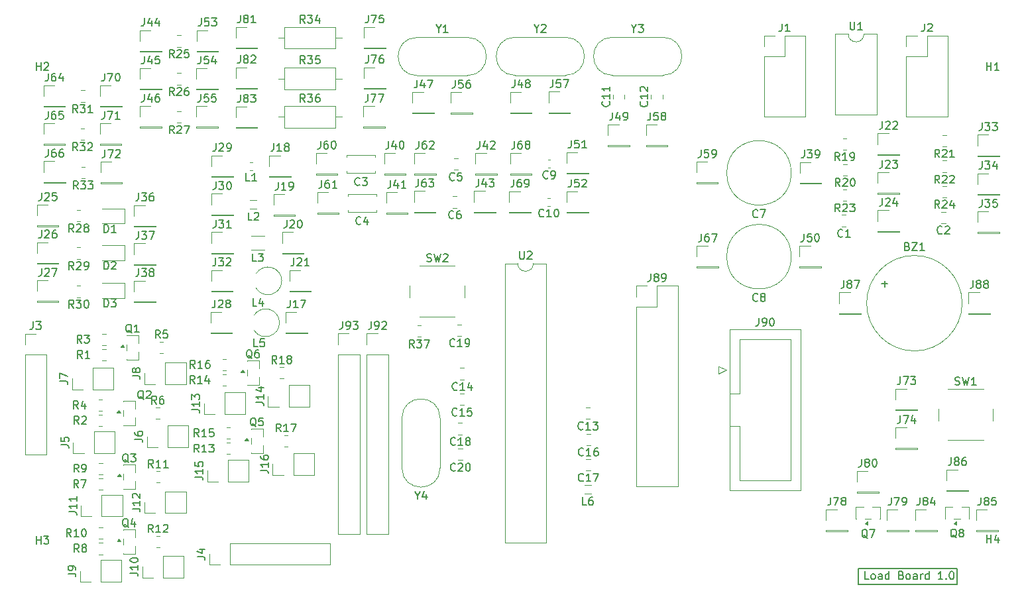
<source format=gbr>
%TF.GenerationSoftware,KiCad,Pcbnew,9.0.6*%
%TF.CreationDate,2025-11-04T19:56:49+01:00*%
%TF.ProjectId,Load_Board,4c6f6164-5f42-46f6-9172-642e6b696361,1.0*%
%TF.SameCoordinates,Original*%
%TF.FileFunction,Legend,Top*%
%TF.FilePolarity,Positive*%
%FSLAX46Y46*%
G04 Gerber Fmt 4.6, Leading zero omitted, Abs format (unit mm)*
G04 Created by KiCad (PCBNEW 9.0.6) date 2025-11-04 19:56:49*
%MOMM*%
%LPD*%
G01*
G04 APERTURE LIST*
%ADD10C,0.150000*%
%ADD11C,0.120000*%
G04 APERTURE END LIST*
D10*
X229325000Y-128850000D02*
X241925000Y-128850000D01*
X241925000Y-130850000D01*
X229325000Y-130850000D01*
X229325000Y-128850000D01*
X230637969Y-130219819D02*
X230161779Y-130219819D01*
X230161779Y-130219819D02*
X230161779Y-129219819D01*
X231114160Y-130219819D02*
X231018922Y-130172200D01*
X231018922Y-130172200D02*
X230971303Y-130124580D01*
X230971303Y-130124580D02*
X230923684Y-130029342D01*
X230923684Y-130029342D02*
X230923684Y-129743628D01*
X230923684Y-129743628D02*
X230971303Y-129648390D01*
X230971303Y-129648390D02*
X231018922Y-129600771D01*
X231018922Y-129600771D02*
X231114160Y-129553152D01*
X231114160Y-129553152D02*
X231257017Y-129553152D01*
X231257017Y-129553152D02*
X231352255Y-129600771D01*
X231352255Y-129600771D02*
X231399874Y-129648390D01*
X231399874Y-129648390D02*
X231447493Y-129743628D01*
X231447493Y-129743628D02*
X231447493Y-130029342D01*
X231447493Y-130029342D02*
X231399874Y-130124580D01*
X231399874Y-130124580D02*
X231352255Y-130172200D01*
X231352255Y-130172200D02*
X231257017Y-130219819D01*
X231257017Y-130219819D02*
X231114160Y-130219819D01*
X232304636Y-130219819D02*
X232304636Y-129696009D01*
X232304636Y-129696009D02*
X232257017Y-129600771D01*
X232257017Y-129600771D02*
X232161779Y-129553152D01*
X232161779Y-129553152D02*
X231971303Y-129553152D01*
X231971303Y-129553152D02*
X231876065Y-129600771D01*
X232304636Y-130172200D02*
X232209398Y-130219819D01*
X232209398Y-130219819D02*
X231971303Y-130219819D01*
X231971303Y-130219819D02*
X231876065Y-130172200D01*
X231876065Y-130172200D02*
X231828446Y-130076961D01*
X231828446Y-130076961D02*
X231828446Y-129981723D01*
X231828446Y-129981723D02*
X231876065Y-129886485D01*
X231876065Y-129886485D02*
X231971303Y-129838866D01*
X231971303Y-129838866D02*
X232209398Y-129838866D01*
X232209398Y-129838866D02*
X232304636Y-129791247D01*
X233209398Y-130219819D02*
X233209398Y-129219819D01*
X233209398Y-130172200D02*
X233114160Y-130219819D01*
X233114160Y-130219819D02*
X232923684Y-130219819D01*
X232923684Y-130219819D02*
X232828446Y-130172200D01*
X232828446Y-130172200D02*
X232780827Y-130124580D01*
X232780827Y-130124580D02*
X232733208Y-130029342D01*
X232733208Y-130029342D02*
X232733208Y-129743628D01*
X232733208Y-129743628D02*
X232780827Y-129648390D01*
X232780827Y-129648390D02*
X232828446Y-129600771D01*
X232828446Y-129600771D02*
X232923684Y-129553152D01*
X232923684Y-129553152D02*
X233114160Y-129553152D01*
X233114160Y-129553152D02*
X233209398Y-129600771D01*
X234780827Y-129696009D02*
X234923684Y-129743628D01*
X234923684Y-129743628D02*
X234971303Y-129791247D01*
X234971303Y-129791247D02*
X235018922Y-129886485D01*
X235018922Y-129886485D02*
X235018922Y-130029342D01*
X235018922Y-130029342D02*
X234971303Y-130124580D01*
X234971303Y-130124580D02*
X234923684Y-130172200D01*
X234923684Y-130172200D02*
X234828446Y-130219819D01*
X234828446Y-130219819D02*
X234447494Y-130219819D01*
X234447494Y-130219819D02*
X234447494Y-129219819D01*
X234447494Y-129219819D02*
X234780827Y-129219819D01*
X234780827Y-129219819D02*
X234876065Y-129267438D01*
X234876065Y-129267438D02*
X234923684Y-129315057D01*
X234923684Y-129315057D02*
X234971303Y-129410295D01*
X234971303Y-129410295D02*
X234971303Y-129505533D01*
X234971303Y-129505533D02*
X234923684Y-129600771D01*
X234923684Y-129600771D02*
X234876065Y-129648390D01*
X234876065Y-129648390D02*
X234780827Y-129696009D01*
X234780827Y-129696009D02*
X234447494Y-129696009D01*
X235590351Y-130219819D02*
X235495113Y-130172200D01*
X235495113Y-130172200D02*
X235447494Y-130124580D01*
X235447494Y-130124580D02*
X235399875Y-130029342D01*
X235399875Y-130029342D02*
X235399875Y-129743628D01*
X235399875Y-129743628D02*
X235447494Y-129648390D01*
X235447494Y-129648390D02*
X235495113Y-129600771D01*
X235495113Y-129600771D02*
X235590351Y-129553152D01*
X235590351Y-129553152D02*
X235733208Y-129553152D01*
X235733208Y-129553152D02*
X235828446Y-129600771D01*
X235828446Y-129600771D02*
X235876065Y-129648390D01*
X235876065Y-129648390D02*
X235923684Y-129743628D01*
X235923684Y-129743628D02*
X235923684Y-130029342D01*
X235923684Y-130029342D02*
X235876065Y-130124580D01*
X235876065Y-130124580D02*
X235828446Y-130172200D01*
X235828446Y-130172200D02*
X235733208Y-130219819D01*
X235733208Y-130219819D02*
X235590351Y-130219819D01*
X236780827Y-130219819D02*
X236780827Y-129696009D01*
X236780827Y-129696009D02*
X236733208Y-129600771D01*
X236733208Y-129600771D02*
X236637970Y-129553152D01*
X236637970Y-129553152D02*
X236447494Y-129553152D01*
X236447494Y-129553152D02*
X236352256Y-129600771D01*
X236780827Y-130172200D02*
X236685589Y-130219819D01*
X236685589Y-130219819D02*
X236447494Y-130219819D01*
X236447494Y-130219819D02*
X236352256Y-130172200D01*
X236352256Y-130172200D02*
X236304637Y-130076961D01*
X236304637Y-130076961D02*
X236304637Y-129981723D01*
X236304637Y-129981723D02*
X236352256Y-129886485D01*
X236352256Y-129886485D02*
X236447494Y-129838866D01*
X236447494Y-129838866D02*
X236685589Y-129838866D01*
X236685589Y-129838866D02*
X236780827Y-129791247D01*
X237257018Y-130219819D02*
X237257018Y-129553152D01*
X237257018Y-129743628D02*
X237304637Y-129648390D01*
X237304637Y-129648390D02*
X237352256Y-129600771D01*
X237352256Y-129600771D02*
X237447494Y-129553152D01*
X237447494Y-129553152D02*
X237542732Y-129553152D01*
X238304637Y-130219819D02*
X238304637Y-129219819D01*
X238304637Y-130172200D02*
X238209399Y-130219819D01*
X238209399Y-130219819D02*
X238018923Y-130219819D01*
X238018923Y-130219819D02*
X237923685Y-130172200D01*
X237923685Y-130172200D02*
X237876066Y-130124580D01*
X237876066Y-130124580D02*
X237828447Y-130029342D01*
X237828447Y-130029342D02*
X237828447Y-129743628D01*
X237828447Y-129743628D02*
X237876066Y-129648390D01*
X237876066Y-129648390D02*
X237923685Y-129600771D01*
X237923685Y-129600771D02*
X238018923Y-129553152D01*
X238018923Y-129553152D02*
X238209399Y-129553152D01*
X238209399Y-129553152D02*
X238304637Y-129600771D01*
X240066542Y-130219819D02*
X239495114Y-130219819D01*
X239780828Y-130219819D02*
X239780828Y-129219819D01*
X239780828Y-129219819D02*
X239685590Y-129362676D01*
X239685590Y-129362676D02*
X239590352Y-129457914D01*
X239590352Y-129457914D02*
X239495114Y-129505533D01*
X240495114Y-130124580D02*
X240542733Y-130172200D01*
X240542733Y-130172200D02*
X240495114Y-130219819D01*
X240495114Y-130219819D02*
X240447495Y-130172200D01*
X240447495Y-130172200D02*
X240495114Y-130124580D01*
X240495114Y-130124580D02*
X240495114Y-130219819D01*
X241161780Y-129219819D02*
X241257018Y-129219819D01*
X241257018Y-129219819D02*
X241352256Y-129267438D01*
X241352256Y-129267438D02*
X241399875Y-129315057D01*
X241399875Y-129315057D02*
X241447494Y-129410295D01*
X241447494Y-129410295D02*
X241495113Y-129600771D01*
X241495113Y-129600771D02*
X241495113Y-129838866D01*
X241495113Y-129838866D02*
X241447494Y-130029342D01*
X241447494Y-130029342D02*
X241399875Y-130124580D01*
X241399875Y-130124580D02*
X241352256Y-130172200D01*
X241352256Y-130172200D02*
X241257018Y-130219819D01*
X241257018Y-130219819D02*
X241161780Y-130219819D01*
X241161780Y-130219819D02*
X241066542Y-130172200D01*
X241066542Y-130172200D02*
X241018923Y-130124580D01*
X241018923Y-130124580D02*
X240971304Y-130029342D01*
X240971304Y-130029342D02*
X240923685Y-129838866D01*
X240923685Y-129838866D02*
X240923685Y-129600771D01*
X240923685Y-129600771D02*
X240971304Y-129410295D01*
X240971304Y-129410295D02*
X241018923Y-129315057D01*
X241018923Y-129315057D02*
X241066542Y-129267438D01*
X241066542Y-129267438D02*
X241161780Y-129219819D01*
X245688095Y-125554819D02*
X245688095Y-124554819D01*
X245688095Y-125031009D02*
X246259523Y-125031009D01*
X246259523Y-125554819D02*
X246259523Y-124554819D01*
X247164285Y-124888152D02*
X247164285Y-125554819D01*
X246926190Y-124507200D02*
X246688095Y-125221485D01*
X246688095Y-125221485D02*
X247307142Y-125221485D01*
X152367261Y-110700057D02*
X152272023Y-110652438D01*
X152272023Y-110652438D02*
X152176785Y-110557200D01*
X152176785Y-110557200D02*
X152033928Y-110414342D01*
X152033928Y-110414342D02*
X151938690Y-110366723D01*
X151938690Y-110366723D02*
X151843452Y-110366723D01*
X151891071Y-110604819D02*
X151795833Y-110557200D01*
X151795833Y-110557200D02*
X151700595Y-110461961D01*
X151700595Y-110461961D02*
X151652976Y-110271485D01*
X151652976Y-110271485D02*
X151652976Y-109938152D01*
X151652976Y-109938152D02*
X151700595Y-109747676D01*
X151700595Y-109747676D02*
X151795833Y-109652438D01*
X151795833Y-109652438D02*
X151891071Y-109604819D01*
X151891071Y-109604819D02*
X152081547Y-109604819D01*
X152081547Y-109604819D02*
X152176785Y-109652438D01*
X152176785Y-109652438D02*
X152272023Y-109747676D01*
X152272023Y-109747676D02*
X152319642Y-109938152D01*
X152319642Y-109938152D02*
X152319642Y-110271485D01*
X152319642Y-110271485D02*
X152272023Y-110461961D01*
X152272023Y-110461961D02*
X152176785Y-110557200D01*
X152176785Y-110557200D02*
X152081547Y-110604819D01*
X152081547Y-110604819D02*
X151891071Y-110604819D01*
X153224404Y-109604819D02*
X152748214Y-109604819D01*
X152748214Y-109604819D02*
X152700595Y-110081009D01*
X152700595Y-110081009D02*
X152748214Y-110033390D01*
X152748214Y-110033390D02*
X152843452Y-109985771D01*
X152843452Y-109985771D02*
X153081547Y-109985771D01*
X153081547Y-109985771D02*
X153176785Y-110033390D01*
X153176785Y-110033390D02*
X153224404Y-110081009D01*
X153224404Y-110081009D02*
X153272023Y-110176247D01*
X153272023Y-110176247D02*
X153272023Y-110414342D01*
X153272023Y-110414342D02*
X153224404Y-110509580D01*
X153224404Y-110509580D02*
X153176785Y-110557200D01*
X153176785Y-110557200D02*
X153081547Y-110604819D01*
X153081547Y-110604819D02*
X152843452Y-110604819D01*
X152843452Y-110604819D02*
X152748214Y-110557200D01*
X152748214Y-110557200D02*
X152700595Y-110509580D01*
X144574819Y-117159523D02*
X145289104Y-117159523D01*
X145289104Y-117159523D02*
X145431961Y-117207142D01*
X145431961Y-117207142D02*
X145527200Y-117302380D01*
X145527200Y-117302380D02*
X145574819Y-117445237D01*
X145574819Y-117445237D02*
X145574819Y-117540475D01*
X145574819Y-116159523D02*
X145574819Y-116730951D01*
X145574819Y-116445237D02*
X144574819Y-116445237D01*
X144574819Y-116445237D02*
X144717676Y-116540475D01*
X144717676Y-116540475D02*
X144812914Y-116635713D01*
X144812914Y-116635713D02*
X144860533Y-116730951D01*
X144574819Y-115254761D02*
X144574819Y-115730951D01*
X144574819Y-115730951D02*
X145051009Y-115778570D01*
X145051009Y-115778570D02*
X145003390Y-115730951D01*
X145003390Y-115730951D02*
X144955771Y-115635713D01*
X144955771Y-115635713D02*
X144955771Y-115397618D01*
X144955771Y-115397618D02*
X145003390Y-115302380D01*
X145003390Y-115302380D02*
X145051009Y-115254761D01*
X145051009Y-115254761D02*
X145146247Y-115207142D01*
X145146247Y-115207142D02*
X145384342Y-115207142D01*
X145384342Y-115207142D02*
X145479580Y-115254761D01*
X145479580Y-115254761D02*
X145527200Y-115302380D01*
X145527200Y-115302380D02*
X145574819Y-115397618D01*
X145574819Y-115397618D02*
X145574819Y-115635713D01*
X145574819Y-115635713D02*
X145527200Y-115730951D01*
X145527200Y-115730951D02*
X145479580Y-115778570D01*
X155519642Y-111354819D02*
X155186309Y-110878628D01*
X154948214Y-111354819D02*
X154948214Y-110354819D01*
X154948214Y-110354819D02*
X155329166Y-110354819D01*
X155329166Y-110354819D02*
X155424404Y-110402438D01*
X155424404Y-110402438D02*
X155472023Y-110450057D01*
X155472023Y-110450057D02*
X155519642Y-110545295D01*
X155519642Y-110545295D02*
X155519642Y-110688152D01*
X155519642Y-110688152D02*
X155472023Y-110783390D01*
X155472023Y-110783390D02*
X155424404Y-110831009D01*
X155424404Y-110831009D02*
X155329166Y-110878628D01*
X155329166Y-110878628D02*
X154948214Y-110878628D01*
X156472023Y-111354819D02*
X155900595Y-111354819D01*
X156186309Y-111354819D02*
X156186309Y-110354819D01*
X156186309Y-110354819D02*
X156091071Y-110497676D01*
X156091071Y-110497676D02*
X155995833Y-110592914D01*
X155995833Y-110592914D02*
X155900595Y-110640533D01*
X156805357Y-110354819D02*
X157472023Y-110354819D01*
X157472023Y-110354819D02*
X157043452Y-111354819D01*
X152924819Y-116309523D02*
X153639104Y-116309523D01*
X153639104Y-116309523D02*
X153781961Y-116357142D01*
X153781961Y-116357142D02*
X153877200Y-116452380D01*
X153877200Y-116452380D02*
X153924819Y-116595237D01*
X153924819Y-116595237D02*
X153924819Y-116690475D01*
X153924819Y-115309523D02*
X153924819Y-115880951D01*
X153924819Y-115595237D02*
X152924819Y-115595237D01*
X152924819Y-115595237D02*
X153067676Y-115690475D01*
X153067676Y-115690475D02*
X153162914Y-115785713D01*
X153162914Y-115785713D02*
X153210533Y-115880951D01*
X152924819Y-114452380D02*
X152924819Y-114642856D01*
X152924819Y-114642856D02*
X152972438Y-114738094D01*
X152972438Y-114738094D02*
X153020057Y-114785713D01*
X153020057Y-114785713D02*
X153162914Y-114880951D01*
X153162914Y-114880951D02*
X153353390Y-114928570D01*
X153353390Y-114928570D02*
X153734342Y-114928570D01*
X153734342Y-114928570D02*
X153829580Y-114880951D01*
X153829580Y-114880951D02*
X153877200Y-114833332D01*
X153877200Y-114833332D02*
X153924819Y-114738094D01*
X153924819Y-114738094D02*
X153924819Y-114547618D01*
X153924819Y-114547618D02*
X153877200Y-114452380D01*
X153877200Y-114452380D02*
X153829580Y-114404761D01*
X153829580Y-114404761D02*
X153734342Y-114357142D01*
X153734342Y-114357142D02*
X153496247Y-114357142D01*
X153496247Y-114357142D02*
X153401009Y-114404761D01*
X153401009Y-114404761D02*
X153353390Y-114452380D01*
X153353390Y-114452380D02*
X153305771Y-114547618D01*
X153305771Y-114547618D02*
X153305771Y-114738094D01*
X153305771Y-114738094D02*
X153353390Y-114833332D01*
X153353390Y-114833332D02*
X153401009Y-114880951D01*
X153401009Y-114880951D02*
X153496247Y-114928570D01*
X145057142Y-112004819D02*
X144723809Y-111528628D01*
X144485714Y-112004819D02*
X144485714Y-111004819D01*
X144485714Y-111004819D02*
X144866666Y-111004819D01*
X144866666Y-111004819D02*
X144961904Y-111052438D01*
X144961904Y-111052438D02*
X145009523Y-111100057D01*
X145009523Y-111100057D02*
X145057142Y-111195295D01*
X145057142Y-111195295D02*
X145057142Y-111338152D01*
X145057142Y-111338152D02*
X145009523Y-111433390D01*
X145009523Y-111433390D02*
X144961904Y-111481009D01*
X144961904Y-111481009D02*
X144866666Y-111528628D01*
X144866666Y-111528628D02*
X144485714Y-111528628D01*
X146009523Y-112004819D02*
X145438095Y-112004819D01*
X145723809Y-112004819D02*
X145723809Y-111004819D01*
X145723809Y-111004819D02*
X145628571Y-111147676D01*
X145628571Y-111147676D02*
X145533333Y-111242914D01*
X145533333Y-111242914D02*
X145438095Y-111290533D01*
X146914285Y-111004819D02*
X146438095Y-111004819D01*
X146438095Y-111004819D02*
X146390476Y-111481009D01*
X146390476Y-111481009D02*
X146438095Y-111433390D01*
X146438095Y-111433390D02*
X146533333Y-111385771D01*
X146533333Y-111385771D02*
X146771428Y-111385771D01*
X146771428Y-111385771D02*
X146866666Y-111433390D01*
X146866666Y-111433390D02*
X146914285Y-111481009D01*
X146914285Y-111481009D02*
X146961904Y-111576247D01*
X146961904Y-111576247D02*
X146961904Y-111814342D01*
X146961904Y-111814342D02*
X146914285Y-111909580D01*
X146914285Y-111909580D02*
X146866666Y-111957200D01*
X146866666Y-111957200D02*
X146771428Y-112004819D01*
X146771428Y-112004819D02*
X146533333Y-112004819D01*
X146533333Y-112004819D02*
X146438095Y-111957200D01*
X146438095Y-111957200D02*
X146390476Y-111909580D01*
X145057142Y-113979819D02*
X144723809Y-113503628D01*
X144485714Y-113979819D02*
X144485714Y-112979819D01*
X144485714Y-112979819D02*
X144866666Y-112979819D01*
X144866666Y-112979819D02*
X144961904Y-113027438D01*
X144961904Y-113027438D02*
X145009523Y-113075057D01*
X145009523Y-113075057D02*
X145057142Y-113170295D01*
X145057142Y-113170295D02*
X145057142Y-113313152D01*
X145057142Y-113313152D02*
X145009523Y-113408390D01*
X145009523Y-113408390D02*
X144961904Y-113456009D01*
X144961904Y-113456009D02*
X144866666Y-113503628D01*
X144866666Y-113503628D02*
X144485714Y-113503628D01*
X146009523Y-113979819D02*
X145438095Y-113979819D01*
X145723809Y-113979819D02*
X145723809Y-112979819D01*
X145723809Y-112979819D02*
X145628571Y-113122676D01*
X145628571Y-113122676D02*
X145533333Y-113217914D01*
X145533333Y-113217914D02*
X145438095Y-113265533D01*
X146342857Y-112979819D02*
X146961904Y-112979819D01*
X146961904Y-112979819D02*
X146628571Y-113360771D01*
X146628571Y-113360771D02*
X146771428Y-113360771D01*
X146771428Y-113360771D02*
X146866666Y-113408390D01*
X146866666Y-113408390D02*
X146914285Y-113456009D01*
X146914285Y-113456009D02*
X146961904Y-113551247D01*
X146961904Y-113551247D02*
X146961904Y-113789342D01*
X146961904Y-113789342D02*
X146914285Y-113884580D01*
X146914285Y-113884580D02*
X146866666Y-113932200D01*
X146866666Y-113932200D02*
X146771428Y-113979819D01*
X146771428Y-113979819D02*
X146485714Y-113979819D01*
X146485714Y-113979819D02*
X146390476Y-113932200D01*
X146390476Y-113932200D02*
X146342857Y-113884580D01*
X152428333Y-95324819D02*
X151952143Y-95324819D01*
X151952143Y-95324819D02*
X151952143Y-94324819D01*
X153190238Y-94658152D02*
X153190238Y-95324819D01*
X152952143Y-94277200D02*
X152714048Y-94991485D01*
X152714048Y-94991485D02*
X153333095Y-94991485D01*
X152583333Y-100504819D02*
X152107143Y-100504819D01*
X152107143Y-100504819D02*
X152107143Y-99504819D01*
X153392857Y-99504819D02*
X152916667Y-99504819D01*
X152916667Y-99504819D02*
X152869048Y-99981009D01*
X152869048Y-99981009D02*
X152916667Y-99933390D01*
X152916667Y-99933390D02*
X153011905Y-99885771D01*
X153011905Y-99885771D02*
X153250000Y-99885771D01*
X153250000Y-99885771D02*
X153345238Y-99933390D01*
X153345238Y-99933390D02*
X153392857Y-99981009D01*
X153392857Y-99981009D02*
X153440476Y-100076247D01*
X153440476Y-100076247D02*
X153440476Y-100314342D01*
X153440476Y-100314342D02*
X153392857Y-100409580D01*
X153392857Y-100409580D02*
X153345238Y-100457200D01*
X153345238Y-100457200D02*
X153250000Y-100504819D01*
X153250000Y-100504819D02*
X153011905Y-100504819D01*
X153011905Y-100504819D02*
X152916667Y-100457200D01*
X152916667Y-100457200D02*
X152869048Y-100409580D01*
X156715476Y-94524819D02*
X156715476Y-95239104D01*
X156715476Y-95239104D02*
X156667857Y-95381961D01*
X156667857Y-95381961D02*
X156572619Y-95477200D01*
X156572619Y-95477200D02*
X156429762Y-95524819D01*
X156429762Y-95524819D02*
X156334524Y-95524819D01*
X157715476Y-95524819D02*
X157144048Y-95524819D01*
X157429762Y-95524819D02*
X157429762Y-94524819D01*
X157429762Y-94524819D02*
X157334524Y-94667676D01*
X157334524Y-94667676D02*
X157239286Y-94762914D01*
X157239286Y-94762914D02*
X157144048Y-94810533D01*
X158048810Y-94524819D02*
X158715476Y-94524819D01*
X158715476Y-94524819D02*
X158286905Y-95524819D01*
X157187976Y-89174819D02*
X157187976Y-89889104D01*
X157187976Y-89889104D02*
X157140357Y-90031961D01*
X157140357Y-90031961D02*
X157045119Y-90127200D01*
X157045119Y-90127200D02*
X156902262Y-90174819D01*
X156902262Y-90174819D02*
X156807024Y-90174819D01*
X157616548Y-89270057D02*
X157664167Y-89222438D01*
X157664167Y-89222438D02*
X157759405Y-89174819D01*
X157759405Y-89174819D02*
X157997500Y-89174819D01*
X157997500Y-89174819D02*
X158092738Y-89222438D01*
X158092738Y-89222438D02*
X158140357Y-89270057D01*
X158140357Y-89270057D02*
X158187976Y-89365295D01*
X158187976Y-89365295D02*
X158187976Y-89460533D01*
X158187976Y-89460533D02*
X158140357Y-89603390D01*
X158140357Y-89603390D02*
X157568929Y-90174819D01*
X157568929Y-90174819D02*
X158187976Y-90174819D01*
X159140357Y-90174819D02*
X158568929Y-90174819D01*
X158854643Y-90174819D02*
X158854643Y-89174819D01*
X158854643Y-89174819D02*
X158759405Y-89317676D01*
X158759405Y-89317676D02*
X158664167Y-89412914D01*
X158664167Y-89412914D02*
X158568929Y-89460533D01*
X147187976Y-89174819D02*
X147187976Y-89889104D01*
X147187976Y-89889104D02*
X147140357Y-90031961D01*
X147140357Y-90031961D02*
X147045119Y-90127200D01*
X147045119Y-90127200D02*
X146902262Y-90174819D01*
X146902262Y-90174819D02*
X146807024Y-90174819D01*
X147568929Y-89174819D02*
X148187976Y-89174819D01*
X148187976Y-89174819D02*
X147854643Y-89555771D01*
X147854643Y-89555771D02*
X147997500Y-89555771D01*
X147997500Y-89555771D02*
X148092738Y-89603390D01*
X148092738Y-89603390D02*
X148140357Y-89651009D01*
X148140357Y-89651009D02*
X148187976Y-89746247D01*
X148187976Y-89746247D02*
X148187976Y-89984342D01*
X148187976Y-89984342D02*
X148140357Y-90079580D01*
X148140357Y-90079580D02*
X148092738Y-90127200D01*
X148092738Y-90127200D02*
X147997500Y-90174819D01*
X147997500Y-90174819D02*
X147711786Y-90174819D01*
X147711786Y-90174819D02*
X147616548Y-90127200D01*
X147616548Y-90127200D02*
X147568929Y-90079580D01*
X148568929Y-89270057D02*
X148616548Y-89222438D01*
X148616548Y-89222438D02*
X148711786Y-89174819D01*
X148711786Y-89174819D02*
X148949881Y-89174819D01*
X148949881Y-89174819D02*
X149045119Y-89222438D01*
X149045119Y-89222438D02*
X149092738Y-89270057D01*
X149092738Y-89270057D02*
X149140357Y-89365295D01*
X149140357Y-89365295D02*
X149140357Y-89460533D01*
X149140357Y-89460533D02*
X149092738Y-89603390D01*
X149092738Y-89603390D02*
X148521310Y-90174819D01*
X148521310Y-90174819D02*
X149140357Y-90174819D01*
X147115476Y-94524819D02*
X147115476Y-95239104D01*
X147115476Y-95239104D02*
X147067857Y-95381961D01*
X147067857Y-95381961D02*
X146972619Y-95477200D01*
X146972619Y-95477200D02*
X146829762Y-95524819D01*
X146829762Y-95524819D02*
X146734524Y-95524819D01*
X147544048Y-94620057D02*
X147591667Y-94572438D01*
X147591667Y-94572438D02*
X147686905Y-94524819D01*
X147686905Y-94524819D02*
X147925000Y-94524819D01*
X147925000Y-94524819D02*
X148020238Y-94572438D01*
X148020238Y-94572438D02*
X148067857Y-94620057D01*
X148067857Y-94620057D02*
X148115476Y-94715295D01*
X148115476Y-94715295D02*
X148115476Y-94810533D01*
X148115476Y-94810533D02*
X148067857Y-94953390D01*
X148067857Y-94953390D02*
X147496429Y-95524819D01*
X147496429Y-95524819D02*
X148115476Y-95524819D01*
X148686905Y-94953390D02*
X148591667Y-94905771D01*
X148591667Y-94905771D02*
X148544048Y-94858152D01*
X148544048Y-94858152D02*
X148496429Y-94762914D01*
X148496429Y-94762914D02*
X148496429Y-94715295D01*
X148496429Y-94715295D02*
X148544048Y-94620057D01*
X148544048Y-94620057D02*
X148591667Y-94572438D01*
X148591667Y-94572438D02*
X148686905Y-94524819D01*
X148686905Y-94524819D02*
X148877381Y-94524819D01*
X148877381Y-94524819D02*
X148972619Y-94572438D01*
X148972619Y-94572438D02*
X149020238Y-94620057D01*
X149020238Y-94620057D02*
X149067857Y-94715295D01*
X149067857Y-94715295D02*
X149067857Y-94762914D01*
X149067857Y-94762914D02*
X149020238Y-94858152D01*
X149020238Y-94858152D02*
X148972619Y-94905771D01*
X148972619Y-94905771D02*
X148877381Y-94953390D01*
X148877381Y-94953390D02*
X148686905Y-94953390D01*
X148686905Y-94953390D02*
X148591667Y-95001009D01*
X148591667Y-95001009D02*
X148544048Y-95048628D01*
X148544048Y-95048628D02*
X148496429Y-95143866D01*
X148496429Y-95143866D02*
X148496429Y-95334342D01*
X148496429Y-95334342D02*
X148544048Y-95429580D01*
X148544048Y-95429580D02*
X148591667Y-95477200D01*
X148591667Y-95477200D02*
X148686905Y-95524819D01*
X148686905Y-95524819D02*
X148877381Y-95524819D01*
X148877381Y-95524819D02*
X148972619Y-95477200D01*
X148972619Y-95477200D02*
X149020238Y-95429580D01*
X149020238Y-95429580D02*
X149067857Y-95334342D01*
X149067857Y-95334342D02*
X149067857Y-95143866D01*
X149067857Y-95143866D02*
X149020238Y-95048628D01*
X149020238Y-95048628D02*
X148972619Y-95001009D01*
X148972619Y-95001009D02*
X148877381Y-94953390D01*
X133015476Y-65574819D02*
X133015476Y-66289104D01*
X133015476Y-66289104D02*
X132967857Y-66431961D01*
X132967857Y-66431961D02*
X132872619Y-66527200D01*
X132872619Y-66527200D02*
X132729762Y-66574819D01*
X132729762Y-66574819D02*
X132634524Y-66574819D01*
X133396429Y-65574819D02*
X134063095Y-65574819D01*
X134063095Y-65574819D02*
X133634524Y-66574819D01*
X134634524Y-65574819D02*
X134729762Y-65574819D01*
X134729762Y-65574819D02*
X134825000Y-65622438D01*
X134825000Y-65622438D02*
X134872619Y-65670057D01*
X134872619Y-65670057D02*
X134920238Y-65765295D01*
X134920238Y-65765295D02*
X134967857Y-65955771D01*
X134967857Y-65955771D02*
X134967857Y-66193866D01*
X134967857Y-66193866D02*
X134920238Y-66384342D01*
X134920238Y-66384342D02*
X134872619Y-66479580D01*
X134872619Y-66479580D02*
X134825000Y-66527200D01*
X134825000Y-66527200D02*
X134729762Y-66574819D01*
X134729762Y-66574819D02*
X134634524Y-66574819D01*
X134634524Y-66574819D02*
X134539286Y-66527200D01*
X134539286Y-66527200D02*
X134491667Y-66479580D01*
X134491667Y-66479580D02*
X134444048Y-66384342D01*
X134444048Y-66384342D02*
X134396429Y-66193866D01*
X134396429Y-66193866D02*
X134396429Y-65955771D01*
X134396429Y-65955771D02*
X134444048Y-65765295D01*
X134444048Y-65765295D02*
X134491667Y-65670057D01*
X134491667Y-65670057D02*
X134539286Y-65622438D01*
X134539286Y-65622438D02*
X134634524Y-65574819D01*
X129569642Y-70604819D02*
X129236309Y-70128628D01*
X128998214Y-70604819D02*
X128998214Y-69604819D01*
X128998214Y-69604819D02*
X129379166Y-69604819D01*
X129379166Y-69604819D02*
X129474404Y-69652438D01*
X129474404Y-69652438D02*
X129522023Y-69700057D01*
X129522023Y-69700057D02*
X129569642Y-69795295D01*
X129569642Y-69795295D02*
X129569642Y-69938152D01*
X129569642Y-69938152D02*
X129522023Y-70033390D01*
X129522023Y-70033390D02*
X129474404Y-70081009D01*
X129474404Y-70081009D02*
X129379166Y-70128628D01*
X129379166Y-70128628D02*
X128998214Y-70128628D01*
X129902976Y-69604819D02*
X130522023Y-69604819D01*
X130522023Y-69604819D02*
X130188690Y-69985771D01*
X130188690Y-69985771D02*
X130331547Y-69985771D01*
X130331547Y-69985771D02*
X130426785Y-70033390D01*
X130426785Y-70033390D02*
X130474404Y-70081009D01*
X130474404Y-70081009D02*
X130522023Y-70176247D01*
X130522023Y-70176247D02*
X130522023Y-70414342D01*
X130522023Y-70414342D02*
X130474404Y-70509580D01*
X130474404Y-70509580D02*
X130426785Y-70557200D01*
X130426785Y-70557200D02*
X130331547Y-70604819D01*
X130331547Y-70604819D02*
X130045833Y-70604819D01*
X130045833Y-70604819D02*
X129950595Y-70557200D01*
X129950595Y-70557200D02*
X129902976Y-70509580D01*
X131474404Y-70604819D02*
X130902976Y-70604819D01*
X131188690Y-70604819D02*
X131188690Y-69604819D01*
X131188690Y-69604819D02*
X131093452Y-69747676D01*
X131093452Y-69747676D02*
X130998214Y-69842914D01*
X130998214Y-69842914D02*
X130902976Y-69890533D01*
X125790476Y-65574819D02*
X125790476Y-66289104D01*
X125790476Y-66289104D02*
X125742857Y-66431961D01*
X125742857Y-66431961D02*
X125647619Y-66527200D01*
X125647619Y-66527200D02*
X125504762Y-66574819D01*
X125504762Y-66574819D02*
X125409524Y-66574819D01*
X126695238Y-65574819D02*
X126504762Y-65574819D01*
X126504762Y-65574819D02*
X126409524Y-65622438D01*
X126409524Y-65622438D02*
X126361905Y-65670057D01*
X126361905Y-65670057D02*
X126266667Y-65812914D01*
X126266667Y-65812914D02*
X126219048Y-66003390D01*
X126219048Y-66003390D02*
X126219048Y-66384342D01*
X126219048Y-66384342D02*
X126266667Y-66479580D01*
X126266667Y-66479580D02*
X126314286Y-66527200D01*
X126314286Y-66527200D02*
X126409524Y-66574819D01*
X126409524Y-66574819D02*
X126600000Y-66574819D01*
X126600000Y-66574819D02*
X126695238Y-66527200D01*
X126695238Y-66527200D02*
X126742857Y-66479580D01*
X126742857Y-66479580D02*
X126790476Y-66384342D01*
X126790476Y-66384342D02*
X126790476Y-66146247D01*
X126790476Y-66146247D02*
X126742857Y-66051009D01*
X126742857Y-66051009D02*
X126695238Y-66003390D01*
X126695238Y-66003390D02*
X126600000Y-65955771D01*
X126600000Y-65955771D02*
X126409524Y-65955771D01*
X126409524Y-65955771D02*
X126314286Y-66003390D01*
X126314286Y-66003390D02*
X126266667Y-66051009D01*
X126266667Y-66051009D02*
X126219048Y-66146247D01*
X127647619Y-65908152D02*
X127647619Y-66574819D01*
X127409524Y-65527200D02*
X127171429Y-66241485D01*
X127171429Y-66241485D02*
X127790476Y-66241485D01*
X129607142Y-80354819D02*
X129273809Y-79878628D01*
X129035714Y-80354819D02*
X129035714Y-79354819D01*
X129035714Y-79354819D02*
X129416666Y-79354819D01*
X129416666Y-79354819D02*
X129511904Y-79402438D01*
X129511904Y-79402438D02*
X129559523Y-79450057D01*
X129559523Y-79450057D02*
X129607142Y-79545295D01*
X129607142Y-79545295D02*
X129607142Y-79688152D01*
X129607142Y-79688152D02*
X129559523Y-79783390D01*
X129559523Y-79783390D02*
X129511904Y-79831009D01*
X129511904Y-79831009D02*
X129416666Y-79878628D01*
X129416666Y-79878628D02*
X129035714Y-79878628D01*
X129940476Y-79354819D02*
X130559523Y-79354819D01*
X130559523Y-79354819D02*
X130226190Y-79735771D01*
X130226190Y-79735771D02*
X130369047Y-79735771D01*
X130369047Y-79735771D02*
X130464285Y-79783390D01*
X130464285Y-79783390D02*
X130511904Y-79831009D01*
X130511904Y-79831009D02*
X130559523Y-79926247D01*
X130559523Y-79926247D02*
X130559523Y-80164342D01*
X130559523Y-80164342D02*
X130511904Y-80259580D01*
X130511904Y-80259580D02*
X130464285Y-80307200D01*
X130464285Y-80307200D02*
X130369047Y-80354819D01*
X130369047Y-80354819D02*
X130083333Y-80354819D01*
X130083333Y-80354819D02*
X129988095Y-80307200D01*
X129988095Y-80307200D02*
X129940476Y-80259580D01*
X130892857Y-79354819D02*
X131511904Y-79354819D01*
X131511904Y-79354819D02*
X131178571Y-79735771D01*
X131178571Y-79735771D02*
X131321428Y-79735771D01*
X131321428Y-79735771D02*
X131416666Y-79783390D01*
X131416666Y-79783390D02*
X131464285Y-79831009D01*
X131464285Y-79831009D02*
X131511904Y-79926247D01*
X131511904Y-79926247D02*
X131511904Y-80164342D01*
X131511904Y-80164342D02*
X131464285Y-80259580D01*
X131464285Y-80259580D02*
X131416666Y-80307200D01*
X131416666Y-80307200D02*
X131321428Y-80354819D01*
X131321428Y-80354819D02*
X131035714Y-80354819D01*
X131035714Y-80354819D02*
X130940476Y-80307200D01*
X130940476Y-80307200D02*
X130892857Y-80259580D01*
X133052976Y-75324819D02*
X133052976Y-76039104D01*
X133052976Y-76039104D02*
X133005357Y-76181961D01*
X133005357Y-76181961D02*
X132910119Y-76277200D01*
X132910119Y-76277200D02*
X132767262Y-76324819D01*
X132767262Y-76324819D02*
X132672024Y-76324819D01*
X133433929Y-75324819D02*
X134100595Y-75324819D01*
X134100595Y-75324819D02*
X133672024Y-76324819D01*
X134433929Y-75420057D02*
X134481548Y-75372438D01*
X134481548Y-75372438D02*
X134576786Y-75324819D01*
X134576786Y-75324819D02*
X134814881Y-75324819D01*
X134814881Y-75324819D02*
X134910119Y-75372438D01*
X134910119Y-75372438D02*
X134957738Y-75420057D01*
X134957738Y-75420057D02*
X135005357Y-75515295D01*
X135005357Y-75515295D02*
X135005357Y-75610533D01*
X135005357Y-75610533D02*
X134957738Y-75753390D01*
X134957738Y-75753390D02*
X134386310Y-76324819D01*
X134386310Y-76324819D02*
X135005357Y-76324819D01*
X129544642Y-75454819D02*
X129211309Y-74978628D01*
X128973214Y-75454819D02*
X128973214Y-74454819D01*
X128973214Y-74454819D02*
X129354166Y-74454819D01*
X129354166Y-74454819D02*
X129449404Y-74502438D01*
X129449404Y-74502438D02*
X129497023Y-74550057D01*
X129497023Y-74550057D02*
X129544642Y-74645295D01*
X129544642Y-74645295D02*
X129544642Y-74788152D01*
X129544642Y-74788152D02*
X129497023Y-74883390D01*
X129497023Y-74883390D02*
X129449404Y-74931009D01*
X129449404Y-74931009D02*
X129354166Y-74978628D01*
X129354166Y-74978628D02*
X128973214Y-74978628D01*
X129877976Y-74454819D02*
X130497023Y-74454819D01*
X130497023Y-74454819D02*
X130163690Y-74835771D01*
X130163690Y-74835771D02*
X130306547Y-74835771D01*
X130306547Y-74835771D02*
X130401785Y-74883390D01*
X130401785Y-74883390D02*
X130449404Y-74931009D01*
X130449404Y-74931009D02*
X130497023Y-75026247D01*
X130497023Y-75026247D02*
X130497023Y-75264342D01*
X130497023Y-75264342D02*
X130449404Y-75359580D01*
X130449404Y-75359580D02*
X130401785Y-75407200D01*
X130401785Y-75407200D02*
X130306547Y-75454819D01*
X130306547Y-75454819D02*
X130020833Y-75454819D01*
X130020833Y-75454819D02*
X129925595Y-75407200D01*
X129925595Y-75407200D02*
X129877976Y-75359580D01*
X130877976Y-74550057D02*
X130925595Y-74502438D01*
X130925595Y-74502438D02*
X131020833Y-74454819D01*
X131020833Y-74454819D02*
X131258928Y-74454819D01*
X131258928Y-74454819D02*
X131354166Y-74502438D01*
X131354166Y-74502438D02*
X131401785Y-74550057D01*
X131401785Y-74550057D02*
X131449404Y-74645295D01*
X131449404Y-74645295D02*
X131449404Y-74740533D01*
X131449404Y-74740533D02*
X131401785Y-74883390D01*
X131401785Y-74883390D02*
X130830357Y-75454819D01*
X130830357Y-75454819D02*
X131449404Y-75454819D01*
X125790476Y-70424819D02*
X125790476Y-71139104D01*
X125790476Y-71139104D02*
X125742857Y-71281961D01*
X125742857Y-71281961D02*
X125647619Y-71377200D01*
X125647619Y-71377200D02*
X125504762Y-71424819D01*
X125504762Y-71424819D02*
X125409524Y-71424819D01*
X126695238Y-70424819D02*
X126504762Y-70424819D01*
X126504762Y-70424819D02*
X126409524Y-70472438D01*
X126409524Y-70472438D02*
X126361905Y-70520057D01*
X126361905Y-70520057D02*
X126266667Y-70662914D01*
X126266667Y-70662914D02*
X126219048Y-70853390D01*
X126219048Y-70853390D02*
X126219048Y-71234342D01*
X126219048Y-71234342D02*
X126266667Y-71329580D01*
X126266667Y-71329580D02*
X126314286Y-71377200D01*
X126314286Y-71377200D02*
X126409524Y-71424819D01*
X126409524Y-71424819D02*
X126600000Y-71424819D01*
X126600000Y-71424819D02*
X126695238Y-71377200D01*
X126695238Y-71377200D02*
X126742857Y-71329580D01*
X126742857Y-71329580D02*
X126790476Y-71234342D01*
X126790476Y-71234342D02*
X126790476Y-70996247D01*
X126790476Y-70996247D02*
X126742857Y-70901009D01*
X126742857Y-70901009D02*
X126695238Y-70853390D01*
X126695238Y-70853390D02*
X126600000Y-70805771D01*
X126600000Y-70805771D02*
X126409524Y-70805771D01*
X126409524Y-70805771D02*
X126314286Y-70853390D01*
X126314286Y-70853390D02*
X126266667Y-70901009D01*
X126266667Y-70901009D02*
X126219048Y-70996247D01*
X127695238Y-70424819D02*
X127219048Y-70424819D01*
X127219048Y-70424819D02*
X127171429Y-70901009D01*
X127171429Y-70901009D02*
X127219048Y-70853390D01*
X127219048Y-70853390D02*
X127314286Y-70805771D01*
X127314286Y-70805771D02*
X127552381Y-70805771D01*
X127552381Y-70805771D02*
X127647619Y-70853390D01*
X127647619Y-70853390D02*
X127695238Y-70901009D01*
X127695238Y-70901009D02*
X127742857Y-70996247D01*
X127742857Y-70996247D02*
X127742857Y-71234342D01*
X127742857Y-71234342D02*
X127695238Y-71329580D01*
X127695238Y-71329580D02*
X127647619Y-71377200D01*
X127647619Y-71377200D02*
X127552381Y-71424819D01*
X127552381Y-71424819D02*
X127314286Y-71424819D01*
X127314286Y-71424819D02*
X127219048Y-71377200D01*
X127219048Y-71377200D02*
X127171429Y-71329580D01*
X125802976Y-75274819D02*
X125802976Y-75989104D01*
X125802976Y-75989104D02*
X125755357Y-76131961D01*
X125755357Y-76131961D02*
X125660119Y-76227200D01*
X125660119Y-76227200D02*
X125517262Y-76274819D01*
X125517262Y-76274819D02*
X125422024Y-76274819D01*
X126707738Y-75274819D02*
X126517262Y-75274819D01*
X126517262Y-75274819D02*
X126422024Y-75322438D01*
X126422024Y-75322438D02*
X126374405Y-75370057D01*
X126374405Y-75370057D02*
X126279167Y-75512914D01*
X126279167Y-75512914D02*
X126231548Y-75703390D01*
X126231548Y-75703390D02*
X126231548Y-76084342D01*
X126231548Y-76084342D02*
X126279167Y-76179580D01*
X126279167Y-76179580D02*
X126326786Y-76227200D01*
X126326786Y-76227200D02*
X126422024Y-76274819D01*
X126422024Y-76274819D02*
X126612500Y-76274819D01*
X126612500Y-76274819D02*
X126707738Y-76227200D01*
X126707738Y-76227200D02*
X126755357Y-76179580D01*
X126755357Y-76179580D02*
X126802976Y-76084342D01*
X126802976Y-76084342D02*
X126802976Y-75846247D01*
X126802976Y-75846247D02*
X126755357Y-75751009D01*
X126755357Y-75751009D02*
X126707738Y-75703390D01*
X126707738Y-75703390D02*
X126612500Y-75655771D01*
X126612500Y-75655771D02*
X126422024Y-75655771D01*
X126422024Y-75655771D02*
X126326786Y-75703390D01*
X126326786Y-75703390D02*
X126279167Y-75751009D01*
X126279167Y-75751009D02*
X126231548Y-75846247D01*
X127660119Y-75274819D02*
X127469643Y-75274819D01*
X127469643Y-75274819D02*
X127374405Y-75322438D01*
X127374405Y-75322438D02*
X127326786Y-75370057D01*
X127326786Y-75370057D02*
X127231548Y-75512914D01*
X127231548Y-75512914D02*
X127183929Y-75703390D01*
X127183929Y-75703390D02*
X127183929Y-76084342D01*
X127183929Y-76084342D02*
X127231548Y-76179580D01*
X127231548Y-76179580D02*
X127279167Y-76227200D01*
X127279167Y-76227200D02*
X127374405Y-76274819D01*
X127374405Y-76274819D02*
X127564881Y-76274819D01*
X127564881Y-76274819D02*
X127660119Y-76227200D01*
X127660119Y-76227200D02*
X127707738Y-76179580D01*
X127707738Y-76179580D02*
X127755357Y-76084342D01*
X127755357Y-76084342D02*
X127755357Y-75846247D01*
X127755357Y-75846247D02*
X127707738Y-75751009D01*
X127707738Y-75751009D02*
X127660119Y-75703390D01*
X127660119Y-75703390D02*
X127564881Y-75655771D01*
X127564881Y-75655771D02*
X127374405Y-75655771D01*
X127374405Y-75655771D02*
X127279167Y-75703390D01*
X127279167Y-75703390D02*
X127231548Y-75751009D01*
X127231548Y-75751009D02*
X127183929Y-75846247D01*
X132990476Y-70424819D02*
X132990476Y-71139104D01*
X132990476Y-71139104D02*
X132942857Y-71281961D01*
X132942857Y-71281961D02*
X132847619Y-71377200D01*
X132847619Y-71377200D02*
X132704762Y-71424819D01*
X132704762Y-71424819D02*
X132609524Y-71424819D01*
X133371429Y-70424819D02*
X134038095Y-70424819D01*
X134038095Y-70424819D02*
X133609524Y-71424819D01*
X134942857Y-71424819D02*
X134371429Y-71424819D01*
X134657143Y-71424819D02*
X134657143Y-70424819D01*
X134657143Y-70424819D02*
X134561905Y-70567676D01*
X134561905Y-70567676D02*
X134466667Y-70662914D01*
X134466667Y-70662914D02*
X134371429Y-70710533D01*
X151558333Y-79334819D02*
X151082143Y-79334819D01*
X151082143Y-79334819D02*
X151082143Y-78334819D01*
X152415476Y-79334819D02*
X151844048Y-79334819D01*
X152129762Y-79334819D02*
X152129762Y-78334819D01*
X152129762Y-78334819D02*
X152034524Y-78477676D01*
X152034524Y-78477676D02*
X151939286Y-78572914D01*
X151939286Y-78572914D02*
X151844048Y-78620533D01*
X151845833Y-84354819D02*
X151369643Y-84354819D01*
X151369643Y-84354819D02*
X151369643Y-83354819D01*
X152131548Y-83450057D02*
X152179167Y-83402438D01*
X152179167Y-83402438D02*
X152274405Y-83354819D01*
X152274405Y-83354819D02*
X152512500Y-83354819D01*
X152512500Y-83354819D02*
X152607738Y-83402438D01*
X152607738Y-83402438D02*
X152655357Y-83450057D01*
X152655357Y-83450057D02*
X152702976Y-83545295D01*
X152702976Y-83545295D02*
X152702976Y-83640533D01*
X152702976Y-83640533D02*
X152655357Y-83783390D01*
X152655357Y-83783390D02*
X152083929Y-84354819D01*
X152083929Y-84354819D02*
X152702976Y-84354819D01*
X147215476Y-74524819D02*
X147215476Y-75239104D01*
X147215476Y-75239104D02*
X147167857Y-75381961D01*
X147167857Y-75381961D02*
X147072619Y-75477200D01*
X147072619Y-75477200D02*
X146929762Y-75524819D01*
X146929762Y-75524819D02*
X146834524Y-75524819D01*
X147644048Y-74620057D02*
X147691667Y-74572438D01*
X147691667Y-74572438D02*
X147786905Y-74524819D01*
X147786905Y-74524819D02*
X148025000Y-74524819D01*
X148025000Y-74524819D02*
X148120238Y-74572438D01*
X148120238Y-74572438D02*
X148167857Y-74620057D01*
X148167857Y-74620057D02*
X148215476Y-74715295D01*
X148215476Y-74715295D02*
X148215476Y-74810533D01*
X148215476Y-74810533D02*
X148167857Y-74953390D01*
X148167857Y-74953390D02*
X147596429Y-75524819D01*
X147596429Y-75524819D02*
X148215476Y-75524819D01*
X148691667Y-75524819D02*
X148882143Y-75524819D01*
X148882143Y-75524819D02*
X148977381Y-75477200D01*
X148977381Y-75477200D02*
X149025000Y-75429580D01*
X149025000Y-75429580D02*
X149120238Y-75286723D01*
X149120238Y-75286723D02*
X149167857Y-75096247D01*
X149167857Y-75096247D02*
X149167857Y-74715295D01*
X149167857Y-74715295D02*
X149120238Y-74620057D01*
X149120238Y-74620057D02*
X149072619Y-74572438D01*
X149072619Y-74572438D02*
X148977381Y-74524819D01*
X148977381Y-74524819D02*
X148786905Y-74524819D01*
X148786905Y-74524819D02*
X148691667Y-74572438D01*
X148691667Y-74572438D02*
X148644048Y-74620057D01*
X148644048Y-74620057D02*
X148596429Y-74715295D01*
X148596429Y-74715295D02*
X148596429Y-74953390D01*
X148596429Y-74953390D02*
X148644048Y-75048628D01*
X148644048Y-75048628D02*
X148691667Y-75096247D01*
X148691667Y-75096247D02*
X148786905Y-75143866D01*
X148786905Y-75143866D02*
X148977381Y-75143866D01*
X148977381Y-75143866D02*
X149072619Y-75096247D01*
X149072619Y-75096247D02*
X149120238Y-75048628D01*
X149120238Y-75048628D02*
X149167857Y-74953390D01*
X152395833Y-89604819D02*
X151919643Y-89604819D01*
X151919643Y-89604819D02*
X151919643Y-88604819D01*
X152633929Y-88604819D02*
X153252976Y-88604819D01*
X153252976Y-88604819D02*
X152919643Y-88985771D01*
X152919643Y-88985771D02*
X153062500Y-88985771D01*
X153062500Y-88985771D02*
X153157738Y-89033390D01*
X153157738Y-89033390D02*
X153205357Y-89081009D01*
X153205357Y-89081009D02*
X153252976Y-89176247D01*
X153252976Y-89176247D02*
X153252976Y-89414342D01*
X153252976Y-89414342D02*
X153205357Y-89509580D01*
X153205357Y-89509580D02*
X153157738Y-89557200D01*
X153157738Y-89557200D02*
X153062500Y-89604819D01*
X153062500Y-89604819D02*
X152776786Y-89604819D01*
X152776786Y-89604819D02*
X152681548Y-89557200D01*
X152681548Y-89557200D02*
X152633929Y-89509580D01*
X154615476Y-74524819D02*
X154615476Y-75239104D01*
X154615476Y-75239104D02*
X154567857Y-75381961D01*
X154567857Y-75381961D02*
X154472619Y-75477200D01*
X154472619Y-75477200D02*
X154329762Y-75524819D01*
X154329762Y-75524819D02*
X154234524Y-75524819D01*
X155615476Y-75524819D02*
X155044048Y-75524819D01*
X155329762Y-75524819D02*
X155329762Y-74524819D01*
X155329762Y-74524819D02*
X155234524Y-74667676D01*
X155234524Y-74667676D02*
X155139286Y-74762914D01*
X155139286Y-74762914D02*
X155044048Y-74810533D01*
X156186905Y-74953390D02*
X156091667Y-74905771D01*
X156091667Y-74905771D02*
X156044048Y-74858152D01*
X156044048Y-74858152D02*
X155996429Y-74762914D01*
X155996429Y-74762914D02*
X155996429Y-74715295D01*
X155996429Y-74715295D02*
X156044048Y-74620057D01*
X156044048Y-74620057D02*
X156091667Y-74572438D01*
X156091667Y-74572438D02*
X156186905Y-74524819D01*
X156186905Y-74524819D02*
X156377381Y-74524819D01*
X156377381Y-74524819D02*
X156472619Y-74572438D01*
X156472619Y-74572438D02*
X156520238Y-74620057D01*
X156520238Y-74620057D02*
X156567857Y-74715295D01*
X156567857Y-74715295D02*
X156567857Y-74762914D01*
X156567857Y-74762914D02*
X156520238Y-74858152D01*
X156520238Y-74858152D02*
X156472619Y-74905771D01*
X156472619Y-74905771D02*
X156377381Y-74953390D01*
X156377381Y-74953390D02*
X156186905Y-74953390D01*
X156186905Y-74953390D02*
X156091667Y-75001009D01*
X156091667Y-75001009D02*
X156044048Y-75048628D01*
X156044048Y-75048628D02*
X155996429Y-75143866D01*
X155996429Y-75143866D02*
X155996429Y-75334342D01*
X155996429Y-75334342D02*
X156044048Y-75429580D01*
X156044048Y-75429580D02*
X156091667Y-75477200D01*
X156091667Y-75477200D02*
X156186905Y-75524819D01*
X156186905Y-75524819D02*
X156377381Y-75524819D01*
X156377381Y-75524819D02*
X156472619Y-75477200D01*
X156472619Y-75477200D02*
X156520238Y-75429580D01*
X156520238Y-75429580D02*
X156567857Y-75334342D01*
X156567857Y-75334342D02*
X156567857Y-75143866D01*
X156567857Y-75143866D02*
X156520238Y-75048628D01*
X156520238Y-75048628D02*
X156472619Y-75001009D01*
X156472619Y-75001009D02*
X156377381Y-74953390D01*
X147215476Y-79424819D02*
X147215476Y-80139104D01*
X147215476Y-80139104D02*
X147167857Y-80281961D01*
X147167857Y-80281961D02*
X147072619Y-80377200D01*
X147072619Y-80377200D02*
X146929762Y-80424819D01*
X146929762Y-80424819D02*
X146834524Y-80424819D01*
X147596429Y-79424819D02*
X148215476Y-79424819D01*
X148215476Y-79424819D02*
X147882143Y-79805771D01*
X147882143Y-79805771D02*
X148025000Y-79805771D01*
X148025000Y-79805771D02*
X148120238Y-79853390D01*
X148120238Y-79853390D02*
X148167857Y-79901009D01*
X148167857Y-79901009D02*
X148215476Y-79996247D01*
X148215476Y-79996247D02*
X148215476Y-80234342D01*
X148215476Y-80234342D02*
X148167857Y-80329580D01*
X148167857Y-80329580D02*
X148120238Y-80377200D01*
X148120238Y-80377200D02*
X148025000Y-80424819D01*
X148025000Y-80424819D02*
X147739286Y-80424819D01*
X147739286Y-80424819D02*
X147644048Y-80377200D01*
X147644048Y-80377200D02*
X147596429Y-80329580D01*
X148834524Y-79424819D02*
X148929762Y-79424819D01*
X148929762Y-79424819D02*
X149025000Y-79472438D01*
X149025000Y-79472438D02*
X149072619Y-79520057D01*
X149072619Y-79520057D02*
X149120238Y-79615295D01*
X149120238Y-79615295D02*
X149167857Y-79805771D01*
X149167857Y-79805771D02*
X149167857Y-80043866D01*
X149167857Y-80043866D02*
X149120238Y-80234342D01*
X149120238Y-80234342D02*
X149072619Y-80329580D01*
X149072619Y-80329580D02*
X149025000Y-80377200D01*
X149025000Y-80377200D02*
X148929762Y-80424819D01*
X148929762Y-80424819D02*
X148834524Y-80424819D01*
X148834524Y-80424819D02*
X148739286Y-80377200D01*
X148739286Y-80377200D02*
X148691667Y-80329580D01*
X148691667Y-80329580D02*
X148644048Y-80234342D01*
X148644048Y-80234342D02*
X148596429Y-80043866D01*
X148596429Y-80043866D02*
X148596429Y-79805771D01*
X148596429Y-79805771D02*
X148644048Y-79615295D01*
X148644048Y-79615295D02*
X148691667Y-79520057D01*
X148691667Y-79520057D02*
X148739286Y-79472438D01*
X148739286Y-79472438D02*
X148834524Y-79424819D01*
X156265476Y-84324819D02*
X156265476Y-85039104D01*
X156265476Y-85039104D02*
X156217857Y-85181961D01*
X156217857Y-85181961D02*
X156122619Y-85277200D01*
X156122619Y-85277200D02*
X155979762Y-85324819D01*
X155979762Y-85324819D02*
X155884524Y-85324819D01*
X156694048Y-84420057D02*
X156741667Y-84372438D01*
X156741667Y-84372438D02*
X156836905Y-84324819D01*
X156836905Y-84324819D02*
X157075000Y-84324819D01*
X157075000Y-84324819D02*
X157170238Y-84372438D01*
X157170238Y-84372438D02*
X157217857Y-84420057D01*
X157217857Y-84420057D02*
X157265476Y-84515295D01*
X157265476Y-84515295D02*
X157265476Y-84610533D01*
X157265476Y-84610533D02*
X157217857Y-84753390D01*
X157217857Y-84753390D02*
X156646429Y-85324819D01*
X156646429Y-85324819D02*
X157265476Y-85324819D01*
X157884524Y-84324819D02*
X157979762Y-84324819D01*
X157979762Y-84324819D02*
X158075000Y-84372438D01*
X158075000Y-84372438D02*
X158122619Y-84420057D01*
X158122619Y-84420057D02*
X158170238Y-84515295D01*
X158170238Y-84515295D02*
X158217857Y-84705771D01*
X158217857Y-84705771D02*
X158217857Y-84943866D01*
X158217857Y-84943866D02*
X158170238Y-85134342D01*
X158170238Y-85134342D02*
X158122619Y-85229580D01*
X158122619Y-85229580D02*
X158075000Y-85277200D01*
X158075000Y-85277200D02*
X157979762Y-85324819D01*
X157979762Y-85324819D02*
X157884524Y-85324819D01*
X157884524Y-85324819D02*
X157789286Y-85277200D01*
X157789286Y-85277200D02*
X157741667Y-85229580D01*
X157741667Y-85229580D02*
X157694048Y-85134342D01*
X157694048Y-85134342D02*
X157646429Y-84943866D01*
X157646429Y-84943866D02*
X157646429Y-84705771D01*
X157646429Y-84705771D02*
X157694048Y-84515295D01*
X157694048Y-84515295D02*
X157741667Y-84420057D01*
X157741667Y-84420057D02*
X157789286Y-84372438D01*
X157789286Y-84372438D02*
X157884524Y-84324819D01*
X147215476Y-84324819D02*
X147215476Y-85039104D01*
X147215476Y-85039104D02*
X147167857Y-85181961D01*
X147167857Y-85181961D02*
X147072619Y-85277200D01*
X147072619Y-85277200D02*
X146929762Y-85324819D01*
X146929762Y-85324819D02*
X146834524Y-85324819D01*
X147596429Y-84324819D02*
X148215476Y-84324819D01*
X148215476Y-84324819D02*
X147882143Y-84705771D01*
X147882143Y-84705771D02*
X148025000Y-84705771D01*
X148025000Y-84705771D02*
X148120238Y-84753390D01*
X148120238Y-84753390D02*
X148167857Y-84801009D01*
X148167857Y-84801009D02*
X148215476Y-84896247D01*
X148215476Y-84896247D02*
X148215476Y-85134342D01*
X148215476Y-85134342D02*
X148167857Y-85229580D01*
X148167857Y-85229580D02*
X148120238Y-85277200D01*
X148120238Y-85277200D02*
X148025000Y-85324819D01*
X148025000Y-85324819D02*
X147739286Y-85324819D01*
X147739286Y-85324819D02*
X147644048Y-85277200D01*
X147644048Y-85277200D02*
X147596429Y-85229580D01*
X149167857Y-85324819D02*
X148596429Y-85324819D01*
X148882143Y-85324819D02*
X148882143Y-84324819D01*
X148882143Y-84324819D02*
X148786905Y-84467676D01*
X148786905Y-84467676D02*
X148691667Y-84562914D01*
X148691667Y-84562914D02*
X148596429Y-84610533D01*
X155165476Y-79474819D02*
X155165476Y-80189104D01*
X155165476Y-80189104D02*
X155117857Y-80331961D01*
X155117857Y-80331961D02*
X155022619Y-80427200D01*
X155022619Y-80427200D02*
X154879762Y-80474819D01*
X154879762Y-80474819D02*
X154784524Y-80474819D01*
X156165476Y-80474819D02*
X155594048Y-80474819D01*
X155879762Y-80474819D02*
X155879762Y-79474819D01*
X155879762Y-79474819D02*
X155784524Y-79617676D01*
X155784524Y-79617676D02*
X155689286Y-79712914D01*
X155689286Y-79712914D02*
X155594048Y-79760533D01*
X156641667Y-80474819D02*
X156832143Y-80474819D01*
X156832143Y-80474819D02*
X156927381Y-80427200D01*
X156927381Y-80427200D02*
X156975000Y-80379580D01*
X156975000Y-80379580D02*
X157070238Y-80236723D01*
X157070238Y-80236723D02*
X157117857Y-80046247D01*
X157117857Y-80046247D02*
X157117857Y-79665295D01*
X157117857Y-79665295D02*
X157070238Y-79570057D01*
X157070238Y-79570057D02*
X157022619Y-79522438D01*
X157022619Y-79522438D02*
X156927381Y-79474819D01*
X156927381Y-79474819D02*
X156736905Y-79474819D01*
X156736905Y-79474819D02*
X156641667Y-79522438D01*
X156641667Y-79522438D02*
X156594048Y-79570057D01*
X156594048Y-79570057D02*
X156546429Y-79665295D01*
X156546429Y-79665295D02*
X156546429Y-79903390D01*
X156546429Y-79903390D02*
X156594048Y-79998628D01*
X156594048Y-79998628D02*
X156641667Y-80046247D01*
X156641667Y-80046247D02*
X156736905Y-80093866D01*
X156736905Y-80093866D02*
X156927381Y-80093866D01*
X156927381Y-80093866D02*
X157022619Y-80046247D01*
X157022619Y-80046247D02*
X157070238Y-79998628D01*
X157070238Y-79998628D02*
X157117857Y-79903390D01*
X136862319Y-112308333D02*
X137576604Y-112308333D01*
X137576604Y-112308333D02*
X137719461Y-112355952D01*
X137719461Y-112355952D02*
X137814700Y-112451190D01*
X137814700Y-112451190D02*
X137862319Y-112594047D01*
X137862319Y-112594047D02*
X137862319Y-112689285D01*
X136862319Y-111403571D02*
X136862319Y-111594047D01*
X136862319Y-111594047D02*
X136909938Y-111689285D01*
X136909938Y-111689285D02*
X136957557Y-111736904D01*
X136957557Y-111736904D02*
X137100414Y-111832142D01*
X137100414Y-111832142D02*
X137290890Y-111879761D01*
X137290890Y-111879761D02*
X137671842Y-111879761D01*
X137671842Y-111879761D02*
X137767080Y-111832142D01*
X137767080Y-111832142D02*
X137814700Y-111784523D01*
X137814700Y-111784523D02*
X137862319Y-111689285D01*
X137862319Y-111689285D02*
X137862319Y-111498809D01*
X137862319Y-111498809D02*
X137814700Y-111403571D01*
X137814700Y-111403571D02*
X137767080Y-111355952D01*
X137767080Y-111355952D02*
X137671842Y-111308333D01*
X137671842Y-111308333D02*
X137433747Y-111308333D01*
X137433747Y-111308333D02*
X137338509Y-111355952D01*
X137338509Y-111355952D02*
X137290890Y-111403571D01*
X137290890Y-111403571D02*
X137243271Y-111498809D01*
X137243271Y-111498809D02*
X137243271Y-111689285D01*
X137243271Y-111689285D02*
X137290890Y-111784523D01*
X137290890Y-111784523D02*
X137338509Y-111832142D01*
X137338509Y-111832142D02*
X137433747Y-111879761D01*
X127437319Y-113058333D02*
X128151604Y-113058333D01*
X128151604Y-113058333D02*
X128294461Y-113105952D01*
X128294461Y-113105952D02*
X128389700Y-113201190D01*
X128389700Y-113201190D02*
X128437319Y-113344047D01*
X128437319Y-113344047D02*
X128437319Y-113439285D01*
X127437319Y-112105952D02*
X127437319Y-112582142D01*
X127437319Y-112582142D02*
X127913509Y-112629761D01*
X127913509Y-112629761D02*
X127865890Y-112582142D01*
X127865890Y-112582142D02*
X127818271Y-112486904D01*
X127818271Y-112486904D02*
X127818271Y-112248809D01*
X127818271Y-112248809D02*
X127865890Y-112153571D01*
X127865890Y-112153571D02*
X127913509Y-112105952D01*
X127913509Y-112105952D02*
X128008747Y-112058333D01*
X128008747Y-112058333D02*
X128246842Y-112058333D01*
X128246842Y-112058333D02*
X128342080Y-112105952D01*
X128342080Y-112105952D02*
X128389700Y-112153571D01*
X128389700Y-112153571D02*
X128437319Y-112248809D01*
X128437319Y-112248809D02*
X128437319Y-112486904D01*
X128437319Y-112486904D02*
X128389700Y-112582142D01*
X128389700Y-112582142D02*
X128342080Y-112629761D01*
X139633333Y-107829819D02*
X139300000Y-107353628D01*
X139061905Y-107829819D02*
X139061905Y-106829819D01*
X139061905Y-106829819D02*
X139442857Y-106829819D01*
X139442857Y-106829819D02*
X139538095Y-106877438D01*
X139538095Y-106877438D02*
X139585714Y-106925057D01*
X139585714Y-106925057D02*
X139633333Y-107020295D01*
X139633333Y-107020295D02*
X139633333Y-107163152D01*
X139633333Y-107163152D02*
X139585714Y-107258390D01*
X139585714Y-107258390D02*
X139538095Y-107306009D01*
X139538095Y-107306009D02*
X139442857Y-107353628D01*
X139442857Y-107353628D02*
X139061905Y-107353628D01*
X140490476Y-106829819D02*
X140300000Y-106829819D01*
X140300000Y-106829819D02*
X140204762Y-106877438D01*
X140204762Y-106877438D02*
X140157143Y-106925057D01*
X140157143Y-106925057D02*
X140061905Y-107067914D01*
X140061905Y-107067914D02*
X140014286Y-107258390D01*
X140014286Y-107258390D02*
X140014286Y-107639342D01*
X140014286Y-107639342D02*
X140061905Y-107734580D01*
X140061905Y-107734580D02*
X140109524Y-107782200D01*
X140109524Y-107782200D02*
X140204762Y-107829819D01*
X140204762Y-107829819D02*
X140395238Y-107829819D01*
X140395238Y-107829819D02*
X140490476Y-107782200D01*
X140490476Y-107782200D02*
X140538095Y-107734580D01*
X140538095Y-107734580D02*
X140585714Y-107639342D01*
X140585714Y-107639342D02*
X140585714Y-107401247D01*
X140585714Y-107401247D02*
X140538095Y-107306009D01*
X140538095Y-107306009D02*
X140490476Y-107258390D01*
X140490476Y-107258390D02*
X140395238Y-107210771D01*
X140395238Y-107210771D02*
X140204762Y-107210771D01*
X140204762Y-107210771D02*
X140109524Y-107258390D01*
X140109524Y-107258390D02*
X140061905Y-107306009D01*
X140061905Y-107306009D02*
X140014286Y-107401247D01*
X129635833Y-108454819D02*
X129302500Y-107978628D01*
X129064405Y-108454819D02*
X129064405Y-107454819D01*
X129064405Y-107454819D02*
X129445357Y-107454819D01*
X129445357Y-107454819D02*
X129540595Y-107502438D01*
X129540595Y-107502438D02*
X129588214Y-107550057D01*
X129588214Y-107550057D02*
X129635833Y-107645295D01*
X129635833Y-107645295D02*
X129635833Y-107788152D01*
X129635833Y-107788152D02*
X129588214Y-107883390D01*
X129588214Y-107883390D02*
X129540595Y-107931009D01*
X129540595Y-107931009D02*
X129445357Y-107978628D01*
X129445357Y-107978628D02*
X129064405Y-107978628D01*
X130492976Y-107788152D02*
X130492976Y-108454819D01*
X130254881Y-107407200D02*
X130016786Y-108121485D01*
X130016786Y-108121485D02*
X130635833Y-108121485D01*
X138004761Y-107225057D02*
X137909523Y-107177438D01*
X137909523Y-107177438D02*
X137814285Y-107082200D01*
X137814285Y-107082200D02*
X137671428Y-106939342D01*
X137671428Y-106939342D02*
X137576190Y-106891723D01*
X137576190Y-106891723D02*
X137480952Y-106891723D01*
X137528571Y-107129819D02*
X137433333Y-107082200D01*
X137433333Y-107082200D02*
X137338095Y-106986961D01*
X137338095Y-106986961D02*
X137290476Y-106796485D01*
X137290476Y-106796485D02*
X137290476Y-106463152D01*
X137290476Y-106463152D02*
X137338095Y-106272676D01*
X137338095Y-106272676D02*
X137433333Y-106177438D01*
X137433333Y-106177438D02*
X137528571Y-106129819D01*
X137528571Y-106129819D02*
X137719047Y-106129819D01*
X137719047Y-106129819D02*
X137814285Y-106177438D01*
X137814285Y-106177438D02*
X137909523Y-106272676D01*
X137909523Y-106272676D02*
X137957142Y-106463152D01*
X137957142Y-106463152D02*
X137957142Y-106796485D01*
X137957142Y-106796485D02*
X137909523Y-106986961D01*
X137909523Y-106986961D02*
X137814285Y-107082200D01*
X137814285Y-107082200D02*
X137719047Y-107129819D01*
X137719047Y-107129819D02*
X137528571Y-107129819D01*
X138338095Y-106225057D02*
X138385714Y-106177438D01*
X138385714Y-106177438D02*
X138480952Y-106129819D01*
X138480952Y-106129819D02*
X138719047Y-106129819D01*
X138719047Y-106129819D02*
X138814285Y-106177438D01*
X138814285Y-106177438D02*
X138861904Y-106225057D01*
X138861904Y-106225057D02*
X138909523Y-106320295D01*
X138909523Y-106320295D02*
X138909523Y-106415533D01*
X138909523Y-106415533D02*
X138861904Y-106558390D01*
X138861904Y-106558390D02*
X138290476Y-107129819D01*
X138290476Y-107129819D02*
X138909523Y-107129819D01*
X129723333Y-110379819D02*
X129390000Y-109903628D01*
X129151905Y-110379819D02*
X129151905Y-109379819D01*
X129151905Y-109379819D02*
X129532857Y-109379819D01*
X129532857Y-109379819D02*
X129628095Y-109427438D01*
X129628095Y-109427438D02*
X129675714Y-109475057D01*
X129675714Y-109475057D02*
X129723333Y-109570295D01*
X129723333Y-109570295D02*
X129723333Y-109713152D01*
X129723333Y-109713152D02*
X129675714Y-109808390D01*
X129675714Y-109808390D02*
X129628095Y-109856009D01*
X129628095Y-109856009D02*
X129532857Y-109903628D01*
X129532857Y-109903628D02*
X129151905Y-109903628D01*
X130104286Y-109475057D02*
X130151905Y-109427438D01*
X130151905Y-109427438D02*
X130247143Y-109379819D01*
X130247143Y-109379819D02*
X130485238Y-109379819D01*
X130485238Y-109379819D02*
X130580476Y-109427438D01*
X130580476Y-109427438D02*
X130628095Y-109475057D01*
X130628095Y-109475057D02*
X130675714Y-109570295D01*
X130675714Y-109570295D02*
X130675714Y-109665533D01*
X130675714Y-109665533D02*
X130628095Y-109808390D01*
X130628095Y-109808390D02*
X130056667Y-110379819D01*
X130056667Y-110379819D02*
X130675714Y-110379819D01*
X239657142Y-82804819D02*
X239323809Y-82328628D01*
X239085714Y-82804819D02*
X239085714Y-81804819D01*
X239085714Y-81804819D02*
X239466666Y-81804819D01*
X239466666Y-81804819D02*
X239561904Y-81852438D01*
X239561904Y-81852438D02*
X239609523Y-81900057D01*
X239609523Y-81900057D02*
X239657142Y-81995295D01*
X239657142Y-81995295D02*
X239657142Y-82138152D01*
X239657142Y-82138152D02*
X239609523Y-82233390D01*
X239609523Y-82233390D02*
X239561904Y-82281009D01*
X239561904Y-82281009D02*
X239466666Y-82328628D01*
X239466666Y-82328628D02*
X239085714Y-82328628D01*
X240038095Y-81900057D02*
X240085714Y-81852438D01*
X240085714Y-81852438D02*
X240180952Y-81804819D01*
X240180952Y-81804819D02*
X240419047Y-81804819D01*
X240419047Y-81804819D02*
X240514285Y-81852438D01*
X240514285Y-81852438D02*
X240561904Y-81900057D01*
X240561904Y-81900057D02*
X240609523Y-81995295D01*
X240609523Y-81995295D02*
X240609523Y-82090533D01*
X240609523Y-82090533D02*
X240561904Y-82233390D01*
X240561904Y-82233390D02*
X239990476Y-82804819D01*
X239990476Y-82804819D02*
X240609523Y-82804819D01*
X241466666Y-82138152D02*
X241466666Y-82804819D01*
X241228571Y-81757200D02*
X240990476Y-82471485D01*
X240990476Y-82471485D02*
X241609523Y-82471485D01*
X239644642Y-79604819D02*
X239311309Y-79128628D01*
X239073214Y-79604819D02*
X239073214Y-78604819D01*
X239073214Y-78604819D02*
X239454166Y-78604819D01*
X239454166Y-78604819D02*
X239549404Y-78652438D01*
X239549404Y-78652438D02*
X239597023Y-78700057D01*
X239597023Y-78700057D02*
X239644642Y-78795295D01*
X239644642Y-78795295D02*
X239644642Y-78938152D01*
X239644642Y-78938152D02*
X239597023Y-79033390D01*
X239597023Y-79033390D02*
X239549404Y-79081009D01*
X239549404Y-79081009D02*
X239454166Y-79128628D01*
X239454166Y-79128628D02*
X239073214Y-79128628D01*
X240025595Y-78700057D02*
X240073214Y-78652438D01*
X240073214Y-78652438D02*
X240168452Y-78604819D01*
X240168452Y-78604819D02*
X240406547Y-78604819D01*
X240406547Y-78604819D02*
X240501785Y-78652438D01*
X240501785Y-78652438D02*
X240549404Y-78700057D01*
X240549404Y-78700057D02*
X240597023Y-78795295D01*
X240597023Y-78795295D02*
X240597023Y-78890533D01*
X240597023Y-78890533D02*
X240549404Y-79033390D01*
X240549404Y-79033390D02*
X239977976Y-79604819D01*
X239977976Y-79604819D02*
X240597023Y-79604819D01*
X240977976Y-78700057D02*
X241025595Y-78652438D01*
X241025595Y-78652438D02*
X241120833Y-78604819D01*
X241120833Y-78604819D02*
X241358928Y-78604819D01*
X241358928Y-78604819D02*
X241454166Y-78652438D01*
X241454166Y-78652438D02*
X241501785Y-78700057D01*
X241501785Y-78700057D02*
X241549404Y-78795295D01*
X241549404Y-78795295D02*
X241549404Y-78890533D01*
X241549404Y-78890533D02*
X241501785Y-79033390D01*
X241501785Y-79033390D02*
X240930357Y-79604819D01*
X240930357Y-79604819D02*
X241549404Y-79604819D01*
X239995833Y-86009580D02*
X239948214Y-86057200D01*
X239948214Y-86057200D02*
X239805357Y-86104819D01*
X239805357Y-86104819D02*
X239710119Y-86104819D01*
X239710119Y-86104819D02*
X239567262Y-86057200D01*
X239567262Y-86057200D02*
X239472024Y-85961961D01*
X239472024Y-85961961D02*
X239424405Y-85866723D01*
X239424405Y-85866723D02*
X239376786Y-85676247D01*
X239376786Y-85676247D02*
X239376786Y-85533390D01*
X239376786Y-85533390D02*
X239424405Y-85342914D01*
X239424405Y-85342914D02*
X239472024Y-85247676D01*
X239472024Y-85247676D02*
X239567262Y-85152438D01*
X239567262Y-85152438D02*
X239710119Y-85104819D01*
X239710119Y-85104819D02*
X239805357Y-85104819D01*
X239805357Y-85104819D02*
X239948214Y-85152438D01*
X239948214Y-85152438D02*
X239995833Y-85200057D01*
X240376786Y-85200057D02*
X240424405Y-85152438D01*
X240424405Y-85152438D02*
X240519643Y-85104819D01*
X240519643Y-85104819D02*
X240757738Y-85104819D01*
X240757738Y-85104819D02*
X240852976Y-85152438D01*
X240852976Y-85152438D02*
X240900595Y-85200057D01*
X240900595Y-85200057D02*
X240948214Y-85295295D01*
X240948214Y-85295295D02*
X240948214Y-85390533D01*
X240948214Y-85390533D02*
X240900595Y-85533390D01*
X240900595Y-85533390D02*
X240329167Y-86104819D01*
X240329167Y-86104819D02*
X240948214Y-86104819D01*
X226894642Y-76704819D02*
X226561309Y-76228628D01*
X226323214Y-76704819D02*
X226323214Y-75704819D01*
X226323214Y-75704819D02*
X226704166Y-75704819D01*
X226704166Y-75704819D02*
X226799404Y-75752438D01*
X226799404Y-75752438D02*
X226847023Y-75800057D01*
X226847023Y-75800057D02*
X226894642Y-75895295D01*
X226894642Y-75895295D02*
X226894642Y-76038152D01*
X226894642Y-76038152D02*
X226847023Y-76133390D01*
X226847023Y-76133390D02*
X226799404Y-76181009D01*
X226799404Y-76181009D02*
X226704166Y-76228628D01*
X226704166Y-76228628D02*
X226323214Y-76228628D01*
X227847023Y-76704819D02*
X227275595Y-76704819D01*
X227561309Y-76704819D02*
X227561309Y-75704819D01*
X227561309Y-75704819D02*
X227466071Y-75847676D01*
X227466071Y-75847676D02*
X227370833Y-75942914D01*
X227370833Y-75942914D02*
X227275595Y-75990533D01*
X228323214Y-76704819D02*
X228513690Y-76704819D01*
X228513690Y-76704819D02*
X228608928Y-76657200D01*
X228608928Y-76657200D02*
X228656547Y-76609580D01*
X228656547Y-76609580D02*
X228751785Y-76466723D01*
X228751785Y-76466723D02*
X228799404Y-76276247D01*
X228799404Y-76276247D02*
X228799404Y-75895295D01*
X228799404Y-75895295D02*
X228751785Y-75800057D01*
X228751785Y-75800057D02*
X228704166Y-75752438D01*
X228704166Y-75752438D02*
X228608928Y-75704819D01*
X228608928Y-75704819D02*
X228418452Y-75704819D01*
X228418452Y-75704819D02*
X228323214Y-75752438D01*
X228323214Y-75752438D02*
X228275595Y-75800057D01*
X228275595Y-75800057D02*
X228227976Y-75895295D01*
X228227976Y-75895295D02*
X228227976Y-76133390D01*
X228227976Y-76133390D02*
X228275595Y-76228628D01*
X228275595Y-76228628D02*
X228323214Y-76276247D01*
X228323214Y-76276247D02*
X228418452Y-76323866D01*
X228418452Y-76323866D02*
X228608928Y-76323866D01*
X228608928Y-76323866D02*
X228704166Y-76276247D01*
X228704166Y-76276247D02*
X228751785Y-76228628D01*
X228751785Y-76228628D02*
X228799404Y-76133390D01*
X239644642Y-76304819D02*
X239311309Y-75828628D01*
X239073214Y-76304819D02*
X239073214Y-75304819D01*
X239073214Y-75304819D02*
X239454166Y-75304819D01*
X239454166Y-75304819D02*
X239549404Y-75352438D01*
X239549404Y-75352438D02*
X239597023Y-75400057D01*
X239597023Y-75400057D02*
X239644642Y-75495295D01*
X239644642Y-75495295D02*
X239644642Y-75638152D01*
X239644642Y-75638152D02*
X239597023Y-75733390D01*
X239597023Y-75733390D02*
X239549404Y-75781009D01*
X239549404Y-75781009D02*
X239454166Y-75828628D01*
X239454166Y-75828628D02*
X239073214Y-75828628D01*
X240025595Y-75400057D02*
X240073214Y-75352438D01*
X240073214Y-75352438D02*
X240168452Y-75304819D01*
X240168452Y-75304819D02*
X240406547Y-75304819D01*
X240406547Y-75304819D02*
X240501785Y-75352438D01*
X240501785Y-75352438D02*
X240549404Y-75400057D01*
X240549404Y-75400057D02*
X240597023Y-75495295D01*
X240597023Y-75495295D02*
X240597023Y-75590533D01*
X240597023Y-75590533D02*
X240549404Y-75733390D01*
X240549404Y-75733390D02*
X239977976Y-76304819D01*
X239977976Y-76304819D02*
X240597023Y-76304819D01*
X241549404Y-76304819D02*
X240977976Y-76304819D01*
X241263690Y-76304819D02*
X241263690Y-75304819D01*
X241263690Y-75304819D02*
X241168452Y-75447676D01*
X241168452Y-75447676D02*
X241073214Y-75542914D01*
X241073214Y-75542914D02*
X240977976Y-75590533D01*
X227283333Y-86409580D02*
X227235714Y-86457200D01*
X227235714Y-86457200D02*
X227092857Y-86504819D01*
X227092857Y-86504819D02*
X226997619Y-86504819D01*
X226997619Y-86504819D02*
X226854762Y-86457200D01*
X226854762Y-86457200D02*
X226759524Y-86361961D01*
X226759524Y-86361961D02*
X226711905Y-86266723D01*
X226711905Y-86266723D02*
X226664286Y-86076247D01*
X226664286Y-86076247D02*
X226664286Y-85933390D01*
X226664286Y-85933390D02*
X226711905Y-85742914D01*
X226711905Y-85742914D02*
X226759524Y-85647676D01*
X226759524Y-85647676D02*
X226854762Y-85552438D01*
X226854762Y-85552438D02*
X226997619Y-85504819D01*
X226997619Y-85504819D02*
X227092857Y-85504819D01*
X227092857Y-85504819D02*
X227235714Y-85552438D01*
X227235714Y-85552438D02*
X227283333Y-85600057D01*
X228235714Y-86504819D02*
X227664286Y-86504819D01*
X227950000Y-86504819D02*
X227950000Y-85504819D01*
X227950000Y-85504819D02*
X227854762Y-85647676D01*
X227854762Y-85647676D02*
X227759524Y-85742914D01*
X227759524Y-85742914D02*
X227664286Y-85790533D01*
X226932142Y-83254819D02*
X226598809Y-82778628D01*
X226360714Y-83254819D02*
X226360714Y-82254819D01*
X226360714Y-82254819D02*
X226741666Y-82254819D01*
X226741666Y-82254819D02*
X226836904Y-82302438D01*
X226836904Y-82302438D02*
X226884523Y-82350057D01*
X226884523Y-82350057D02*
X226932142Y-82445295D01*
X226932142Y-82445295D02*
X226932142Y-82588152D01*
X226932142Y-82588152D02*
X226884523Y-82683390D01*
X226884523Y-82683390D02*
X226836904Y-82731009D01*
X226836904Y-82731009D02*
X226741666Y-82778628D01*
X226741666Y-82778628D02*
X226360714Y-82778628D01*
X227313095Y-82350057D02*
X227360714Y-82302438D01*
X227360714Y-82302438D02*
X227455952Y-82254819D01*
X227455952Y-82254819D02*
X227694047Y-82254819D01*
X227694047Y-82254819D02*
X227789285Y-82302438D01*
X227789285Y-82302438D02*
X227836904Y-82350057D01*
X227836904Y-82350057D02*
X227884523Y-82445295D01*
X227884523Y-82445295D02*
X227884523Y-82540533D01*
X227884523Y-82540533D02*
X227836904Y-82683390D01*
X227836904Y-82683390D02*
X227265476Y-83254819D01*
X227265476Y-83254819D02*
X227884523Y-83254819D01*
X228217857Y-82254819D02*
X228836904Y-82254819D01*
X228836904Y-82254819D02*
X228503571Y-82635771D01*
X228503571Y-82635771D02*
X228646428Y-82635771D01*
X228646428Y-82635771D02*
X228741666Y-82683390D01*
X228741666Y-82683390D02*
X228789285Y-82731009D01*
X228789285Y-82731009D02*
X228836904Y-82826247D01*
X228836904Y-82826247D02*
X228836904Y-83064342D01*
X228836904Y-83064342D02*
X228789285Y-83159580D01*
X228789285Y-83159580D02*
X228741666Y-83207200D01*
X228741666Y-83207200D02*
X228646428Y-83254819D01*
X228646428Y-83254819D02*
X228360714Y-83254819D01*
X228360714Y-83254819D02*
X228265476Y-83207200D01*
X228265476Y-83207200D02*
X228217857Y-83159580D01*
X226944642Y-80004819D02*
X226611309Y-79528628D01*
X226373214Y-80004819D02*
X226373214Y-79004819D01*
X226373214Y-79004819D02*
X226754166Y-79004819D01*
X226754166Y-79004819D02*
X226849404Y-79052438D01*
X226849404Y-79052438D02*
X226897023Y-79100057D01*
X226897023Y-79100057D02*
X226944642Y-79195295D01*
X226944642Y-79195295D02*
X226944642Y-79338152D01*
X226944642Y-79338152D02*
X226897023Y-79433390D01*
X226897023Y-79433390D02*
X226849404Y-79481009D01*
X226849404Y-79481009D02*
X226754166Y-79528628D01*
X226754166Y-79528628D02*
X226373214Y-79528628D01*
X227325595Y-79100057D02*
X227373214Y-79052438D01*
X227373214Y-79052438D02*
X227468452Y-79004819D01*
X227468452Y-79004819D02*
X227706547Y-79004819D01*
X227706547Y-79004819D02*
X227801785Y-79052438D01*
X227801785Y-79052438D02*
X227849404Y-79100057D01*
X227849404Y-79100057D02*
X227897023Y-79195295D01*
X227897023Y-79195295D02*
X227897023Y-79290533D01*
X227897023Y-79290533D02*
X227849404Y-79433390D01*
X227849404Y-79433390D02*
X227277976Y-80004819D01*
X227277976Y-80004819D02*
X227897023Y-80004819D01*
X228516071Y-79004819D02*
X228611309Y-79004819D01*
X228611309Y-79004819D02*
X228706547Y-79052438D01*
X228706547Y-79052438D02*
X228754166Y-79100057D01*
X228754166Y-79100057D02*
X228801785Y-79195295D01*
X228801785Y-79195295D02*
X228849404Y-79385771D01*
X228849404Y-79385771D02*
X228849404Y-79623866D01*
X228849404Y-79623866D02*
X228801785Y-79814342D01*
X228801785Y-79814342D02*
X228754166Y-79909580D01*
X228754166Y-79909580D02*
X228706547Y-79957200D01*
X228706547Y-79957200D02*
X228611309Y-80004819D01*
X228611309Y-80004819D02*
X228516071Y-80004819D01*
X228516071Y-80004819D02*
X228420833Y-79957200D01*
X228420833Y-79957200D02*
X228373214Y-79909580D01*
X228373214Y-79909580D02*
X228325595Y-79814342D01*
X228325595Y-79814342D02*
X228277976Y-79623866D01*
X228277976Y-79623866D02*
X228277976Y-79385771D01*
X228277976Y-79385771D02*
X228325595Y-79195295D01*
X228325595Y-79195295D02*
X228373214Y-79100057D01*
X228373214Y-79100057D02*
X228420833Y-79052438D01*
X228420833Y-79052438D02*
X228516071Y-79004819D01*
X129057142Y-90654819D02*
X128723809Y-90178628D01*
X128485714Y-90654819D02*
X128485714Y-89654819D01*
X128485714Y-89654819D02*
X128866666Y-89654819D01*
X128866666Y-89654819D02*
X128961904Y-89702438D01*
X128961904Y-89702438D02*
X129009523Y-89750057D01*
X129009523Y-89750057D02*
X129057142Y-89845295D01*
X129057142Y-89845295D02*
X129057142Y-89988152D01*
X129057142Y-89988152D02*
X129009523Y-90083390D01*
X129009523Y-90083390D02*
X128961904Y-90131009D01*
X128961904Y-90131009D02*
X128866666Y-90178628D01*
X128866666Y-90178628D02*
X128485714Y-90178628D01*
X129438095Y-89750057D02*
X129485714Y-89702438D01*
X129485714Y-89702438D02*
X129580952Y-89654819D01*
X129580952Y-89654819D02*
X129819047Y-89654819D01*
X129819047Y-89654819D02*
X129914285Y-89702438D01*
X129914285Y-89702438D02*
X129961904Y-89750057D01*
X129961904Y-89750057D02*
X130009523Y-89845295D01*
X130009523Y-89845295D02*
X130009523Y-89940533D01*
X130009523Y-89940533D02*
X129961904Y-90083390D01*
X129961904Y-90083390D02*
X129390476Y-90654819D01*
X129390476Y-90654819D02*
X130009523Y-90654819D01*
X130485714Y-90654819D02*
X130676190Y-90654819D01*
X130676190Y-90654819D02*
X130771428Y-90607200D01*
X130771428Y-90607200D02*
X130819047Y-90559580D01*
X130819047Y-90559580D02*
X130914285Y-90416723D01*
X130914285Y-90416723D02*
X130961904Y-90226247D01*
X130961904Y-90226247D02*
X130961904Y-89845295D01*
X130961904Y-89845295D02*
X130914285Y-89750057D01*
X130914285Y-89750057D02*
X130866666Y-89702438D01*
X130866666Y-89702438D02*
X130771428Y-89654819D01*
X130771428Y-89654819D02*
X130580952Y-89654819D01*
X130580952Y-89654819D02*
X130485714Y-89702438D01*
X130485714Y-89702438D02*
X130438095Y-89750057D01*
X130438095Y-89750057D02*
X130390476Y-89845295D01*
X130390476Y-89845295D02*
X130390476Y-90083390D01*
X130390476Y-90083390D02*
X130438095Y-90178628D01*
X130438095Y-90178628D02*
X130485714Y-90226247D01*
X130485714Y-90226247D02*
X130580952Y-90273866D01*
X130580952Y-90273866D02*
X130771428Y-90273866D01*
X130771428Y-90273866D02*
X130866666Y-90226247D01*
X130866666Y-90226247D02*
X130914285Y-90178628D01*
X130914285Y-90178628D02*
X130961904Y-90083390D01*
X132936905Y-90614819D02*
X132936905Y-89614819D01*
X132936905Y-89614819D02*
X133175000Y-89614819D01*
X133175000Y-89614819D02*
X133317857Y-89662438D01*
X133317857Y-89662438D02*
X133413095Y-89757676D01*
X133413095Y-89757676D02*
X133460714Y-89852914D01*
X133460714Y-89852914D02*
X133508333Y-90043390D01*
X133508333Y-90043390D02*
X133508333Y-90186247D01*
X133508333Y-90186247D02*
X133460714Y-90376723D01*
X133460714Y-90376723D02*
X133413095Y-90471961D01*
X133413095Y-90471961D02*
X133317857Y-90567200D01*
X133317857Y-90567200D02*
X133175000Y-90614819D01*
X133175000Y-90614819D02*
X132936905Y-90614819D01*
X133889286Y-89710057D02*
X133936905Y-89662438D01*
X133936905Y-89662438D02*
X134032143Y-89614819D01*
X134032143Y-89614819D02*
X134270238Y-89614819D01*
X134270238Y-89614819D02*
X134365476Y-89662438D01*
X134365476Y-89662438D02*
X134413095Y-89710057D01*
X134413095Y-89710057D02*
X134460714Y-89805295D01*
X134460714Y-89805295D02*
X134460714Y-89900533D01*
X134460714Y-89900533D02*
X134413095Y-90043390D01*
X134413095Y-90043390D02*
X133841667Y-90614819D01*
X133841667Y-90614819D02*
X134460714Y-90614819D01*
X141869642Y-73254819D02*
X141536309Y-72778628D01*
X141298214Y-73254819D02*
X141298214Y-72254819D01*
X141298214Y-72254819D02*
X141679166Y-72254819D01*
X141679166Y-72254819D02*
X141774404Y-72302438D01*
X141774404Y-72302438D02*
X141822023Y-72350057D01*
X141822023Y-72350057D02*
X141869642Y-72445295D01*
X141869642Y-72445295D02*
X141869642Y-72588152D01*
X141869642Y-72588152D02*
X141822023Y-72683390D01*
X141822023Y-72683390D02*
X141774404Y-72731009D01*
X141774404Y-72731009D02*
X141679166Y-72778628D01*
X141679166Y-72778628D02*
X141298214Y-72778628D01*
X142250595Y-72350057D02*
X142298214Y-72302438D01*
X142298214Y-72302438D02*
X142393452Y-72254819D01*
X142393452Y-72254819D02*
X142631547Y-72254819D01*
X142631547Y-72254819D02*
X142726785Y-72302438D01*
X142726785Y-72302438D02*
X142774404Y-72350057D01*
X142774404Y-72350057D02*
X142822023Y-72445295D01*
X142822023Y-72445295D02*
X142822023Y-72540533D01*
X142822023Y-72540533D02*
X142774404Y-72683390D01*
X142774404Y-72683390D02*
X142202976Y-73254819D01*
X142202976Y-73254819D02*
X142822023Y-73254819D01*
X143155357Y-72254819D02*
X143822023Y-72254819D01*
X143822023Y-72254819D02*
X143393452Y-73254819D01*
X145290476Y-68224819D02*
X145290476Y-68939104D01*
X145290476Y-68939104D02*
X145242857Y-69081961D01*
X145242857Y-69081961D02*
X145147619Y-69177200D01*
X145147619Y-69177200D02*
X145004762Y-69224819D01*
X145004762Y-69224819D02*
X144909524Y-69224819D01*
X146242857Y-68224819D02*
X145766667Y-68224819D01*
X145766667Y-68224819D02*
X145719048Y-68701009D01*
X145719048Y-68701009D02*
X145766667Y-68653390D01*
X145766667Y-68653390D02*
X145861905Y-68605771D01*
X145861905Y-68605771D02*
X146100000Y-68605771D01*
X146100000Y-68605771D02*
X146195238Y-68653390D01*
X146195238Y-68653390D02*
X146242857Y-68701009D01*
X146242857Y-68701009D02*
X146290476Y-68796247D01*
X146290476Y-68796247D02*
X146290476Y-69034342D01*
X146290476Y-69034342D02*
X146242857Y-69129580D01*
X146242857Y-69129580D02*
X146195238Y-69177200D01*
X146195238Y-69177200D02*
X146100000Y-69224819D01*
X146100000Y-69224819D02*
X145861905Y-69224819D01*
X145861905Y-69224819D02*
X145766667Y-69177200D01*
X145766667Y-69177200D02*
X145719048Y-69129580D01*
X147195238Y-68224819D02*
X146719048Y-68224819D01*
X146719048Y-68224819D02*
X146671429Y-68701009D01*
X146671429Y-68701009D02*
X146719048Y-68653390D01*
X146719048Y-68653390D02*
X146814286Y-68605771D01*
X146814286Y-68605771D02*
X147052381Y-68605771D01*
X147052381Y-68605771D02*
X147147619Y-68653390D01*
X147147619Y-68653390D02*
X147195238Y-68701009D01*
X147195238Y-68701009D02*
X147242857Y-68796247D01*
X147242857Y-68796247D02*
X147242857Y-69034342D01*
X147242857Y-69034342D02*
X147195238Y-69129580D01*
X147195238Y-69129580D02*
X147147619Y-69177200D01*
X147147619Y-69177200D02*
X147052381Y-69224819D01*
X147052381Y-69224819D02*
X146814286Y-69224819D01*
X146814286Y-69224819D02*
X146719048Y-69177200D01*
X146719048Y-69177200D02*
X146671429Y-69129580D01*
X138090476Y-68224819D02*
X138090476Y-68939104D01*
X138090476Y-68939104D02*
X138042857Y-69081961D01*
X138042857Y-69081961D02*
X137947619Y-69177200D01*
X137947619Y-69177200D02*
X137804762Y-69224819D01*
X137804762Y-69224819D02*
X137709524Y-69224819D01*
X138995238Y-68558152D02*
X138995238Y-69224819D01*
X138757143Y-68177200D02*
X138519048Y-68891485D01*
X138519048Y-68891485D02*
X139138095Y-68891485D01*
X139947619Y-68224819D02*
X139757143Y-68224819D01*
X139757143Y-68224819D02*
X139661905Y-68272438D01*
X139661905Y-68272438D02*
X139614286Y-68320057D01*
X139614286Y-68320057D02*
X139519048Y-68462914D01*
X139519048Y-68462914D02*
X139471429Y-68653390D01*
X139471429Y-68653390D02*
X139471429Y-69034342D01*
X139471429Y-69034342D02*
X139519048Y-69129580D01*
X139519048Y-69129580D02*
X139566667Y-69177200D01*
X139566667Y-69177200D02*
X139661905Y-69224819D01*
X139661905Y-69224819D02*
X139852381Y-69224819D01*
X139852381Y-69224819D02*
X139947619Y-69177200D01*
X139947619Y-69177200D02*
X139995238Y-69129580D01*
X139995238Y-69129580D02*
X140042857Y-69034342D01*
X140042857Y-69034342D02*
X140042857Y-68796247D01*
X140042857Y-68796247D02*
X139995238Y-68701009D01*
X139995238Y-68701009D02*
X139947619Y-68653390D01*
X139947619Y-68653390D02*
X139852381Y-68605771D01*
X139852381Y-68605771D02*
X139661905Y-68605771D01*
X139661905Y-68605771D02*
X139566667Y-68653390D01*
X139566667Y-68653390D02*
X139519048Y-68701009D01*
X139519048Y-68701009D02*
X139471429Y-68796247D01*
X145340476Y-58524819D02*
X145340476Y-59239104D01*
X145340476Y-59239104D02*
X145292857Y-59381961D01*
X145292857Y-59381961D02*
X145197619Y-59477200D01*
X145197619Y-59477200D02*
X145054762Y-59524819D01*
X145054762Y-59524819D02*
X144959524Y-59524819D01*
X146292857Y-58524819D02*
X145816667Y-58524819D01*
X145816667Y-58524819D02*
X145769048Y-59001009D01*
X145769048Y-59001009D02*
X145816667Y-58953390D01*
X145816667Y-58953390D02*
X145911905Y-58905771D01*
X145911905Y-58905771D02*
X146150000Y-58905771D01*
X146150000Y-58905771D02*
X146245238Y-58953390D01*
X146245238Y-58953390D02*
X146292857Y-59001009D01*
X146292857Y-59001009D02*
X146340476Y-59096247D01*
X146340476Y-59096247D02*
X146340476Y-59334342D01*
X146340476Y-59334342D02*
X146292857Y-59429580D01*
X146292857Y-59429580D02*
X146245238Y-59477200D01*
X146245238Y-59477200D02*
X146150000Y-59524819D01*
X146150000Y-59524819D02*
X145911905Y-59524819D01*
X145911905Y-59524819D02*
X145816667Y-59477200D01*
X145816667Y-59477200D02*
X145769048Y-59429580D01*
X146673810Y-58524819D02*
X147292857Y-58524819D01*
X147292857Y-58524819D02*
X146959524Y-58905771D01*
X146959524Y-58905771D02*
X147102381Y-58905771D01*
X147102381Y-58905771D02*
X147197619Y-58953390D01*
X147197619Y-58953390D02*
X147245238Y-59001009D01*
X147245238Y-59001009D02*
X147292857Y-59096247D01*
X147292857Y-59096247D02*
X147292857Y-59334342D01*
X147292857Y-59334342D02*
X147245238Y-59429580D01*
X147245238Y-59429580D02*
X147197619Y-59477200D01*
X147197619Y-59477200D02*
X147102381Y-59524819D01*
X147102381Y-59524819D02*
X146816667Y-59524819D01*
X146816667Y-59524819D02*
X146721429Y-59477200D01*
X146721429Y-59477200D02*
X146673810Y-59429580D01*
X145290476Y-63374819D02*
X145290476Y-64089104D01*
X145290476Y-64089104D02*
X145242857Y-64231961D01*
X145242857Y-64231961D02*
X145147619Y-64327200D01*
X145147619Y-64327200D02*
X145004762Y-64374819D01*
X145004762Y-64374819D02*
X144909524Y-64374819D01*
X146242857Y-63374819D02*
X145766667Y-63374819D01*
X145766667Y-63374819D02*
X145719048Y-63851009D01*
X145719048Y-63851009D02*
X145766667Y-63803390D01*
X145766667Y-63803390D02*
X145861905Y-63755771D01*
X145861905Y-63755771D02*
X146100000Y-63755771D01*
X146100000Y-63755771D02*
X146195238Y-63803390D01*
X146195238Y-63803390D02*
X146242857Y-63851009D01*
X146242857Y-63851009D02*
X146290476Y-63946247D01*
X146290476Y-63946247D02*
X146290476Y-64184342D01*
X146290476Y-64184342D02*
X146242857Y-64279580D01*
X146242857Y-64279580D02*
X146195238Y-64327200D01*
X146195238Y-64327200D02*
X146100000Y-64374819D01*
X146100000Y-64374819D02*
X145861905Y-64374819D01*
X145861905Y-64374819D02*
X145766667Y-64327200D01*
X145766667Y-64327200D02*
X145719048Y-64279580D01*
X147147619Y-63708152D02*
X147147619Y-64374819D01*
X146909524Y-63327200D02*
X146671429Y-64041485D01*
X146671429Y-64041485D02*
X147290476Y-64041485D01*
X141869642Y-63554819D02*
X141536309Y-63078628D01*
X141298214Y-63554819D02*
X141298214Y-62554819D01*
X141298214Y-62554819D02*
X141679166Y-62554819D01*
X141679166Y-62554819D02*
X141774404Y-62602438D01*
X141774404Y-62602438D02*
X141822023Y-62650057D01*
X141822023Y-62650057D02*
X141869642Y-62745295D01*
X141869642Y-62745295D02*
X141869642Y-62888152D01*
X141869642Y-62888152D02*
X141822023Y-62983390D01*
X141822023Y-62983390D02*
X141774404Y-63031009D01*
X141774404Y-63031009D02*
X141679166Y-63078628D01*
X141679166Y-63078628D02*
X141298214Y-63078628D01*
X142250595Y-62650057D02*
X142298214Y-62602438D01*
X142298214Y-62602438D02*
X142393452Y-62554819D01*
X142393452Y-62554819D02*
X142631547Y-62554819D01*
X142631547Y-62554819D02*
X142726785Y-62602438D01*
X142726785Y-62602438D02*
X142774404Y-62650057D01*
X142774404Y-62650057D02*
X142822023Y-62745295D01*
X142822023Y-62745295D02*
X142822023Y-62840533D01*
X142822023Y-62840533D02*
X142774404Y-62983390D01*
X142774404Y-62983390D02*
X142202976Y-63554819D01*
X142202976Y-63554819D02*
X142822023Y-63554819D01*
X143726785Y-62554819D02*
X143250595Y-62554819D01*
X143250595Y-62554819D02*
X143202976Y-63031009D01*
X143202976Y-63031009D02*
X143250595Y-62983390D01*
X143250595Y-62983390D02*
X143345833Y-62935771D01*
X143345833Y-62935771D02*
X143583928Y-62935771D01*
X143583928Y-62935771D02*
X143679166Y-62983390D01*
X143679166Y-62983390D02*
X143726785Y-63031009D01*
X143726785Y-63031009D02*
X143774404Y-63126247D01*
X143774404Y-63126247D02*
X143774404Y-63364342D01*
X143774404Y-63364342D02*
X143726785Y-63459580D01*
X143726785Y-63459580D02*
X143679166Y-63507200D01*
X143679166Y-63507200D02*
X143583928Y-63554819D01*
X143583928Y-63554819D02*
X143345833Y-63554819D01*
X143345833Y-63554819D02*
X143250595Y-63507200D01*
X143250595Y-63507200D02*
X143202976Y-63459580D01*
X138090476Y-58524819D02*
X138090476Y-59239104D01*
X138090476Y-59239104D02*
X138042857Y-59381961D01*
X138042857Y-59381961D02*
X137947619Y-59477200D01*
X137947619Y-59477200D02*
X137804762Y-59524819D01*
X137804762Y-59524819D02*
X137709524Y-59524819D01*
X138995238Y-58858152D02*
X138995238Y-59524819D01*
X138757143Y-58477200D02*
X138519048Y-59191485D01*
X138519048Y-59191485D02*
X139138095Y-59191485D01*
X139947619Y-58858152D02*
X139947619Y-59524819D01*
X139709524Y-58477200D02*
X139471429Y-59191485D01*
X139471429Y-59191485D02*
X140090476Y-59191485D01*
X138090476Y-63374819D02*
X138090476Y-64089104D01*
X138090476Y-64089104D02*
X138042857Y-64231961D01*
X138042857Y-64231961D02*
X137947619Y-64327200D01*
X137947619Y-64327200D02*
X137804762Y-64374819D01*
X137804762Y-64374819D02*
X137709524Y-64374819D01*
X138995238Y-63708152D02*
X138995238Y-64374819D01*
X138757143Y-63327200D02*
X138519048Y-64041485D01*
X138519048Y-64041485D02*
X139138095Y-64041485D01*
X139995238Y-63374819D02*
X139519048Y-63374819D01*
X139519048Y-63374819D02*
X139471429Y-63851009D01*
X139471429Y-63851009D02*
X139519048Y-63803390D01*
X139519048Y-63803390D02*
X139614286Y-63755771D01*
X139614286Y-63755771D02*
X139852381Y-63755771D01*
X139852381Y-63755771D02*
X139947619Y-63803390D01*
X139947619Y-63803390D02*
X139995238Y-63851009D01*
X139995238Y-63851009D02*
X140042857Y-63946247D01*
X140042857Y-63946247D02*
X140042857Y-64184342D01*
X140042857Y-64184342D02*
X139995238Y-64279580D01*
X139995238Y-64279580D02*
X139947619Y-64327200D01*
X139947619Y-64327200D02*
X139852381Y-64374819D01*
X139852381Y-64374819D02*
X139614286Y-64374819D01*
X139614286Y-64374819D02*
X139519048Y-64327200D01*
X139519048Y-64327200D02*
X139471429Y-64279580D01*
X141869642Y-68404819D02*
X141536309Y-67928628D01*
X141298214Y-68404819D02*
X141298214Y-67404819D01*
X141298214Y-67404819D02*
X141679166Y-67404819D01*
X141679166Y-67404819D02*
X141774404Y-67452438D01*
X141774404Y-67452438D02*
X141822023Y-67500057D01*
X141822023Y-67500057D02*
X141869642Y-67595295D01*
X141869642Y-67595295D02*
X141869642Y-67738152D01*
X141869642Y-67738152D02*
X141822023Y-67833390D01*
X141822023Y-67833390D02*
X141774404Y-67881009D01*
X141774404Y-67881009D02*
X141679166Y-67928628D01*
X141679166Y-67928628D02*
X141298214Y-67928628D01*
X142250595Y-67500057D02*
X142298214Y-67452438D01*
X142298214Y-67452438D02*
X142393452Y-67404819D01*
X142393452Y-67404819D02*
X142631547Y-67404819D01*
X142631547Y-67404819D02*
X142726785Y-67452438D01*
X142726785Y-67452438D02*
X142774404Y-67500057D01*
X142774404Y-67500057D02*
X142822023Y-67595295D01*
X142822023Y-67595295D02*
X142822023Y-67690533D01*
X142822023Y-67690533D02*
X142774404Y-67833390D01*
X142774404Y-67833390D02*
X142202976Y-68404819D01*
X142202976Y-68404819D02*
X142822023Y-68404819D01*
X143679166Y-67404819D02*
X143488690Y-67404819D01*
X143488690Y-67404819D02*
X143393452Y-67452438D01*
X143393452Y-67452438D02*
X143345833Y-67500057D01*
X143345833Y-67500057D02*
X143250595Y-67642914D01*
X143250595Y-67642914D02*
X143202976Y-67833390D01*
X143202976Y-67833390D02*
X143202976Y-68214342D01*
X143202976Y-68214342D02*
X143250595Y-68309580D01*
X143250595Y-68309580D02*
X143298214Y-68357200D01*
X143298214Y-68357200D02*
X143393452Y-68404819D01*
X143393452Y-68404819D02*
X143583928Y-68404819D01*
X143583928Y-68404819D02*
X143679166Y-68357200D01*
X143679166Y-68357200D02*
X143726785Y-68309580D01*
X143726785Y-68309580D02*
X143774404Y-68214342D01*
X143774404Y-68214342D02*
X143774404Y-67976247D01*
X143774404Y-67976247D02*
X143726785Y-67881009D01*
X143726785Y-67881009D02*
X143679166Y-67833390D01*
X143679166Y-67833390D02*
X143583928Y-67785771D01*
X143583928Y-67785771D02*
X143393452Y-67785771D01*
X143393452Y-67785771D02*
X143298214Y-67833390D01*
X143298214Y-67833390D02*
X143250595Y-67881009D01*
X143250595Y-67881009D02*
X143202976Y-67976247D01*
X166640476Y-68224819D02*
X166640476Y-68939104D01*
X166640476Y-68939104D02*
X166592857Y-69081961D01*
X166592857Y-69081961D02*
X166497619Y-69177200D01*
X166497619Y-69177200D02*
X166354762Y-69224819D01*
X166354762Y-69224819D02*
X166259524Y-69224819D01*
X167021429Y-68224819D02*
X167688095Y-68224819D01*
X167688095Y-68224819D02*
X167259524Y-69224819D01*
X167973810Y-68224819D02*
X168640476Y-68224819D01*
X168640476Y-68224819D02*
X168211905Y-69224819D01*
X174176667Y-89597200D02*
X174319524Y-89644819D01*
X174319524Y-89644819D02*
X174557619Y-89644819D01*
X174557619Y-89644819D02*
X174652857Y-89597200D01*
X174652857Y-89597200D02*
X174700476Y-89549580D01*
X174700476Y-89549580D02*
X174748095Y-89454342D01*
X174748095Y-89454342D02*
X174748095Y-89359104D01*
X174748095Y-89359104D02*
X174700476Y-89263866D01*
X174700476Y-89263866D02*
X174652857Y-89216247D01*
X174652857Y-89216247D02*
X174557619Y-89168628D01*
X174557619Y-89168628D02*
X174367143Y-89121009D01*
X174367143Y-89121009D02*
X174271905Y-89073390D01*
X174271905Y-89073390D02*
X174224286Y-89025771D01*
X174224286Y-89025771D02*
X174176667Y-88930533D01*
X174176667Y-88930533D02*
X174176667Y-88835295D01*
X174176667Y-88835295D02*
X174224286Y-88740057D01*
X174224286Y-88740057D02*
X174271905Y-88692438D01*
X174271905Y-88692438D02*
X174367143Y-88644819D01*
X174367143Y-88644819D02*
X174605238Y-88644819D01*
X174605238Y-88644819D02*
X174748095Y-88692438D01*
X175081429Y-88644819D02*
X175319524Y-89644819D01*
X175319524Y-89644819D02*
X175510000Y-88930533D01*
X175510000Y-88930533D02*
X175700476Y-89644819D01*
X175700476Y-89644819D02*
X175938572Y-88644819D01*
X176271905Y-88740057D02*
X176319524Y-88692438D01*
X176319524Y-88692438D02*
X176414762Y-88644819D01*
X176414762Y-88644819D02*
X176652857Y-88644819D01*
X176652857Y-88644819D02*
X176748095Y-88692438D01*
X176748095Y-88692438D02*
X176795714Y-88740057D01*
X176795714Y-88740057D02*
X176843333Y-88835295D01*
X176843333Y-88835295D02*
X176843333Y-88930533D01*
X176843333Y-88930533D02*
X176795714Y-89073390D01*
X176795714Y-89073390D02*
X176224286Y-89644819D01*
X176224286Y-89644819D02*
X176843333Y-89644819D01*
X137340476Y-80874819D02*
X137340476Y-81589104D01*
X137340476Y-81589104D02*
X137292857Y-81731961D01*
X137292857Y-81731961D02*
X137197619Y-81827200D01*
X137197619Y-81827200D02*
X137054762Y-81874819D01*
X137054762Y-81874819D02*
X136959524Y-81874819D01*
X137721429Y-80874819D02*
X138340476Y-80874819D01*
X138340476Y-80874819D02*
X138007143Y-81255771D01*
X138007143Y-81255771D02*
X138150000Y-81255771D01*
X138150000Y-81255771D02*
X138245238Y-81303390D01*
X138245238Y-81303390D02*
X138292857Y-81351009D01*
X138292857Y-81351009D02*
X138340476Y-81446247D01*
X138340476Y-81446247D02*
X138340476Y-81684342D01*
X138340476Y-81684342D02*
X138292857Y-81779580D01*
X138292857Y-81779580D02*
X138245238Y-81827200D01*
X138245238Y-81827200D02*
X138150000Y-81874819D01*
X138150000Y-81874819D02*
X137864286Y-81874819D01*
X137864286Y-81874819D02*
X137769048Y-81827200D01*
X137769048Y-81827200D02*
X137721429Y-81779580D01*
X139197619Y-80874819D02*
X139007143Y-80874819D01*
X139007143Y-80874819D02*
X138911905Y-80922438D01*
X138911905Y-80922438D02*
X138864286Y-80970057D01*
X138864286Y-80970057D02*
X138769048Y-81112914D01*
X138769048Y-81112914D02*
X138721429Y-81303390D01*
X138721429Y-81303390D02*
X138721429Y-81684342D01*
X138721429Y-81684342D02*
X138769048Y-81779580D01*
X138769048Y-81779580D02*
X138816667Y-81827200D01*
X138816667Y-81827200D02*
X138911905Y-81874819D01*
X138911905Y-81874819D02*
X139102381Y-81874819D01*
X139102381Y-81874819D02*
X139197619Y-81827200D01*
X139197619Y-81827200D02*
X139245238Y-81779580D01*
X139245238Y-81779580D02*
X139292857Y-81684342D01*
X139292857Y-81684342D02*
X139292857Y-81446247D01*
X139292857Y-81446247D02*
X139245238Y-81351009D01*
X139245238Y-81351009D02*
X139197619Y-81303390D01*
X139197619Y-81303390D02*
X139102381Y-81255771D01*
X139102381Y-81255771D02*
X138911905Y-81255771D01*
X138911905Y-81255771D02*
X138816667Y-81303390D01*
X138816667Y-81303390D02*
X138769048Y-81351009D01*
X138769048Y-81351009D02*
X138721429Y-81446247D01*
X166690476Y-58124819D02*
X166690476Y-58839104D01*
X166690476Y-58839104D02*
X166642857Y-58981961D01*
X166642857Y-58981961D02*
X166547619Y-59077200D01*
X166547619Y-59077200D02*
X166404762Y-59124819D01*
X166404762Y-59124819D02*
X166309524Y-59124819D01*
X167071429Y-58124819D02*
X167738095Y-58124819D01*
X167738095Y-58124819D02*
X167309524Y-59124819D01*
X168595238Y-58124819D02*
X168119048Y-58124819D01*
X168119048Y-58124819D02*
X168071429Y-58601009D01*
X168071429Y-58601009D02*
X168119048Y-58553390D01*
X168119048Y-58553390D02*
X168214286Y-58505771D01*
X168214286Y-58505771D02*
X168452381Y-58505771D01*
X168452381Y-58505771D02*
X168547619Y-58553390D01*
X168547619Y-58553390D02*
X168595238Y-58601009D01*
X168595238Y-58601009D02*
X168642857Y-58696247D01*
X168642857Y-58696247D02*
X168642857Y-58934342D01*
X168642857Y-58934342D02*
X168595238Y-59029580D01*
X168595238Y-59029580D02*
X168547619Y-59077200D01*
X168547619Y-59077200D02*
X168452381Y-59124819D01*
X168452381Y-59124819D02*
X168214286Y-59124819D01*
X168214286Y-59124819D02*
X168119048Y-59077200D01*
X168119048Y-59077200D02*
X168071429Y-59029580D01*
X194167142Y-117619580D02*
X194119523Y-117667200D01*
X194119523Y-117667200D02*
X193976666Y-117714819D01*
X193976666Y-117714819D02*
X193881428Y-117714819D01*
X193881428Y-117714819D02*
X193738571Y-117667200D01*
X193738571Y-117667200D02*
X193643333Y-117571961D01*
X193643333Y-117571961D02*
X193595714Y-117476723D01*
X193595714Y-117476723D02*
X193548095Y-117286247D01*
X193548095Y-117286247D02*
X193548095Y-117143390D01*
X193548095Y-117143390D02*
X193595714Y-116952914D01*
X193595714Y-116952914D02*
X193643333Y-116857676D01*
X193643333Y-116857676D02*
X193738571Y-116762438D01*
X193738571Y-116762438D02*
X193881428Y-116714819D01*
X193881428Y-116714819D02*
X193976666Y-116714819D01*
X193976666Y-116714819D02*
X194119523Y-116762438D01*
X194119523Y-116762438D02*
X194167142Y-116810057D01*
X195119523Y-117714819D02*
X194548095Y-117714819D01*
X194833809Y-117714819D02*
X194833809Y-116714819D01*
X194833809Y-116714819D02*
X194738571Y-116857676D01*
X194738571Y-116857676D02*
X194643333Y-116952914D01*
X194643333Y-116952914D02*
X194548095Y-117000533D01*
X195452857Y-116714819D02*
X196119523Y-116714819D01*
X196119523Y-116714819D02*
X195690952Y-117714819D01*
X190290476Y-66374819D02*
X190290476Y-67089104D01*
X190290476Y-67089104D02*
X190242857Y-67231961D01*
X190242857Y-67231961D02*
X190147619Y-67327200D01*
X190147619Y-67327200D02*
X190004762Y-67374819D01*
X190004762Y-67374819D02*
X189909524Y-67374819D01*
X191242857Y-66374819D02*
X190766667Y-66374819D01*
X190766667Y-66374819D02*
X190719048Y-66851009D01*
X190719048Y-66851009D02*
X190766667Y-66803390D01*
X190766667Y-66803390D02*
X190861905Y-66755771D01*
X190861905Y-66755771D02*
X191100000Y-66755771D01*
X191100000Y-66755771D02*
X191195238Y-66803390D01*
X191195238Y-66803390D02*
X191242857Y-66851009D01*
X191242857Y-66851009D02*
X191290476Y-66946247D01*
X191290476Y-66946247D02*
X191290476Y-67184342D01*
X191290476Y-67184342D02*
X191242857Y-67279580D01*
X191242857Y-67279580D02*
X191195238Y-67327200D01*
X191195238Y-67327200D02*
X191100000Y-67374819D01*
X191100000Y-67374819D02*
X190861905Y-67374819D01*
X190861905Y-67374819D02*
X190766667Y-67327200D01*
X190766667Y-67327200D02*
X190719048Y-67279580D01*
X191623810Y-66374819D02*
X192290476Y-66374819D01*
X192290476Y-66374819D02*
X191861905Y-67374819D01*
X150340476Y-63274819D02*
X150340476Y-63989104D01*
X150340476Y-63989104D02*
X150292857Y-64131961D01*
X150292857Y-64131961D02*
X150197619Y-64227200D01*
X150197619Y-64227200D02*
X150054762Y-64274819D01*
X150054762Y-64274819D02*
X149959524Y-64274819D01*
X150959524Y-63703390D02*
X150864286Y-63655771D01*
X150864286Y-63655771D02*
X150816667Y-63608152D01*
X150816667Y-63608152D02*
X150769048Y-63512914D01*
X150769048Y-63512914D02*
X150769048Y-63465295D01*
X150769048Y-63465295D02*
X150816667Y-63370057D01*
X150816667Y-63370057D02*
X150864286Y-63322438D01*
X150864286Y-63322438D02*
X150959524Y-63274819D01*
X150959524Y-63274819D02*
X151150000Y-63274819D01*
X151150000Y-63274819D02*
X151245238Y-63322438D01*
X151245238Y-63322438D02*
X151292857Y-63370057D01*
X151292857Y-63370057D02*
X151340476Y-63465295D01*
X151340476Y-63465295D02*
X151340476Y-63512914D01*
X151340476Y-63512914D02*
X151292857Y-63608152D01*
X151292857Y-63608152D02*
X151245238Y-63655771D01*
X151245238Y-63655771D02*
X151150000Y-63703390D01*
X151150000Y-63703390D02*
X150959524Y-63703390D01*
X150959524Y-63703390D02*
X150864286Y-63751009D01*
X150864286Y-63751009D02*
X150816667Y-63798628D01*
X150816667Y-63798628D02*
X150769048Y-63893866D01*
X150769048Y-63893866D02*
X150769048Y-64084342D01*
X150769048Y-64084342D02*
X150816667Y-64179580D01*
X150816667Y-64179580D02*
X150864286Y-64227200D01*
X150864286Y-64227200D02*
X150959524Y-64274819D01*
X150959524Y-64274819D02*
X151150000Y-64274819D01*
X151150000Y-64274819D02*
X151245238Y-64227200D01*
X151245238Y-64227200D02*
X151292857Y-64179580D01*
X151292857Y-64179580D02*
X151340476Y-64084342D01*
X151340476Y-64084342D02*
X151340476Y-63893866D01*
X151340476Y-63893866D02*
X151292857Y-63798628D01*
X151292857Y-63798628D02*
X151245238Y-63751009D01*
X151245238Y-63751009D02*
X151150000Y-63703390D01*
X151721429Y-63370057D02*
X151769048Y-63322438D01*
X151769048Y-63322438D02*
X151864286Y-63274819D01*
X151864286Y-63274819D02*
X152102381Y-63274819D01*
X152102381Y-63274819D02*
X152197619Y-63322438D01*
X152197619Y-63322438D02*
X152245238Y-63370057D01*
X152245238Y-63370057D02*
X152292857Y-63465295D01*
X152292857Y-63465295D02*
X152292857Y-63560533D01*
X152292857Y-63560533D02*
X152245238Y-63703390D01*
X152245238Y-63703390D02*
X151673810Y-64274819D01*
X151673810Y-64274819D02*
X152292857Y-64274819D01*
X177807142Y-116309580D02*
X177759523Y-116357200D01*
X177759523Y-116357200D02*
X177616666Y-116404819D01*
X177616666Y-116404819D02*
X177521428Y-116404819D01*
X177521428Y-116404819D02*
X177378571Y-116357200D01*
X177378571Y-116357200D02*
X177283333Y-116261961D01*
X177283333Y-116261961D02*
X177235714Y-116166723D01*
X177235714Y-116166723D02*
X177188095Y-115976247D01*
X177188095Y-115976247D02*
X177188095Y-115833390D01*
X177188095Y-115833390D02*
X177235714Y-115642914D01*
X177235714Y-115642914D02*
X177283333Y-115547676D01*
X177283333Y-115547676D02*
X177378571Y-115452438D01*
X177378571Y-115452438D02*
X177521428Y-115404819D01*
X177521428Y-115404819D02*
X177616666Y-115404819D01*
X177616666Y-115404819D02*
X177759523Y-115452438D01*
X177759523Y-115452438D02*
X177807142Y-115500057D01*
X178188095Y-115500057D02*
X178235714Y-115452438D01*
X178235714Y-115452438D02*
X178330952Y-115404819D01*
X178330952Y-115404819D02*
X178569047Y-115404819D01*
X178569047Y-115404819D02*
X178664285Y-115452438D01*
X178664285Y-115452438D02*
X178711904Y-115500057D01*
X178711904Y-115500057D02*
X178759523Y-115595295D01*
X178759523Y-115595295D02*
X178759523Y-115690533D01*
X178759523Y-115690533D02*
X178711904Y-115833390D01*
X178711904Y-115833390D02*
X178140476Y-116404819D01*
X178140476Y-116404819D02*
X178759523Y-116404819D01*
X179378571Y-115404819D02*
X179473809Y-115404819D01*
X179473809Y-115404819D02*
X179569047Y-115452438D01*
X179569047Y-115452438D02*
X179616666Y-115500057D01*
X179616666Y-115500057D02*
X179664285Y-115595295D01*
X179664285Y-115595295D02*
X179711904Y-115785771D01*
X179711904Y-115785771D02*
X179711904Y-116023866D01*
X179711904Y-116023866D02*
X179664285Y-116214342D01*
X179664285Y-116214342D02*
X179616666Y-116309580D01*
X179616666Y-116309580D02*
X179569047Y-116357200D01*
X179569047Y-116357200D02*
X179473809Y-116404819D01*
X179473809Y-116404819D02*
X179378571Y-116404819D01*
X179378571Y-116404819D02*
X179283333Y-116357200D01*
X179283333Y-116357200D02*
X179235714Y-116309580D01*
X179235714Y-116309580D02*
X179188095Y-116214342D01*
X179188095Y-116214342D02*
X179140476Y-116023866D01*
X179140476Y-116023866D02*
X179140476Y-115785771D01*
X179140476Y-115785771D02*
X179188095Y-115595295D01*
X179188095Y-115595295D02*
X179235714Y-115500057D01*
X179235714Y-115500057D02*
X179283333Y-115452438D01*
X179283333Y-115452438D02*
X179378571Y-115404819D01*
X197880476Y-70574819D02*
X197880476Y-71289104D01*
X197880476Y-71289104D02*
X197832857Y-71431961D01*
X197832857Y-71431961D02*
X197737619Y-71527200D01*
X197737619Y-71527200D02*
X197594762Y-71574819D01*
X197594762Y-71574819D02*
X197499524Y-71574819D01*
X198785238Y-70908152D02*
X198785238Y-71574819D01*
X198547143Y-70527200D02*
X198309048Y-71241485D01*
X198309048Y-71241485D02*
X198928095Y-71241485D01*
X199356667Y-71574819D02*
X199547143Y-71574819D01*
X199547143Y-71574819D02*
X199642381Y-71527200D01*
X199642381Y-71527200D02*
X199690000Y-71479580D01*
X199690000Y-71479580D02*
X199785238Y-71336723D01*
X199785238Y-71336723D02*
X199832857Y-71146247D01*
X199832857Y-71146247D02*
X199832857Y-70765295D01*
X199832857Y-70765295D02*
X199785238Y-70670057D01*
X199785238Y-70670057D02*
X199737619Y-70622438D01*
X199737619Y-70622438D02*
X199642381Y-70574819D01*
X199642381Y-70574819D02*
X199451905Y-70574819D01*
X199451905Y-70574819D02*
X199356667Y-70622438D01*
X199356667Y-70622438D02*
X199309048Y-70670057D01*
X199309048Y-70670057D02*
X199261429Y-70765295D01*
X199261429Y-70765295D02*
X199261429Y-71003390D01*
X199261429Y-71003390D02*
X199309048Y-71098628D01*
X199309048Y-71098628D02*
X199356667Y-71146247D01*
X199356667Y-71146247D02*
X199451905Y-71193866D01*
X199451905Y-71193866D02*
X199642381Y-71193866D01*
X199642381Y-71193866D02*
X199737619Y-71146247D01*
X199737619Y-71146247D02*
X199785238Y-71098628D01*
X199785238Y-71098628D02*
X199832857Y-71003390D01*
X245090476Y-71874819D02*
X245090476Y-72589104D01*
X245090476Y-72589104D02*
X245042857Y-72731961D01*
X245042857Y-72731961D02*
X244947619Y-72827200D01*
X244947619Y-72827200D02*
X244804762Y-72874819D01*
X244804762Y-72874819D02*
X244709524Y-72874819D01*
X245471429Y-71874819D02*
X246090476Y-71874819D01*
X246090476Y-71874819D02*
X245757143Y-72255771D01*
X245757143Y-72255771D02*
X245900000Y-72255771D01*
X245900000Y-72255771D02*
X245995238Y-72303390D01*
X245995238Y-72303390D02*
X246042857Y-72351009D01*
X246042857Y-72351009D02*
X246090476Y-72446247D01*
X246090476Y-72446247D02*
X246090476Y-72684342D01*
X246090476Y-72684342D02*
X246042857Y-72779580D01*
X246042857Y-72779580D02*
X245995238Y-72827200D01*
X245995238Y-72827200D02*
X245900000Y-72874819D01*
X245900000Y-72874819D02*
X245614286Y-72874819D01*
X245614286Y-72874819D02*
X245519048Y-72827200D01*
X245519048Y-72827200D02*
X245471429Y-72779580D01*
X246423810Y-71874819D02*
X247042857Y-71874819D01*
X247042857Y-71874819D02*
X246709524Y-72255771D01*
X246709524Y-72255771D02*
X246852381Y-72255771D01*
X246852381Y-72255771D02*
X246947619Y-72303390D01*
X246947619Y-72303390D02*
X246995238Y-72351009D01*
X246995238Y-72351009D02*
X247042857Y-72446247D01*
X247042857Y-72446247D02*
X247042857Y-72684342D01*
X247042857Y-72684342D02*
X246995238Y-72779580D01*
X246995238Y-72779580D02*
X246947619Y-72827200D01*
X246947619Y-72827200D02*
X246852381Y-72874819D01*
X246852381Y-72874819D02*
X246566667Y-72874819D01*
X246566667Y-72874819D02*
X246471429Y-72827200D01*
X246471429Y-72827200D02*
X246423810Y-72779580D01*
X222390476Y-75374819D02*
X222390476Y-76089104D01*
X222390476Y-76089104D02*
X222342857Y-76231961D01*
X222342857Y-76231961D02*
X222247619Y-76327200D01*
X222247619Y-76327200D02*
X222104762Y-76374819D01*
X222104762Y-76374819D02*
X222009524Y-76374819D01*
X222771429Y-75374819D02*
X223390476Y-75374819D01*
X223390476Y-75374819D02*
X223057143Y-75755771D01*
X223057143Y-75755771D02*
X223200000Y-75755771D01*
X223200000Y-75755771D02*
X223295238Y-75803390D01*
X223295238Y-75803390D02*
X223342857Y-75851009D01*
X223342857Y-75851009D02*
X223390476Y-75946247D01*
X223390476Y-75946247D02*
X223390476Y-76184342D01*
X223390476Y-76184342D02*
X223342857Y-76279580D01*
X223342857Y-76279580D02*
X223295238Y-76327200D01*
X223295238Y-76327200D02*
X223200000Y-76374819D01*
X223200000Y-76374819D02*
X222914286Y-76374819D01*
X222914286Y-76374819D02*
X222819048Y-76327200D01*
X222819048Y-76327200D02*
X222771429Y-76279580D01*
X223866667Y-76374819D02*
X224057143Y-76374819D01*
X224057143Y-76374819D02*
X224152381Y-76327200D01*
X224152381Y-76327200D02*
X224200000Y-76279580D01*
X224200000Y-76279580D02*
X224295238Y-76136723D01*
X224295238Y-76136723D02*
X224342857Y-75946247D01*
X224342857Y-75946247D02*
X224342857Y-75565295D01*
X224342857Y-75565295D02*
X224295238Y-75470057D01*
X224295238Y-75470057D02*
X224247619Y-75422438D01*
X224247619Y-75422438D02*
X224152381Y-75374819D01*
X224152381Y-75374819D02*
X223961905Y-75374819D01*
X223961905Y-75374819D02*
X223866667Y-75422438D01*
X223866667Y-75422438D02*
X223819048Y-75470057D01*
X223819048Y-75470057D02*
X223771429Y-75565295D01*
X223771429Y-75565295D02*
X223771429Y-75803390D01*
X223771429Y-75803390D02*
X223819048Y-75898628D01*
X223819048Y-75898628D02*
X223866667Y-75946247D01*
X223866667Y-75946247D02*
X223961905Y-75993866D01*
X223961905Y-75993866D02*
X224152381Y-75993866D01*
X224152381Y-75993866D02*
X224247619Y-75946247D01*
X224247619Y-75946247D02*
X224295238Y-75898628D01*
X224295238Y-75898628D02*
X224342857Y-75803390D01*
X172527142Y-100624819D02*
X172193809Y-100148628D01*
X171955714Y-100624819D02*
X171955714Y-99624819D01*
X171955714Y-99624819D02*
X172336666Y-99624819D01*
X172336666Y-99624819D02*
X172431904Y-99672438D01*
X172431904Y-99672438D02*
X172479523Y-99720057D01*
X172479523Y-99720057D02*
X172527142Y-99815295D01*
X172527142Y-99815295D02*
X172527142Y-99958152D01*
X172527142Y-99958152D02*
X172479523Y-100053390D01*
X172479523Y-100053390D02*
X172431904Y-100101009D01*
X172431904Y-100101009D02*
X172336666Y-100148628D01*
X172336666Y-100148628D02*
X171955714Y-100148628D01*
X172860476Y-99624819D02*
X173479523Y-99624819D01*
X173479523Y-99624819D02*
X173146190Y-100005771D01*
X173146190Y-100005771D02*
X173289047Y-100005771D01*
X173289047Y-100005771D02*
X173384285Y-100053390D01*
X173384285Y-100053390D02*
X173431904Y-100101009D01*
X173431904Y-100101009D02*
X173479523Y-100196247D01*
X173479523Y-100196247D02*
X173479523Y-100434342D01*
X173479523Y-100434342D02*
X173431904Y-100529580D01*
X173431904Y-100529580D02*
X173384285Y-100577200D01*
X173384285Y-100577200D02*
X173289047Y-100624819D01*
X173289047Y-100624819D02*
X173003333Y-100624819D01*
X173003333Y-100624819D02*
X172908095Y-100577200D01*
X172908095Y-100577200D02*
X172860476Y-100529580D01*
X173812857Y-99624819D02*
X174479523Y-99624819D01*
X174479523Y-99624819D02*
X174050952Y-100624819D01*
X139207142Y-115954819D02*
X138873809Y-115478628D01*
X138635714Y-115954819D02*
X138635714Y-114954819D01*
X138635714Y-114954819D02*
X139016666Y-114954819D01*
X139016666Y-114954819D02*
X139111904Y-115002438D01*
X139111904Y-115002438D02*
X139159523Y-115050057D01*
X139159523Y-115050057D02*
X139207142Y-115145295D01*
X139207142Y-115145295D02*
X139207142Y-115288152D01*
X139207142Y-115288152D02*
X139159523Y-115383390D01*
X139159523Y-115383390D02*
X139111904Y-115431009D01*
X139111904Y-115431009D02*
X139016666Y-115478628D01*
X139016666Y-115478628D02*
X138635714Y-115478628D01*
X140159523Y-115954819D02*
X139588095Y-115954819D01*
X139873809Y-115954819D02*
X139873809Y-114954819D01*
X139873809Y-114954819D02*
X139778571Y-115097676D01*
X139778571Y-115097676D02*
X139683333Y-115192914D01*
X139683333Y-115192914D02*
X139588095Y-115240533D01*
X141111904Y-115954819D02*
X140540476Y-115954819D01*
X140826190Y-115954819D02*
X140826190Y-114954819D01*
X140826190Y-114954819D02*
X140730952Y-115097676D01*
X140730952Y-115097676D02*
X140635714Y-115192914D01*
X140635714Y-115192914D02*
X140540476Y-115240533D01*
X129057142Y-95554819D02*
X128723809Y-95078628D01*
X128485714Y-95554819D02*
X128485714Y-94554819D01*
X128485714Y-94554819D02*
X128866666Y-94554819D01*
X128866666Y-94554819D02*
X128961904Y-94602438D01*
X128961904Y-94602438D02*
X129009523Y-94650057D01*
X129009523Y-94650057D02*
X129057142Y-94745295D01*
X129057142Y-94745295D02*
X129057142Y-94888152D01*
X129057142Y-94888152D02*
X129009523Y-94983390D01*
X129009523Y-94983390D02*
X128961904Y-95031009D01*
X128961904Y-95031009D02*
X128866666Y-95078628D01*
X128866666Y-95078628D02*
X128485714Y-95078628D01*
X129390476Y-94554819D02*
X130009523Y-94554819D01*
X130009523Y-94554819D02*
X129676190Y-94935771D01*
X129676190Y-94935771D02*
X129819047Y-94935771D01*
X129819047Y-94935771D02*
X129914285Y-94983390D01*
X129914285Y-94983390D02*
X129961904Y-95031009D01*
X129961904Y-95031009D02*
X130009523Y-95126247D01*
X130009523Y-95126247D02*
X130009523Y-95364342D01*
X130009523Y-95364342D02*
X129961904Y-95459580D01*
X129961904Y-95459580D02*
X129914285Y-95507200D01*
X129914285Y-95507200D02*
X129819047Y-95554819D01*
X129819047Y-95554819D02*
X129533333Y-95554819D01*
X129533333Y-95554819D02*
X129438095Y-95507200D01*
X129438095Y-95507200D02*
X129390476Y-95459580D01*
X130628571Y-94554819D02*
X130723809Y-94554819D01*
X130723809Y-94554819D02*
X130819047Y-94602438D01*
X130819047Y-94602438D02*
X130866666Y-94650057D01*
X130866666Y-94650057D02*
X130914285Y-94745295D01*
X130914285Y-94745295D02*
X130961904Y-94935771D01*
X130961904Y-94935771D02*
X130961904Y-95173866D01*
X130961904Y-95173866D02*
X130914285Y-95364342D01*
X130914285Y-95364342D02*
X130866666Y-95459580D01*
X130866666Y-95459580D02*
X130819047Y-95507200D01*
X130819047Y-95507200D02*
X130723809Y-95554819D01*
X130723809Y-95554819D02*
X130628571Y-95554819D01*
X130628571Y-95554819D02*
X130533333Y-95507200D01*
X130533333Y-95507200D02*
X130485714Y-95459580D01*
X130485714Y-95459580D02*
X130438095Y-95364342D01*
X130438095Y-95364342D02*
X130390476Y-95173866D01*
X130390476Y-95173866D02*
X130390476Y-94935771D01*
X130390476Y-94935771D02*
X130438095Y-94745295D01*
X130438095Y-94745295D02*
X130485714Y-94650057D01*
X130485714Y-94650057D02*
X130533333Y-94602438D01*
X130533333Y-94602438D02*
X130628571Y-94554819D01*
X124940476Y-90474819D02*
X124940476Y-91189104D01*
X124940476Y-91189104D02*
X124892857Y-91331961D01*
X124892857Y-91331961D02*
X124797619Y-91427200D01*
X124797619Y-91427200D02*
X124654762Y-91474819D01*
X124654762Y-91474819D02*
X124559524Y-91474819D01*
X125369048Y-90570057D02*
X125416667Y-90522438D01*
X125416667Y-90522438D02*
X125511905Y-90474819D01*
X125511905Y-90474819D02*
X125750000Y-90474819D01*
X125750000Y-90474819D02*
X125845238Y-90522438D01*
X125845238Y-90522438D02*
X125892857Y-90570057D01*
X125892857Y-90570057D02*
X125940476Y-90665295D01*
X125940476Y-90665295D02*
X125940476Y-90760533D01*
X125940476Y-90760533D02*
X125892857Y-90903390D01*
X125892857Y-90903390D02*
X125321429Y-91474819D01*
X125321429Y-91474819D02*
X125940476Y-91474819D01*
X126273810Y-90474819D02*
X126940476Y-90474819D01*
X126940476Y-90474819D02*
X126511905Y-91474819D01*
X154979642Y-102654819D02*
X154646309Y-102178628D01*
X154408214Y-102654819D02*
X154408214Y-101654819D01*
X154408214Y-101654819D02*
X154789166Y-101654819D01*
X154789166Y-101654819D02*
X154884404Y-101702438D01*
X154884404Y-101702438D02*
X154932023Y-101750057D01*
X154932023Y-101750057D02*
X154979642Y-101845295D01*
X154979642Y-101845295D02*
X154979642Y-101988152D01*
X154979642Y-101988152D02*
X154932023Y-102083390D01*
X154932023Y-102083390D02*
X154884404Y-102131009D01*
X154884404Y-102131009D02*
X154789166Y-102178628D01*
X154789166Y-102178628D02*
X154408214Y-102178628D01*
X155932023Y-102654819D02*
X155360595Y-102654819D01*
X155646309Y-102654819D02*
X155646309Y-101654819D01*
X155646309Y-101654819D02*
X155551071Y-101797676D01*
X155551071Y-101797676D02*
X155455833Y-101892914D01*
X155455833Y-101892914D02*
X155360595Y-101940533D01*
X156503452Y-102083390D02*
X156408214Y-102035771D01*
X156408214Y-102035771D02*
X156360595Y-101988152D01*
X156360595Y-101988152D02*
X156312976Y-101892914D01*
X156312976Y-101892914D02*
X156312976Y-101845295D01*
X156312976Y-101845295D02*
X156360595Y-101750057D01*
X156360595Y-101750057D02*
X156408214Y-101702438D01*
X156408214Y-101702438D02*
X156503452Y-101654819D01*
X156503452Y-101654819D02*
X156693928Y-101654819D01*
X156693928Y-101654819D02*
X156789166Y-101702438D01*
X156789166Y-101702438D02*
X156836785Y-101750057D01*
X156836785Y-101750057D02*
X156884404Y-101845295D01*
X156884404Y-101845295D02*
X156884404Y-101892914D01*
X156884404Y-101892914D02*
X156836785Y-101988152D01*
X156836785Y-101988152D02*
X156789166Y-102035771D01*
X156789166Y-102035771D02*
X156693928Y-102083390D01*
X156693928Y-102083390D02*
X156503452Y-102083390D01*
X156503452Y-102083390D02*
X156408214Y-102131009D01*
X156408214Y-102131009D02*
X156360595Y-102178628D01*
X156360595Y-102178628D02*
X156312976Y-102273866D01*
X156312976Y-102273866D02*
X156312976Y-102464342D01*
X156312976Y-102464342D02*
X156360595Y-102559580D01*
X156360595Y-102559580D02*
X156408214Y-102607200D01*
X156408214Y-102607200D02*
X156503452Y-102654819D01*
X156503452Y-102654819D02*
X156693928Y-102654819D01*
X156693928Y-102654819D02*
X156789166Y-102607200D01*
X156789166Y-102607200D02*
X156836785Y-102559580D01*
X156836785Y-102559580D02*
X156884404Y-102464342D01*
X156884404Y-102464342D02*
X156884404Y-102273866D01*
X156884404Y-102273866D02*
X156836785Y-102178628D01*
X156836785Y-102178628D02*
X156789166Y-102131009D01*
X156789166Y-102131009D02*
X156693928Y-102083390D01*
X124288095Y-65204819D02*
X124288095Y-64204819D01*
X124288095Y-64681009D02*
X124859523Y-64681009D01*
X124859523Y-65204819D02*
X124859523Y-64204819D01*
X125288095Y-64300057D02*
X125335714Y-64252438D01*
X125335714Y-64252438D02*
X125430952Y-64204819D01*
X125430952Y-64204819D02*
X125669047Y-64204819D01*
X125669047Y-64204819D02*
X125764285Y-64252438D01*
X125764285Y-64252438D02*
X125811904Y-64300057D01*
X125811904Y-64300057D02*
X125859523Y-64395295D01*
X125859523Y-64395295D02*
X125859523Y-64490533D01*
X125859523Y-64490533D02*
X125811904Y-64633390D01*
X125811904Y-64633390D02*
X125240476Y-65204819D01*
X125240476Y-65204819D02*
X125859523Y-65204819D01*
X194167142Y-114369580D02*
X194119523Y-114417200D01*
X194119523Y-114417200D02*
X193976666Y-114464819D01*
X193976666Y-114464819D02*
X193881428Y-114464819D01*
X193881428Y-114464819D02*
X193738571Y-114417200D01*
X193738571Y-114417200D02*
X193643333Y-114321961D01*
X193643333Y-114321961D02*
X193595714Y-114226723D01*
X193595714Y-114226723D02*
X193548095Y-114036247D01*
X193548095Y-114036247D02*
X193548095Y-113893390D01*
X193548095Y-113893390D02*
X193595714Y-113702914D01*
X193595714Y-113702914D02*
X193643333Y-113607676D01*
X193643333Y-113607676D02*
X193738571Y-113512438D01*
X193738571Y-113512438D02*
X193881428Y-113464819D01*
X193881428Y-113464819D02*
X193976666Y-113464819D01*
X193976666Y-113464819D02*
X194119523Y-113512438D01*
X194119523Y-113512438D02*
X194167142Y-113560057D01*
X195119523Y-114464819D02*
X194548095Y-114464819D01*
X194833809Y-114464819D02*
X194833809Y-113464819D01*
X194833809Y-113464819D02*
X194738571Y-113607676D01*
X194738571Y-113607676D02*
X194643333Y-113702914D01*
X194643333Y-113702914D02*
X194548095Y-113750533D01*
X195976666Y-113464819D02*
X195786190Y-113464819D01*
X195786190Y-113464819D02*
X195690952Y-113512438D01*
X195690952Y-113512438D02*
X195643333Y-113560057D01*
X195643333Y-113560057D02*
X195548095Y-113702914D01*
X195548095Y-113702914D02*
X195500476Y-113893390D01*
X195500476Y-113893390D02*
X195500476Y-114274342D01*
X195500476Y-114274342D02*
X195548095Y-114369580D01*
X195548095Y-114369580D02*
X195595714Y-114417200D01*
X195595714Y-114417200D02*
X195690952Y-114464819D01*
X195690952Y-114464819D02*
X195881428Y-114464819D01*
X195881428Y-114464819D02*
X195976666Y-114417200D01*
X195976666Y-114417200D02*
X196024285Y-114369580D01*
X196024285Y-114369580D02*
X196071904Y-114274342D01*
X196071904Y-114274342D02*
X196071904Y-114036247D01*
X196071904Y-114036247D02*
X196024285Y-113941009D01*
X196024285Y-113941009D02*
X195976666Y-113893390D01*
X195976666Y-113893390D02*
X195881428Y-113845771D01*
X195881428Y-113845771D02*
X195690952Y-113845771D01*
X195690952Y-113845771D02*
X195595714Y-113893390D01*
X195595714Y-113893390D02*
X195548095Y-113941009D01*
X195548095Y-113941009D02*
X195500476Y-114036247D01*
X194563333Y-120734819D02*
X194087143Y-120734819D01*
X194087143Y-120734819D02*
X194087143Y-119734819D01*
X195325238Y-119734819D02*
X195134762Y-119734819D01*
X195134762Y-119734819D02*
X195039524Y-119782438D01*
X195039524Y-119782438D02*
X194991905Y-119830057D01*
X194991905Y-119830057D02*
X194896667Y-119972914D01*
X194896667Y-119972914D02*
X194849048Y-120163390D01*
X194849048Y-120163390D02*
X194849048Y-120544342D01*
X194849048Y-120544342D02*
X194896667Y-120639580D01*
X194896667Y-120639580D02*
X194944286Y-120687200D01*
X194944286Y-120687200D02*
X195039524Y-120734819D01*
X195039524Y-120734819D02*
X195230000Y-120734819D01*
X195230000Y-120734819D02*
X195325238Y-120687200D01*
X195325238Y-120687200D02*
X195372857Y-120639580D01*
X195372857Y-120639580D02*
X195420476Y-120544342D01*
X195420476Y-120544342D02*
X195420476Y-120306247D01*
X195420476Y-120306247D02*
X195372857Y-120211009D01*
X195372857Y-120211009D02*
X195325238Y-120163390D01*
X195325238Y-120163390D02*
X195230000Y-120115771D01*
X195230000Y-120115771D02*
X195039524Y-120115771D01*
X195039524Y-120115771D02*
X194944286Y-120163390D01*
X194944286Y-120163390D02*
X194896667Y-120211009D01*
X194896667Y-120211009D02*
X194849048Y-120306247D01*
X237140476Y-119767319D02*
X237140476Y-120481604D01*
X237140476Y-120481604D02*
X237092857Y-120624461D01*
X237092857Y-120624461D02*
X236997619Y-120719700D01*
X236997619Y-120719700D02*
X236854762Y-120767319D01*
X236854762Y-120767319D02*
X236759524Y-120767319D01*
X237759524Y-120195890D02*
X237664286Y-120148271D01*
X237664286Y-120148271D02*
X237616667Y-120100652D01*
X237616667Y-120100652D02*
X237569048Y-120005414D01*
X237569048Y-120005414D02*
X237569048Y-119957795D01*
X237569048Y-119957795D02*
X237616667Y-119862557D01*
X237616667Y-119862557D02*
X237664286Y-119814938D01*
X237664286Y-119814938D02*
X237759524Y-119767319D01*
X237759524Y-119767319D02*
X237950000Y-119767319D01*
X237950000Y-119767319D02*
X238045238Y-119814938D01*
X238045238Y-119814938D02*
X238092857Y-119862557D01*
X238092857Y-119862557D02*
X238140476Y-119957795D01*
X238140476Y-119957795D02*
X238140476Y-120005414D01*
X238140476Y-120005414D02*
X238092857Y-120100652D01*
X238092857Y-120100652D02*
X238045238Y-120148271D01*
X238045238Y-120148271D02*
X237950000Y-120195890D01*
X237950000Y-120195890D02*
X237759524Y-120195890D01*
X237759524Y-120195890D02*
X237664286Y-120243509D01*
X237664286Y-120243509D02*
X237616667Y-120291128D01*
X237616667Y-120291128D02*
X237569048Y-120386366D01*
X237569048Y-120386366D02*
X237569048Y-120576842D01*
X237569048Y-120576842D02*
X237616667Y-120672080D01*
X237616667Y-120672080D02*
X237664286Y-120719700D01*
X237664286Y-120719700D02*
X237759524Y-120767319D01*
X237759524Y-120767319D02*
X237950000Y-120767319D01*
X237950000Y-120767319D02*
X238045238Y-120719700D01*
X238045238Y-120719700D02*
X238092857Y-120672080D01*
X238092857Y-120672080D02*
X238140476Y-120576842D01*
X238140476Y-120576842D02*
X238140476Y-120386366D01*
X238140476Y-120386366D02*
X238092857Y-120291128D01*
X238092857Y-120291128D02*
X238045238Y-120243509D01*
X238045238Y-120243509D02*
X237950000Y-120195890D01*
X238997619Y-120100652D02*
X238997619Y-120767319D01*
X238759524Y-119719700D02*
X238521429Y-120433985D01*
X238521429Y-120433985D02*
X239140476Y-120433985D01*
X202730476Y-70574819D02*
X202730476Y-71289104D01*
X202730476Y-71289104D02*
X202682857Y-71431961D01*
X202682857Y-71431961D02*
X202587619Y-71527200D01*
X202587619Y-71527200D02*
X202444762Y-71574819D01*
X202444762Y-71574819D02*
X202349524Y-71574819D01*
X203682857Y-70574819D02*
X203206667Y-70574819D01*
X203206667Y-70574819D02*
X203159048Y-71051009D01*
X203159048Y-71051009D02*
X203206667Y-71003390D01*
X203206667Y-71003390D02*
X203301905Y-70955771D01*
X203301905Y-70955771D02*
X203540000Y-70955771D01*
X203540000Y-70955771D02*
X203635238Y-71003390D01*
X203635238Y-71003390D02*
X203682857Y-71051009D01*
X203682857Y-71051009D02*
X203730476Y-71146247D01*
X203730476Y-71146247D02*
X203730476Y-71384342D01*
X203730476Y-71384342D02*
X203682857Y-71479580D01*
X203682857Y-71479580D02*
X203635238Y-71527200D01*
X203635238Y-71527200D02*
X203540000Y-71574819D01*
X203540000Y-71574819D02*
X203301905Y-71574819D01*
X203301905Y-71574819D02*
X203206667Y-71527200D01*
X203206667Y-71527200D02*
X203159048Y-71479580D01*
X204301905Y-71003390D02*
X204206667Y-70955771D01*
X204206667Y-70955771D02*
X204159048Y-70908152D01*
X204159048Y-70908152D02*
X204111429Y-70812914D01*
X204111429Y-70812914D02*
X204111429Y-70765295D01*
X204111429Y-70765295D02*
X204159048Y-70670057D01*
X204159048Y-70670057D02*
X204206667Y-70622438D01*
X204206667Y-70622438D02*
X204301905Y-70574819D01*
X204301905Y-70574819D02*
X204492381Y-70574819D01*
X204492381Y-70574819D02*
X204587619Y-70622438D01*
X204587619Y-70622438D02*
X204635238Y-70670057D01*
X204635238Y-70670057D02*
X204682857Y-70765295D01*
X204682857Y-70765295D02*
X204682857Y-70812914D01*
X204682857Y-70812914D02*
X204635238Y-70908152D01*
X204635238Y-70908152D02*
X204587619Y-70955771D01*
X204587619Y-70955771D02*
X204492381Y-71003390D01*
X204492381Y-71003390D02*
X204301905Y-71003390D01*
X204301905Y-71003390D02*
X204206667Y-71051009D01*
X204206667Y-71051009D02*
X204159048Y-71098628D01*
X204159048Y-71098628D02*
X204111429Y-71193866D01*
X204111429Y-71193866D02*
X204111429Y-71384342D01*
X204111429Y-71384342D02*
X204159048Y-71479580D01*
X204159048Y-71479580D02*
X204206667Y-71527200D01*
X204206667Y-71527200D02*
X204301905Y-71574819D01*
X204301905Y-71574819D02*
X204492381Y-71574819D01*
X204492381Y-71574819D02*
X204587619Y-71527200D01*
X204587619Y-71527200D02*
X204635238Y-71479580D01*
X204635238Y-71479580D02*
X204682857Y-71384342D01*
X204682857Y-71384342D02*
X204682857Y-71193866D01*
X204682857Y-71193866D02*
X204635238Y-71098628D01*
X204635238Y-71098628D02*
X204587619Y-71051009D01*
X204587619Y-71051009D02*
X204492381Y-71003390D01*
X158607142Y-64334819D02*
X158273809Y-63858628D01*
X158035714Y-64334819D02*
X158035714Y-63334819D01*
X158035714Y-63334819D02*
X158416666Y-63334819D01*
X158416666Y-63334819D02*
X158511904Y-63382438D01*
X158511904Y-63382438D02*
X158559523Y-63430057D01*
X158559523Y-63430057D02*
X158607142Y-63525295D01*
X158607142Y-63525295D02*
X158607142Y-63668152D01*
X158607142Y-63668152D02*
X158559523Y-63763390D01*
X158559523Y-63763390D02*
X158511904Y-63811009D01*
X158511904Y-63811009D02*
X158416666Y-63858628D01*
X158416666Y-63858628D02*
X158035714Y-63858628D01*
X158940476Y-63334819D02*
X159559523Y-63334819D01*
X159559523Y-63334819D02*
X159226190Y-63715771D01*
X159226190Y-63715771D02*
X159369047Y-63715771D01*
X159369047Y-63715771D02*
X159464285Y-63763390D01*
X159464285Y-63763390D02*
X159511904Y-63811009D01*
X159511904Y-63811009D02*
X159559523Y-63906247D01*
X159559523Y-63906247D02*
X159559523Y-64144342D01*
X159559523Y-64144342D02*
X159511904Y-64239580D01*
X159511904Y-64239580D02*
X159464285Y-64287200D01*
X159464285Y-64287200D02*
X159369047Y-64334819D01*
X159369047Y-64334819D02*
X159083333Y-64334819D01*
X159083333Y-64334819D02*
X158988095Y-64287200D01*
X158988095Y-64287200D02*
X158940476Y-64239580D01*
X160464285Y-63334819D02*
X159988095Y-63334819D01*
X159988095Y-63334819D02*
X159940476Y-63811009D01*
X159940476Y-63811009D02*
X159988095Y-63763390D01*
X159988095Y-63763390D02*
X160083333Y-63715771D01*
X160083333Y-63715771D02*
X160321428Y-63715771D01*
X160321428Y-63715771D02*
X160416666Y-63763390D01*
X160416666Y-63763390D02*
X160464285Y-63811009D01*
X160464285Y-63811009D02*
X160511904Y-63906247D01*
X160511904Y-63906247D02*
X160511904Y-64144342D01*
X160511904Y-64144342D02*
X160464285Y-64239580D01*
X160464285Y-64239580D02*
X160416666Y-64287200D01*
X160416666Y-64287200D02*
X160321428Y-64334819D01*
X160321428Y-64334819D02*
X160083333Y-64334819D01*
X160083333Y-64334819D02*
X159988095Y-64287200D01*
X159988095Y-64287200D02*
X159940476Y-64239580D01*
X180790476Y-79074819D02*
X180790476Y-79789104D01*
X180790476Y-79789104D02*
X180742857Y-79931961D01*
X180742857Y-79931961D02*
X180647619Y-80027200D01*
X180647619Y-80027200D02*
X180504762Y-80074819D01*
X180504762Y-80074819D02*
X180409524Y-80074819D01*
X181695238Y-79408152D02*
X181695238Y-80074819D01*
X181457143Y-79027200D02*
X181219048Y-79741485D01*
X181219048Y-79741485D02*
X181838095Y-79741485D01*
X182123810Y-79074819D02*
X182742857Y-79074819D01*
X182742857Y-79074819D02*
X182409524Y-79455771D01*
X182409524Y-79455771D02*
X182552381Y-79455771D01*
X182552381Y-79455771D02*
X182647619Y-79503390D01*
X182647619Y-79503390D02*
X182695238Y-79551009D01*
X182695238Y-79551009D02*
X182742857Y-79646247D01*
X182742857Y-79646247D02*
X182742857Y-79884342D01*
X182742857Y-79884342D02*
X182695238Y-79979580D01*
X182695238Y-79979580D02*
X182647619Y-80027200D01*
X182647619Y-80027200D02*
X182552381Y-80074819D01*
X182552381Y-80074819D02*
X182266667Y-80074819D01*
X182266667Y-80074819D02*
X182171429Y-80027200D01*
X182171429Y-80027200D02*
X182123810Y-79979580D01*
X140095833Y-99404819D02*
X139762500Y-98928628D01*
X139524405Y-99404819D02*
X139524405Y-98404819D01*
X139524405Y-98404819D02*
X139905357Y-98404819D01*
X139905357Y-98404819D02*
X140000595Y-98452438D01*
X140000595Y-98452438D02*
X140048214Y-98500057D01*
X140048214Y-98500057D02*
X140095833Y-98595295D01*
X140095833Y-98595295D02*
X140095833Y-98738152D01*
X140095833Y-98738152D02*
X140048214Y-98833390D01*
X140048214Y-98833390D02*
X140000595Y-98881009D01*
X140000595Y-98881009D02*
X139905357Y-98928628D01*
X139905357Y-98928628D02*
X139524405Y-98928628D01*
X141000595Y-98404819D02*
X140524405Y-98404819D01*
X140524405Y-98404819D02*
X140476786Y-98881009D01*
X140476786Y-98881009D02*
X140524405Y-98833390D01*
X140524405Y-98833390D02*
X140619643Y-98785771D01*
X140619643Y-98785771D02*
X140857738Y-98785771D01*
X140857738Y-98785771D02*
X140952976Y-98833390D01*
X140952976Y-98833390D02*
X141000595Y-98881009D01*
X141000595Y-98881009D02*
X141048214Y-98976247D01*
X141048214Y-98976247D02*
X141048214Y-99214342D01*
X141048214Y-99214342D02*
X141000595Y-99309580D01*
X141000595Y-99309580D02*
X140952976Y-99357200D01*
X140952976Y-99357200D02*
X140857738Y-99404819D01*
X140857738Y-99404819D02*
X140619643Y-99404819D01*
X140619643Y-99404819D02*
X140524405Y-99357200D01*
X140524405Y-99357200D02*
X140476786Y-99309580D01*
X216433333Y-94609580D02*
X216385714Y-94657200D01*
X216385714Y-94657200D02*
X216242857Y-94704819D01*
X216242857Y-94704819D02*
X216147619Y-94704819D01*
X216147619Y-94704819D02*
X216004762Y-94657200D01*
X216004762Y-94657200D02*
X215909524Y-94561961D01*
X215909524Y-94561961D02*
X215861905Y-94466723D01*
X215861905Y-94466723D02*
X215814286Y-94276247D01*
X215814286Y-94276247D02*
X215814286Y-94133390D01*
X215814286Y-94133390D02*
X215861905Y-93942914D01*
X215861905Y-93942914D02*
X215909524Y-93847676D01*
X215909524Y-93847676D02*
X216004762Y-93752438D01*
X216004762Y-93752438D02*
X216147619Y-93704819D01*
X216147619Y-93704819D02*
X216242857Y-93704819D01*
X216242857Y-93704819D02*
X216385714Y-93752438D01*
X216385714Y-93752438D02*
X216433333Y-93800057D01*
X217004762Y-94133390D02*
X216909524Y-94085771D01*
X216909524Y-94085771D02*
X216861905Y-94038152D01*
X216861905Y-94038152D02*
X216814286Y-93942914D01*
X216814286Y-93942914D02*
X216814286Y-93895295D01*
X216814286Y-93895295D02*
X216861905Y-93800057D01*
X216861905Y-93800057D02*
X216909524Y-93752438D01*
X216909524Y-93752438D02*
X217004762Y-93704819D01*
X217004762Y-93704819D02*
X217195238Y-93704819D01*
X217195238Y-93704819D02*
X217290476Y-93752438D01*
X217290476Y-93752438D02*
X217338095Y-93800057D01*
X217338095Y-93800057D02*
X217385714Y-93895295D01*
X217385714Y-93895295D02*
X217385714Y-93942914D01*
X217385714Y-93942914D02*
X217338095Y-94038152D01*
X217338095Y-94038152D02*
X217290476Y-94085771D01*
X217290476Y-94085771D02*
X217195238Y-94133390D01*
X217195238Y-94133390D02*
X217004762Y-94133390D01*
X217004762Y-94133390D02*
X216909524Y-94181009D01*
X216909524Y-94181009D02*
X216861905Y-94228628D01*
X216861905Y-94228628D02*
X216814286Y-94323866D01*
X216814286Y-94323866D02*
X216814286Y-94514342D01*
X216814286Y-94514342D02*
X216861905Y-94609580D01*
X216861905Y-94609580D02*
X216909524Y-94657200D01*
X216909524Y-94657200D02*
X217004762Y-94704819D01*
X217004762Y-94704819D02*
X217195238Y-94704819D01*
X217195238Y-94704819D02*
X217290476Y-94657200D01*
X217290476Y-94657200D02*
X217338095Y-94609580D01*
X217338095Y-94609580D02*
X217385714Y-94514342D01*
X217385714Y-94514342D02*
X217385714Y-94323866D01*
X217385714Y-94323866D02*
X217338095Y-94228628D01*
X217338095Y-94228628D02*
X217290476Y-94181009D01*
X217290476Y-94181009D02*
X217195238Y-94133390D01*
X177714642Y-100419580D02*
X177667023Y-100467200D01*
X177667023Y-100467200D02*
X177524166Y-100514819D01*
X177524166Y-100514819D02*
X177428928Y-100514819D01*
X177428928Y-100514819D02*
X177286071Y-100467200D01*
X177286071Y-100467200D02*
X177190833Y-100371961D01*
X177190833Y-100371961D02*
X177143214Y-100276723D01*
X177143214Y-100276723D02*
X177095595Y-100086247D01*
X177095595Y-100086247D02*
X177095595Y-99943390D01*
X177095595Y-99943390D02*
X177143214Y-99752914D01*
X177143214Y-99752914D02*
X177190833Y-99657676D01*
X177190833Y-99657676D02*
X177286071Y-99562438D01*
X177286071Y-99562438D02*
X177428928Y-99514819D01*
X177428928Y-99514819D02*
X177524166Y-99514819D01*
X177524166Y-99514819D02*
X177667023Y-99562438D01*
X177667023Y-99562438D02*
X177714642Y-99610057D01*
X178667023Y-100514819D02*
X178095595Y-100514819D01*
X178381309Y-100514819D02*
X178381309Y-99514819D01*
X178381309Y-99514819D02*
X178286071Y-99657676D01*
X178286071Y-99657676D02*
X178190833Y-99752914D01*
X178190833Y-99752914D02*
X178095595Y-99800533D01*
X179143214Y-100514819D02*
X179333690Y-100514819D01*
X179333690Y-100514819D02*
X179428928Y-100467200D01*
X179428928Y-100467200D02*
X179476547Y-100419580D01*
X179476547Y-100419580D02*
X179571785Y-100276723D01*
X179571785Y-100276723D02*
X179619404Y-100086247D01*
X179619404Y-100086247D02*
X179619404Y-99705295D01*
X179619404Y-99705295D02*
X179571785Y-99610057D01*
X179571785Y-99610057D02*
X179524166Y-99562438D01*
X179524166Y-99562438D02*
X179428928Y-99514819D01*
X179428928Y-99514819D02*
X179238452Y-99514819D01*
X179238452Y-99514819D02*
X179143214Y-99562438D01*
X179143214Y-99562438D02*
X179095595Y-99610057D01*
X179095595Y-99610057D02*
X179047976Y-99705295D01*
X179047976Y-99705295D02*
X179047976Y-99943390D01*
X179047976Y-99943390D02*
X179095595Y-100038628D01*
X179095595Y-100038628D02*
X179143214Y-100086247D01*
X179143214Y-100086247D02*
X179238452Y-100133866D01*
X179238452Y-100133866D02*
X179428928Y-100133866D01*
X179428928Y-100133866D02*
X179524166Y-100086247D01*
X179524166Y-100086247D02*
X179571785Y-100038628D01*
X179571785Y-100038628D02*
X179619404Y-99943390D01*
X144144819Y-108559523D02*
X144859104Y-108559523D01*
X144859104Y-108559523D02*
X145001961Y-108607142D01*
X145001961Y-108607142D02*
X145097200Y-108702380D01*
X145097200Y-108702380D02*
X145144819Y-108845237D01*
X145144819Y-108845237D02*
X145144819Y-108940475D01*
X145144819Y-107559523D02*
X145144819Y-108130951D01*
X145144819Y-107845237D02*
X144144819Y-107845237D01*
X144144819Y-107845237D02*
X144287676Y-107940475D01*
X144287676Y-107940475D02*
X144382914Y-108035713D01*
X144382914Y-108035713D02*
X144430533Y-108130951D01*
X144144819Y-107226189D02*
X144144819Y-106607142D01*
X144144819Y-106607142D02*
X144525771Y-106940475D01*
X144525771Y-106940475D02*
X144525771Y-106797618D01*
X144525771Y-106797618D02*
X144573390Y-106702380D01*
X144573390Y-106702380D02*
X144621009Y-106654761D01*
X144621009Y-106654761D02*
X144716247Y-106607142D01*
X144716247Y-106607142D02*
X144954342Y-106607142D01*
X144954342Y-106607142D02*
X145049580Y-106654761D01*
X145049580Y-106654761D02*
X145097200Y-106702380D01*
X145097200Y-106702380D02*
X145144819Y-106797618D01*
X145144819Y-106797618D02*
X145144819Y-107083332D01*
X145144819Y-107083332D02*
X145097200Y-107178570D01*
X145097200Y-107178570D02*
X145049580Y-107226189D01*
X186018095Y-88319819D02*
X186018095Y-89129342D01*
X186018095Y-89129342D02*
X186065714Y-89224580D01*
X186065714Y-89224580D02*
X186113333Y-89272200D01*
X186113333Y-89272200D02*
X186208571Y-89319819D01*
X186208571Y-89319819D02*
X186399047Y-89319819D01*
X186399047Y-89319819D02*
X186494285Y-89272200D01*
X186494285Y-89272200D02*
X186541904Y-89224580D01*
X186541904Y-89224580D02*
X186589523Y-89129342D01*
X186589523Y-89129342D02*
X186589523Y-88319819D01*
X187018095Y-88415057D02*
X187065714Y-88367438D01*
X187065714Y-88367438D02*
X187160952Y-88319819D01*
X187160952Y-88319819D02*
X187399047Y-88319819D01*
X187399047Y-88319819D02*
X187494285Y-88367438D01*
X187494285Y-88367438D02*
X187541904Y-88415057D01*
X187541904Y-88415057D02*
X187589523Y-88510295D01*
X187589523Y-88510295D02*
X187589523Y-88605533D01*
X187589523Y-88605533D02*
X187541904Y-88748390D01*
X187541904Y-88748390D02*
X186970476Y-89319819D01*
X186970476Y-89319819D02*
X187589523Y-89319819D01*
X185265476Y-79124819D02*
X185265476Y-79839104D01*
X185265476Y-79839104D02*
X185217857Y-79981961D01*
X185217857Y-79981961D02*
X185122619Y-80077200D01*
X185122619Y-80077200D02*
X184979762Y-80124819D01*
X184979762Y-80124819D02*
X184884524Y-80124819D01*
X186170238Y-79124819D02*
X185979762Y-79124819D01*
X185979762Y-79124819D02*
X185884524Y-79172438D01*
X185884524Y-79172438D02*
X185836905Y-79220057D01*
X185836905Y-79220057D02*
X185741667Y-79362914D01*
X185741667Y-79362914D02*
X185694048Y-79553390D01*
X185694048Y-79553390D02*
X185694048Y-79934342D01*
X185694048Y-79934342D02*
X185741667Y-80029580D01*
X185741667Y-80029580D02*
X185789286Y-80077200D01*
X185789286Y-80077200D02*
X185884524Y-80124819D01*
X185884524Y-80124819D02*
X186075000Y-80124819D01*
X186075000Y-80124819D02*
X186170238Y-80077200D01*
X186170238Y-80077200D02*
X186217857Y-80029580D01*
X186217857Y-80029580D02*
X186265476Y-79934342D01*
X186265476Y-79934342D02*
X186265476Y-79696247D01*
X186265476Y-79696247D02*
X186217857Y-79601009D01*
X186217857Y-79601009D02*
X186170238Y-79553390D01*
X186170238Y-79553390D02*
X186075000Y-79505771D01*
X186075000Y-79505771D02*
X185884524Y-79505771D01*
X185884524Y-79505771D02*
X185789286Y-79553390D01*
X185789286Y-79553390D02*
X185741667Y-79601009D01*
X185741667Y-79601009D02*
X185694048Y-79696247D01*
X186741667Y-80124819D02*
X186932143Y-80124819D01*
X186932143Y-80124819D02*
X187027381Y-80077200D01*
X187027381Y-80077200D02*
X187075000Y-80029580D01*
X187075000Y-80029580D02*
X187170238Y-79886723D01*
X187170238Y-79886723D02*
X187217857Y-79696247D01*
X187217857Y-79696247D02*
X187217857Y-79315295D01*
X187217857Y-79315295D02*
X187170238Y-79220057D01*
X187170238Y-79220057D02*
X187122619Y-79172438D01*
X187122619Y-79172438D02*
X187027381Y-79124819D01*
X187027381Y-79124819D02*
X186836905Y-79124819D01*
X186836905Y-79124819D02*
X186741667Y-79172438D01*
X186741667Y-79172438D02*
X186694048Y-79220057D01*
X186694048Y-79220057D02*
X186646429Y-79315295D01*
X186646429Y-79315295D02*
X186646429Y-79553390D01*
X186646429Y-79553390D02*
X186694048Y-79648628D01*
X186694048Y-79648628D02*
X186741667Y-79696247D01*
X186741667Y-79696247D02*
X186836905Y-79743866D01*
X186836905Y-79743866D02*
X187027381Y-79743866D01*
X187027381Y-79743866D02*
X187122619Y-79696247D01*
X187122619Y-79696247D02*
X187170238Y-79648628D01*
X187170238Y-79648628D02*
X187217857Y-79553390D01*
X232340476Y-71724819D02*
X232340476Y-72439104D01*
X232340476Y-72439104D02*
X232292857Y-72581961D01*
X232292857Y-72581961D02*
X232197619Y-72677200D01*
X232197619Y-72677200D02*
X232054762Y-72724819D01*
X232054762Y-72724819D02*
X231959524Y-72724819D01*
X232769048Y-71820057D02*
X232816667Y-71772438D01*
X232816667Y-71772438D02*
X232911905Y-71724819D01*
X232911905Y-71724819D02*
X233150000Y-71724819D01*
X233150000Y-71724819D02*
X233245238Y-71772438D01*
X233245238Y-71772438D02*
X233292857Y-71820057D01*
X233292857Y-71820057D02*
X233340476Y-71915295D01*
X233340476Y-71915295D02*
X233340476Y-72010533D01*
X233340476Y-72010533D02*
X233292857Y-72153390D01*
X233292857Y-72153390D02*
X232721429Y-72724819D01*
X232721429Y-72724819D02*
X233340476Y-72724819D01*
X233721429Y-71820057D02*
X233769048Y-71772438D01*
X233769048Y-71772438D02*
X233864286Y-71724819D01*
X233864286Y-71724819D02*
X234102381Y-71724819D01*
X234102381Y-71724819D02*
X234197619Y-71772438D01*
X234197619Y-71772438D02*
X234245238Y-71820057D01*
X234245238Y-71820057D02*
X234292857Y-71915295D01*
X234292857Y-71915295D02*
X234292857Y-72010533D01*
X234292857Y-72010533D02*
X234245238Y-72153390D01*
X234245238Y-72153390D02*
X233673810Y-72724819D01*
X233673810Y-72724819D02*
X234292857Y-72724819D01*
X225740476Y-119767319D02*
X225740476Y-120481604D01*
X225740476Y-120481604D02*
X225692857Y-120624461D01*
X225692857Y-120624461D02*
X225597619Y-120719700D01*
X225597619Y-120719700D02*
X225454762Y-120767319D01*
X225454762Y-120767319D02*
X225359524Y-120767319D01*
X226121429Y-119767319D02*
X226788095Y-119767319D01*
X226788095Y-119767319D02*
X226359524Y-120767319D01*
X227311905Y-120195890D02*
X227216667Y-120148271D01*
X227216667Y-120148271D02*
X227169048Y-120100652D01*
X227169048Y-120100652D02*
X227121429Y-120005414D01*
X227121429Y-120005414D02*
X227121429Y-119957795D01*
X227121429Y-119957795D02*
X227169048Y-119862557D01*
X227169048Y-119862557D02*
X227216667Y-119814938D01*
X227216667Y-119814938D02*
X227311905Y-119767319D01*
X227311905Y-119767319D02*
X227502381Y-119767319D01*
X227502381Y-119767319D02*
X227597619Y-119814938D01*
X227597619Y-119814938D02*
X227645238Y-119862557D01*
X227645238Y-119862557D02*
X227692857Y-119957795D01*
X227692857Y-119957795D02*
X227692857Y-120005414D01*
X227692857Y-120005414D02*
X227645238Y-120100652D01*
X227645238Y-120100652D02*
X227597619Y-120148271D01*
X227597619Y-120148271D02*
X227502381Y-120195890D01*
X227502381Y-120195890D02*
X227311905Y-120195890D01*
X227311905Y-120195890D02*
X227216667Y-120243509D01*
X227216667Y-120243509D02*
X227169048Y-120291128D01*
X227169048Y-120291128D02*
X227121429Y-120386366D01*
X227121429Y-120386366D02*
X227121429Y-120576842D01*
X227121429Y-120576842D02*
X227169048Y-120672080D01*
X227169048Y-120672080D02*
X227216667Y-120719700D01*
X227216667Y-120719700D02*
X227311905Y-120767319D01*
X227311905Y-120767319D02*
X227502381Y-120767319D01*
X227502381Y-120767319D02*
X227597619Y-120719700D01*
X227597619Y-120719700D02*
X227645238Y-120672080D01*
X227645238Y-120672080D02*
X227692857Y-120576842D01*
X227692857Y-120576842D02*
X227692857Y-120386366D01*
X227692857Y-120386366D02*
X227645238Y-120291128D01*
X227645238Y-120291128D02*
X227597619Y-120243509D01*
X227597619Y-120243509D02*
X227502381Y-120195890D01*
X129733333Y-126754819D02*
X129400000Y-126278628D01*
X129161905Y-126754819D02*
X129161905Y-125754819D01*
X129161905Y-125754819D02*
X129542857Y-125754819D01*
X129542857Y-125754819D02*
X129638095Y-125802438D01*
X129638095Y-125802438D02*
X129685714Y-125850057D01*
X129685714Y-125850057D02*
X129733333Y-125945295D01*
X129733333Y-125945295D02*
X129733333Y-126088152D01*
X129733333Y-126088152D02*
X129685714Y-126183390D01*
X129685714Y-126183390D02*
X129638095Y-126231009D01*
X129638095Y-126231009D02*
X129542857Y-126278628D01*
X129542857Y-126278628D02*
X129161905Y-126278628D01*
X130304762Y-126183390D02*
X130209524Y-126135771D01*
X130209524Y-126135771D02*
X130161905Y-126088152D01*
X130161905Y-126088152D02*
X130114286Y-125992914D01*
X130114286Y-125992914D02*
X130114286Y-125945295D01*
X130114286Y-125945295D02*
X130161905Y-125850057D01*
X130161905Y-125850057D02*
X130209524Y-125802438D01*
X130209524Y-125802438D02*
X130304762Y-125754819D01*
X130304762Y-125754819D02*
X130495238Y-125754819D01*
X130495238Y-125754819D02*
X130590476Y-125802438D01*
X130590476Y-125802438D02*
X130638095Y-125850057D01*
X130638095Y-125850057D02*
X130685714Y-125945295D01*
X130685714Y-125945295D02*
X130685714Y-125992914D01*
X130685714Y-125992914D02*
X130638095Y-126088152D01*
X130638095Y-126088152D02*
X130590476Y-126135771D01*
X130590476Y-126135771D02*
X130495238Y-126183390D01*
X130495238Y-126183390D02*
X130304762Y-126183390D01*
X130304762Y-126183390D02*
X130209524Y-126231009D01*
X130209524Y-126231009D02*
X130161905Y-126278628D01*
X130161905Y-126278628D02*
X130114286Y-126373866D01*
X130114286Y-126373866D02*
X130114286Y-126564342D01*
X130114286Y-126564342D02*
X130161905Y-126659580D01*
X130161905Y-126659580D02*
X130209524Y-126707200D01*
X130209524Y-126707200D02*
X130304762Y-126754819D01*
X130304762Y-126754819D02*
X130495238Y-126754819D01*
X130495238Y-126754819D02*
X130590476Y-126707200D01*
X130590476Y-126707200D02*
X130638095Y-126659580D01*
X130638095Y-126659580D02*
X130685714Y-126564342D01*
X130685714Y-126564342D02*
X130685714Y-126373866D01*
X130685714Y-126373866D02*
X130638095Y-126278628D01*
X130638095Y-126278628D02*
X130590476Y-126231009D01*
X130590476Y-126231009D02*
X130495238Y-126183390D01*
X177583333Y-84059580D02*
X177535714Y-84107200D01*
X177535714Y-84107200D02*
X177392857Y-84154819D01*
X177392857Y-84154819D02*
X177297619Y-84154819D01*
X177297619Y-84154819D02*
X177154762Y-84107200D01*
X177154762Y-84107200D02*
X177059524Y-84011961D01*
X177059524Y-84011961D02*
X177011905Y-83916723D01*
X177011905Y-83916723D02*
X176964286Y-83726247D01*
X176964286Y-83726247D02*
X176964286Y-83583390D01*
X176964286Y-83583390D02*
X177011905Y-83392914D01*
X177011905Y-83392914D02*
X177059524Y-83297676D01*
X177059524Y-83297676D02*
X177154762Y-83202438D01*
X177154762Y-83202438D02*
X177297619Y-83154819D01*
X177297619Y-83154819D02*
X177392857Y-83154819D01*
X177392857Y-83154819D02*
X177535714Y-83202438D01*
X177535714Y-83202438D02*
X177583333Y-83250057D01*
X178440476Y-83154819D02*
X178250000Y-83154819D01*
X178250000Y-83154819D02*
X178154762Y-83202438D01*
X178154762Y-83202438D02*
X178107143Y-83250057D01*
X178107143Y-83250057D02*
X178011905Y-83392914D01*
X178011905Y-83392914D02*
X177964286Y-83583390D01*
X177964286Y-83583390D02*
X177964286Y-83964342D01*
X177964286Y-83964342D02*
X178011905Y-84059580D01*
X178011905Y-84059580D02*
X178059524Y-84107200D01*
X178059524Y-84107200D02*
X178154762Y-84154819D01*
X178154762Y-84154819D02*
X178345238Y-84154819D01*
X178345238Y-84154819D02*
X178440476Y-84107200D01*
X178440476Y-84107200D02*
X178488095Y-84059580D01*
X178488095Y-84059580D02*
X178535714Y-83964342D01*
X178535714Y-83964342D02*
X178535714Y-83726247D01*
X178535714Y-83726247D02*
X178488095Y-83631009D01*
X178488095Y-83631009D02*
X178440476Y-83583390D01*
X178440476Y-83583390D02*
X178345238Y-83535771D01*
X178345238Y-83535771D02*
X178154762Y-83535771D01*
X178154762Y-83535771D02*
X178059524Y-83583390D01*
X178059524Y-83583390D02*
X178011905Y-83631009D01*
X178011905Y-83631009D02*
X177964286Y-83726247D01*
X137340476Y-90524819D02*
X137340476Y-91239104D01*
X137340476Y-91239104D02*
X137292857Y-91381961D01*
X137292857Y-91381961D02*
X137197619Y-91477200D01*
X137197619Y-91477200D02*
X137054762Y-91524819D01*
X137054762Y-91524819D02*
X136959524Y-91524819D01*
X137721429Y-90524819D02*
X138340476Y-90524819D01*
X138340476Y-90524819D02*
X138007143Y-90905771D01*
X138007143Y-90905771D02*
X138150000Y-90905771D01*
X138150000Y-90905771D02*
X138245238Y-90953390D01*
X138245238Y-90953390D02*
X138292857Y-91001009D01*
X138292857Y-91001009D02*
X138340476Y-91096247D01*
X138340476Y-91096247D02*
X138340476Y-91334342D01*
X138340476Y-91334342D02*
X138292857Y-91429580D01*
X138292857Y-91429580D02*
X138245238Y-91477200D01*
X138245238Y-91477200D02*
X138150000Y-91524819D01*
X138150000Y-91524819D02*
X137864286Y-91524819D01*
X137864286Y-91524819D02*
X137769048Y-91477200D01*
X137769048Y-91477200D02*
X137721429Y-91429580D01*
X138911905Y-90953390D02*
X138816667Y-90905771D01*
X138816667Y-90905771D02*
X138769048Y-90858152D01*
X138769048Y-90858152D02*
X138721429Y-90762914D01*
X138721429Y-90762914D02*
X138721429Y-90715295D01*
X138721429Y-90715295D02*
X138769048Y-90620057D01*
X138769048Y-90620057D02*
X138816667Y-90572438D01*
X138816667Y-90572438D02*
X138911905Y-90524819D01*
X138911905Y-90524819D02*
X139102381Y-90524819D01*
X139102381Y-90524819D02*
X139197619Y-90572438D01*
X139197619Y-90572438D02*
X139245238Y-90620057D01*
X139245238Y-90620057D02*
X139292857Y-90715295D01*
X139292857Y-90715295D02*
X139292857Y-90762914D01*
X139292857Y-90762914D02*
X139245238Y-90858152D01*
X139245238Y-90858152D02*
X139197619Y-90905771D01*
X139197619Y-90905771D02*
X139102381Y-90953390D01*
X139102381Y-90953390D02*
X138911905Y-90953390D01*
X138911905Y-90953390D02*
X138816667Y-91001009D01*
X138816667Y-91001009D02*
X138769048Y-91048628D01*
X138769048Y-91048628D02*
X138721429Y-91143866D01*
X138721429Y-91143866D02*
X138721429Y-91334342D01*
X138721429Y-91334342D02*
X138769048Y-91429580D01*
X138769048Y-91429580D02*
X138816667Y-91477200D01*
X138816667Y-91477200D02*
X138911905Y-91524819D01*
X138911905Y-91524819D02*
X139102381Y-91524819D01*
X139102381Y-91524819D02*
X139197619Y-91477200D01*
X139197619Y-91477200D02*
X139245238Y-91429580D01*
X139245238Y-91429580D02*
X139292857Y-91334342D01*
X139292857Y-91334342D02*
X139292857Y-91143866D01*
X139292857Y-91143866D02*
X139245238Y-91048628D01*
X139245238Y-91048628D02*
X139197619Y-91001009D01*
X139197619Y-91001009D02*
X139102381Y-90953390D01*
X167070476Y-97284819D02*
X167070476Y-97999104D01*
X167070476Y-97999104D02*
X167022857Y-98141961D01*
X167022857Y-98141961D02*
X166927619Y-98237200D01*
X166927619Y-98237200D02*
X166784762Y-98284819D01*
X166784762Y-98284819D02*
X166689524Y-98284819D01*
X167594286Y-98284819D02*
X167784762Y-98284819D01*
X167784762Y-98284819D02*
X167880000Y-98237200D01*
X167880000Y-98237200D02*
X167927619Y-98189580D01*
X167927619Y-98189580D02*
X168022857Y-98046723D01*
X168022857Y-98046723D02*
X168070476Y-97856247D01*
X168070476Y-97856247D02*
X168070476Y-97475295D01*
X168070476Y-97475295D02*
X168022857Y-97380057D01*
X168022857Y-97380057D02*
X167975238Y-97332438D01*
X167975238Y-97332438D02*
X167880000Y-97284819D01*
X167880000Y-97284819D02*
X167689524Y-97284819D01*
X167689524Y-97284819D02*
X167594286Y-97332438D01*
X167594286Y-97332438D02*
X167546667Y-97380057D01*
X167546667Y-97380057D02*
X167499048Y-97475295D01*
X167499048Y-97475295D02*
X167499048Y-97713390D01*
X167499048Y-97713390D02*
X167546667Y-97808628D01*
X167546667Y-97808628D02*
X167594286Y-97856247D01*
X167594286Y-97856247D02*
X167689524Y-97903866D01*
X167689524Y-97903866D02*
X167880000Y-97903866D01*
X167880000Y-97903866D02*
X167975238Y-97856247D01*
X167975238Y-97856247D02*
X168022857Y-97808628D01*
X168022857Y-97808628D02*
X168070476Y-97713390D01*
X168451429Y-97380057D02*
X168499048Y-97332438D01*
X168499048Y-97332438D02*
X168594286Y-97284819D01*
X168594286Y-97284819D02*
X168832381Y-97284819D01*
X168832381Y-97284819D02*
X168927619Y-97332438D01*
X168927619Y-97332438D02*
X168975238Y-97380057D01*
X168975238Y-97380057D02*
X169022857Y-97475295D01*
X169022857Y-97475295D02*
X169022857Y-97570533D01*
X169022857Y-97570533D02*
X168975238Y-97713390D01*
X168975238Y-97713390D02*
X168403810Y-98284819D01*
X168403810Y-98284819D02*
X169022857Y-98284819D01*
X245090476Y-81674819D02*
X245090476Y-82389104D01*
X245090476Y-82389104D02*
X245042857Y-82531961D01*
X245042857Y-82531961D02*
X244947619Y-82627200D01*
X244947619Y-82627200D02*
X244804762Y-82674819D01*
X244804762Y-82674819D02*
X244709524Y-82674819D01*
X245471429Y-81674819D02*
X246090476Y-81674819D01*
X246090476Y-81674819D02*
X245757143Y-82055771D01*
X245757143Y-82055771D02*
X245900000Y-82055771D01*
X245900000Y-82055771D02*
X245995238Y-82103390D01*
X245995238Y-82103390D02*
X246042857Y-82151009D01*
X246042857Y-82151009D02*
X246090476Y-82246247D01*
X246090476Y-82246247D02*
X246090476Y-82484342D01*
X246090476Y-82484342D02*
X246042857Y-82579580D01*
X246042857Y-82579580D02*
X245995238Y-82627200D01*
X245995238Y-82627200D02*
X245900000Y-82674819D01*
X245900000Y-82674819D02*
X245614286Y-82674819D01*
X245614286Y-82674819D02*
X245519048Y-82627200D01*
X245519048Y-82627200D02*
X245471429Y-82579580D01*
X246995238Y-81674819D02*
X246519048Y-81674819D01*
X246519048Y-81674819D02*
X246471429Y-82151009D01*
X246471429Y-82151009D02*
X246519048Y-82103390D01*
X246519048Y-82103390D02*
X246614286Y-82055771D01*
X246614286Y-82055771D02*
X246852381Y-82055771D01*
X246852381Y-82055771D02*
X246947619Y-82103390D01*
X246947619Y-82103390D02*
X246995238Y-82151009D01*
X246995238Y-82151009D02*
X247042857Y-82246247D01*
X247042857Y-82246247D02*
X247042857Y-82484342D01*
X247042857Y-82484342D02*
X246995238Y-82579580D01*
X246995238Y-82579580D02*
X246947619Y-82627200D01*
X246947619Y-82627200D02*
X246852381Y-82674819D01*
X246852381Y-82674819D02*
X246614286Y-82674819D01*
X246614286Y-82674819D02*
X246519048Y-82627200D01*
X246519048Y-82627200D02*
X246471429Y-82579580D01*
X230474761Y-124965057D02*
X230379523Y-124917438D01*
X230379523Y-124917438D02*
X230284285Y-124822200D01*
X230284285Y-124822200D02*
X230141428Y-124679342D01*
X230141428Y-124679342D02*
X230046190Y-124631723D01*
X230046190Y-124631723D02*
X229950952Y-124631723D01*
X229998571Y-124869819D02*
X229903333Y-124822200D01*
X229903333Y-124822200D02*
X229808095Y-124726961D01*
X229808095Y-124726961D02*
X229760476Y-124536485D01*
X229760476Y-124536485D02*
X229760476Y-124203152D01*
X229760476Y-124203152D02*
X229808095Y-124012676D01*
X229808095Y-124012676D02*
X229903333Y-123917438D01*
X229903333Y-123917438D02*
X229998571Y-123869819D01*
X229998571Y-123869819D02*
X230189047Y-123869819D01*
X230189047Y-123869819D02*
X230284285Y-123917438D01*
X230284285Y-123917438D02*
X230379523Y-124012676D01*
X230379523Y-124012676D02*
X230427142Y-124203152D01*
X230427142Y-124203152D02*
X230427142Y-124536485D01*
X230427142Y-124536485D02*
X230379523Y-124726961D01*
X230379523Y-124726961D02*
X230284285Y-124822200D01*
X230284285Y-124822200D02*
X230189047Y-124869819D01*
X230189047Y-124869819D02*
X229998571Y-124869819D01*
X230760476Y-123869819D02*
X231427142Y-123869819D01*
X231427142Y-123869819D02*
X230998571Y-124869819D01*
X158607142Y-59134819D02*
X158273809Y-58658628D01*
X158035714Y-59134819D02*
X158035714Y-58134819D01*
X158035714Y-58134819D02*
X158416666Y-58134819D01*
X158416666Y-58134819D02*
X158511904Y-58182438D01*
X158511904Y-58182438D02*
X158559523Y-58230057D01*
X158559523Y-58230057D02*
X158607142Y-58325295D01*
X158607142Y-58325295D02*
X158607142Y-58468152D01*
X158607142Y-58468152D02*
X158559523Y-58563390D01*
X158559523Y-58563390D02*
X158511904Y-58611009D01*
X158511904Y-58611009D02*
X158416666Y-58658628D01*
X158416666Y-58658628D02*
X158035714Y-58658628D01*
X158940476Y-58134819D02*
X159559523Y-58134819D01*
X159559523Y-58134819D02*
X159226190Y-58515771D01*
X159226190Y-58515771D02*
X159369047Y-58515771D01*
X159369047Y-58515771D02*
X159464285Y-58563390D01*
X159464285Y-58563390D02*
X159511904Y-58611009D01*
X159511904Y-58611009D02*
X159559523Y-58706247D01*
X159559523Y-58706247D02*
X159559523Y-58944342D01*
X159559523Y-58944342D02*
X159511904Y-59039580D01*
X159511904Y-59039580D02*
X159464285Y-59087200D01*
X159464285Y-59087200D02*
X159369047Y-59134819D01*
X159369047Y-59134819D02*
X159083333Y-59134819D01*
X159083333Y-59134819D02*
X158988095Y-59087200D01*
X158988095Y-59087200D02*
X158940476Y-59039580D01*
X160416666Y-58468152D02*
X160416666Y-59134819D01*
X160178571Y-58087200D02*
X159940476Y-58801485D01*
X159940476Y-58801485D02*
X160559523Y-58801485D01*
X216580476Y-96844819D02*
X216580476Y-97559104D01*
X216580476Y-97559104D02*
X216532857Y-97701961D01*
X216532857Y-97701961D02*
X216437619Y-97797200D01*
X216437619Y-97797200D02*
X216294762Y-97844819D01*
X216294762Y-97844819D02*
X216199524Y-97844819D01*
X217104286Y-97844819D02*
X217294762Y-97844819D01*
X217294762Y-97844819D02*
X217390000Y-97797200D01*
X217390000Y-97797200D02*
X217437619Y-97749580D01*
X217437619Y-97749580D02*
X217532857Y-97606723D01*
X217532857Y-97606723D02*
X217580476Y-97416247D01*
X217580476Y-97416247D02*
X217580476Y-97035295D01*
X217580476Y-97035295D02*
X217532857Y-96940057D01*
X217532857Y-96940057D02*
X217485238Y-96892438D01*
X217485238Y-96892438D02*
X217390000Y-96844819D01*
X217390000Y-96844819D02*
X217199524Y-96844819D01*
X217199524Y-96844819D02*
X217104286Y-96892438D01*
X217104286Y-96892438D02*
X217056667Y-96940057D01*
X217056667Y-96940057D02*
X217009048Y-97035295D01*
X217009048Y-97035295D02*
X217009048Y-97273390D01*
X217009048Y-97273390D02*
X217056667Y-97368628D01*
X217056667Y-97368628D02*
X217104286Y-97416247D01*
X217104286Y-97416247D02*
X217199524Y-97463866D01*
X217199524Y-97463866D02*
X217390000Y-97463866D01*
X217390000Y-97463866D02*
X217485238Y-97416247D01*
X217485238Y-97416247D02*
X217532857Y-97368628D01*
X217532857Y-97368628D02*
X217580476Y-97273390D01*
X218199524Y-96844819D02*
X218294762Y-96844819D01*
X218294762Y-96844819D02*
X218390000Y-96892438D01*
X218390000Y-96892438D02*
X218437619Y-96940057D01*
X218437619Y-96940057D02*
X218485238Y-97035295D01*
X218485238Y-97035295D02*
X218532857Y-97225771D01*
X218532857Y-97225771D02*
X218532857Y-97463866D01*
X218532857Y-97463866D02*
X218485238Y-97654342D01*
X218485238Y-97654342D02*
X218437619Y-97749580D01*
X218437619Y-97749580D02*
X218390000Y-97797200D01*
X218390000Y-97797200D02*
X218294762Y-97844819D01*
X218294762Y-97844819D02*
X218199524Y-97844819D01*
X218199524Y-97844819D02*
X218104286Y-97797200D01*
X218104286Y-97797200D02*
X218056667Y-97749580D01*
X218056667Y-97749580D02*
X218009048Y-97654342D01*
X218009048Y-97654342D02*
X217961429Y-97463866D01*
X217961429Y-97463866D02*
X217961429Y-97225771D01*
X217961429Y-97225771D02*
X218009048Y-97035295D01*
X218009048Y-97035295D02*
X218056667Y-96940057D01*
X218056667Y-96940057D02*
X218104286Y-96892438D01*
X218104286Y-96892438D02*
X218199524Y-96844819D01*
X166690476Y-63274819D02*
X166690476Y-63989104D01*
X166690476Y-63989104D02*
X166642857Y-64131961D01*
X166642857Y-64131961D02*
X166547619Y-64227200D01*
X166547619Y-64227200D02*
X166404762Y-64274819D01*
X166404762Y-64274819D02*
X166309524Y-64274819D01*
X167071429Y-63274819D02*
X167738095Y-63274819D01*
X167738095Y-63274819D02*
X167309524Y-64274819D01*
X168547619Y-63274819D02*
X168357143Y-63274819D01*
X168357143Y-63274819D02*
X168261905Y-63322438D01*
X168261905Y-63322438D02*
X168214286Y-63370057D01*
X168214286Y-63370057D02*
X168119048Y-63512914D01*
X168119048Y-63512914D02*
X168071429Y-63703390D01*
X168071429Y-63703390D02*
X168071429Y-64084342D01*
X168071429Y-64084342D02*
X168119048Y-64179580D01*
X168119048Y-64179580D02*
X168166667Y-64227200D01*
X168166667Y-64227200D02*
X168261905Y-64274819D01*
X168261905Y-64274819D02*
X168452381Y-64274819D01*
X168452381Y-64274819D02*
X168547619Y-64227200D01*
X168547619Y-64227200D02*
X168595238Y-64179580D01*
X168595238Y-64179580D02*
X168642857Y-64084342D01*
X168642857Y-64084342D02*
X168642857Y-63846247D01*
X168642857Y-63846247D02*
X168595238Y-63751009D01*
X168595238Y-63751009D02*
X168547619Y-63703390D01*
X168547619Y-63703390D02*
X168452381Y-63655771D01*
X168452381Y-63655771D02*
X168261905Y-63655771D01*
X168261905Y-63655771D02*
X168166667Y-63703390D01*
X168166667Y-63703390D02*
X168119048Y-63751009D01*
X168119048Y-63751009D02*
X168071429Y-63846247D01*
X180940476Y-74224819D02*
X180940476Y-74939104D01*
X180940476Y-74939104D02*
X180892857Y-75081961D01*
X180892857Y-75081961D02*
X180797619Y-75177200D01*
X180797619Y-75177200D02*
X180654762Y-75224819D01*
X180654762Y-75224819D02*
X180559524Y-75224819D01*
X181845238Y-74558152D02*
X181845238Y-75224819D01*
X181607143Y-74177200D02*
X181369048Y-74891485D01*
X181369048Y-74891485D02*
X181988095Y-74891485D01*
X182321429Y-74320057D02*
X182369048Y-74272438D01*
X182369048Y-74272438D02*
X182464286Y-74224819D01*
X182464286Y-74224819D02*
X182702381Y-74224819D01*
X182702381Y-74224819D02*
X182797619Y-74272438D01*
X182797619Y-74272438D02*
X182845238Y-74320057D01*
X182845238Y-74320057D02*
X182892857Y-74415295D01*
X182892857Y-74415295D02*
X182892857Y-74510533D01*
X182892857Y-74510533D02*
X182845238Y-74653390D01*
X182845238Y-74653390D02*
X182273810Y-75224819D01*
X182273810Y-75224819D02*
X182892857Y-75224819D01*
X163400476Y-97284819D02*
X163400476Y-97999104D01*
X163400476Y-97999104D02*
X163352857Y-98141961D01*
X163352857Y-98141961D02*
X163257619Y-98237200D01*
X163257619Y-98237200D02*
X163114762Y-98284819D01*
X163114762Y-98284819D02*
X163019524Y-98284819D01*
X163924286Y-98284819D02*
X164114762Y-98284819D01*
X164114762Y-98284819D02*
X164210000Y-98237200D01*
X164210000Y-98237200D02*
X164257619Y-98189580D01*
X164257619Y-98189580D02*
X164352857Y-98046723D01*
X164352857Y-98046723D02*
X164400476Y-97856247D01*
X164400476Y-97856247D02*
X164400476Y-97475295D01*
X164400476Y-97475295D02*
X164352857Y-97380057D01*
X164352857Y-97380057D02*
X164305238Y-97332438D01*
X164305238Y-97332438D02*
X164210000Y-97284819D01*
X164210000Y-97284819D02*
X164019524Y-97284819D01*
X164019524Y-97284819D02*
X163924286Y-97332438D01*
X163924286Y-97332438D02*
X163876667Y-97380057D01*
X163876667Y-97380057D02*
X163829048Y-97475295D01*
X163829048Y-97475295D02*
X163829048Y-97713390D01*
X163829048Y-97713390D02*
X163876667Y-97808628D01*
X163876667Y-97808628D02*
X163924286Y-97856247D01*
X163924286Y-97856247D02*
X164019524Y-97903866D01*
X164019524Y-97903866D02*
X164210000Y-97903866D01*
X164210000Y-97903866D02*
X164305238Y-97856247D01*
X164305238Y-97856247D02*
X164352857Y-97808628D01*
X164352857Y-97808628D02*
X164400476Y-97713390D01*
X164733810Y-97284819D02*
X165352857Y-97284819D01*
X165352857Y-97284819D02*
X165019524Y-97665771D01*
X165019524Y-97665771D02*
X165162381Y-97665771D01*
X165162381Y-97665771D02*
X165257619Y-97713390D01*
X165257619Y-97713390D02*
X165305238Y-97761009D01*
X165305238Y-97761009D02*
X165352857Y-97856247D01*
X165352857Y-97856247D02*
X165352857Y-98094342D01*
X165352857Y-98094342D02*
X165305238Y-98189580D01*
X165305238Y-98189580D02*
X165257619Y-98237200D01*
X165257619Y-98237200D02*
X165162381Y-98284819D01*
X165162381Y-98284819D02*
X164876667Y-98284819D01*
X164876667Y-98284819D02*
X164781429Y-98237200D01*
X164781429Y-98237200D02*
X164733810Y-98189580D01*
X241824761Y-124915057D02*
X241729523Y-124867438D01*
X241729523Y-124867438D02*
X241634285Y-124772200D01*
X241634285Y-124772200D02*
X241491428Y-124629342D01*
X241491428Y-124629342D02*
X241396190Y-124581723D01*
X241396190Y-124581723D02*
X241300952Y-124581723D01*
X241348571Y-124819819D02*
X241253333Y-124772200D01*
X241253333Y-124772200D02*
X241158095Y-124676961D01*
X241158095Y-124676961D02*
X241110476Y-124486485D01*
X241110476Y-124486485D02*
X241110476Y-124153152D01*
X241110476Y-124153152D02*
X241158095Y-123962676D01*
X241158095Y-123962676D02*
X241253333Y-123867438D01*
X241253333Y-123867438D02*
X241348571Y-123819819D01*
X241348571Y-123819819D02*
X241539047Y-123819819D01*
X241539047Y-123819819D02*
X241634285Y-123867438D01*
X241634285Y-123867438D02*
X241729523Y-123962676D01*
X241729523Y-123962676D02*
X241777142Y-124153152D01*
X241777142Y-124153152D02*
X241777142Y-124486485D01*
X241777142Y-124486485D02*
X241729523Y-124676961D01*
X241729523Y-124676961D02*
X241634285Y-124772200D01*
X241634285Y-124772200D02*
X241539047Y-124819819D01*
X241539047Y-124819819D02*
X241348571Y-124819819D01*
X242348571Y-124248390D02*
X242253333Y-124200771D01*
X242253333Y-124200771D02*
X242205714Y-124153152D01*
X242205714Y-124153152D02*
X242158095Y-124057914D01*
X242158095Y-124057914D02*
X242158095Y-124010295D01*
X242158095Y-124010295D02*
X242205714Y-123915057D01*
X242205714Y-123915057D02*
X242253333Y-123867438D01*
X242253333Y-123867438D02*
X242348571Y-123819819D01*
X242348571Y-123819819D02*
X242539047Y-123819819D01*
X242539047Y-123819819D02*
X242634285Y-123867438D01*
X242634285Y-123867438D02*
X242681904Y-123915057D01*
X242681904Y-123915057D02*
X242729523Y-124010295D01*
X242729523Y-124010295D02*
X242729523Y-124057914D01*
X242729523Y-124057914D02*
X242681904Y-124153152D01*
X242681904Y-124153152D02*
X242634285Y-124200771D01*
X242634285Y-124200771D02*
X242539047Y-124248390D01*
X242539047Y-124248390D02*
X242348571Y-124248390D01*
X242348571Y-124248390D02*
X242253333Y-124296009D01*
X242253333Y-124296009D02*
X242205714Y-124343628D01*
X242205714Y-124343628D02*
X242158095Y-124438866D01*
X242158095Y-124438866D02*
X242158095Y-124629342D01*
X242158095Y-124629342D02*
X242205714Y-124724580D01*
X242205714Y-124724580D02*
X242253333Y-124772200D01*
X242253333Y-124772200D02*
X242348571Y-124819819D01*
X242348571Y-124819819D02*
X242539047Y-124819819D01*
X242539047Y-124819819D02*
X242634285Y-124772200D01*
X242634285Y-124772200D02*
X242681904Y-124724580D01*
X242681904Y-124724580D02*
X242729523Y-124629342D01*
X242729523Y-124629342D02*
X242729523Y-124438866D01*
X242729523Y-124438866D02*
X242681904Y-124343628D01*
X242681904Y-124343628D02*
X242634285Y-124296009D01*
X242634285Y-124296009D02*
X242539047Y-124248390D01*
X123866666Y-97304819D02*
X123866666Y-98019104D01*
X123866666Y-98019104D02*
X123819047Y-98161961D01*
X123819047Y-98161961D02*
X123723809Y-98257200D01*
X123723809Y-98257200D02*
X123580952Y-98304819D01*
X123580952Y-98304819D02*
X123485714Y-98304819D01*
X124247619Y-97304819D02*
X124866666Y-97304819D01*
X124866666Y-97304819D02*
X124533333Y-97685771D01*
X124533333Y-97685771D02*
X124676190Y-97685771D01*
X124676190Y-97685771D02*
X124771428Y-97733390D01*
X124771428Y-97733390D02*
X124819047Y-97781009D01*
X124819047Y-97781009D02*
X124866666Y-97876247D01*
X124866666Y-97876247D02*
X124866666Y-98114342D01*
X124866666Y-98114342D02*
X124819047Y-98209580D01*
X124819047Y-98209580D02*
X124771428Y-98257200D01*
X124771428Y-98257200D02*
X124676190Y-98304819D01*
X124676190Y-98304819D02*
X124390476Y-98304819D01*
X124390476Y-98304819D02*
X124295238Y-98257200D01*
X124295238Y-98257200D02*
X124247619Y-98209580D01*
X130160833Y-101979819D02*
X129827500Y-101503628D01*
X129589405Y-101979819D02*
X129589405Y-100979819D01*
X129589405Y-100979819D02*
X129970357Y-100979819D01*
X129970357Y-100979819D02*
X130065595Y-101027438D01*
X130065595Y-101027438D02*
X130113214Y-101075057D01*
X130113214Y-101075057D02*
X130160833Y-101170295D01*
X130160833Y-101170295D02*
X130160833Y-101313152D01*
X130160833Y-101313152D02*
X130113214Y-101408390D01*
X130113214Y-101408390D02*
X130065595Y-101456009D01*
X130065595Y-101456009D02*
X129970357Y-101503628D01*
X129970357Y-101503628D02*
X129589405Y-101503628D01*
X131113214Y-101979819D02*
X130541786Y-101979819D01*
X130827500Y-101979819D02*
X130827500Y-100979819D01*
X130827500Y-100979819D02*
X130732262Y-101122676D01*
X130732262Y-101122676D02*
X130637024Y-101217914D01*
X130637024Y-101217914D02*
X130541786Y-101265533D01*
X136274819Y-129434523D02*
X136989104Y-129434523D01*
X136989104Y-129434523D02*
X137131961Y-129482142D01*
X137131961Y-129482142D02*
X137227200Y-129577380D01*
X137227200Y-129577380D02*
X137274819Y-129720237D01*
X137274819Y-129720237D02*
X137274819Y-129815475D01*
X137274819Y-128434523D02*
X137274819Y-129005951D01*
X137274819Y-128720237D02*
X136274819Y-128720237D01*
X136274819Y-128720237D02*
X136417676Y-128815475D01*
X136417676Y-128815475D02*
X136512914Y-128910713D01*
X136512914Y-128910713D02*
X136560533Y-129005951D01*
X136274819Y-127815475D02*
X136274819Y-127720237D01*
X136274819Y-127720237D02*
X136322438Y-127624999D01*
X136322438Y-127624999D02*
X136370057Y-127577380D01*
X136370057Y-127577380D02*
X136465295Y-127529761D01*
X136465295Y-127529761D02*
X136655771Y-127482142D01*
X136655771Y-127482142D02*
X136893866Y-127482142D01*
X136893866Y-127482142D02*
X137084342Y-127529761D01*
X137084342Y-127529761D02*
X137179580Y-127577380D01*
X137179580Y-127577380D02*
X137227200Y-127624999D01*
X137227200Y-127624999D02*
X137274819Y-127720237D01*
X137274819Y-127720237D02*
X137274819Y-127815475D01*
X137274819Y-127815475D02*
X137227200Y-127910713D01*
X137227200Y-127910713D02*
X137179580Y-127958332D01*
X137179580Y-127958332D02*
X137084342Y-128005951D01*
X137084342Y-128005951D02*
X136893866Y-128053570D01*
X136893866Y-128053570D02*
X136655771Y-128053570D01*
X136655771Y-128053570D02*
X136465295Y-128005951D01*
X136465295Y-128005951D02*
X136370057Y-127958332D01*
X136370057Y-127958332D02*
X136322438Y-127910713D01*
X136322438Y-127910713D02*
X136274819Y-127815475D01*
X173140476Y-74224819D02*
X173140476Y-74939104D01*
X173140476Y-74939104D02*
X173092857Y-75081961D01*
X173092857Y-75081961D02*
X172997619Y-75177200D01*
X172997619Y-75177200D02*
X172854762Y-75224819D01*
X172854762Y-75224819D02*
X172759524Y-75224819D01*
X174045238Y-74224819D02*
X173854762Y-74224819D01*
X173854762Y-74224819D02*
X173759524Y-74272438D01*
X173759524Y-74272438D02*
X173711905Y-74320057D01*
X173711905Y-74320057D02*
X173616667Y-74462914D01*
X173616667Y-74462914D02*
X173569048Y-74653390D01*
X173569048Y-74653390D02*
X173569048Y-75034342D01*
X173569048Y-75034342D02*
X173616667Y-75129580D01*
X173616667Y-75129580D02*
X173664286Y-75177200D01*
X173664286Y-75177200D02*
X173759524Y-75224819D01*
X173759524Y-75224819D02*
X173950000Y-75224819D01*
X173950000Y-75224819D02*
X174045238Y-75177200D01*
X174045238Y-75177200D02*
X174092857Y-75129580D01*
X174092857Y-75129580D02*
X174140476Y-75034342D01*
X174140476Y-75034342D02*
X174140476Y-74796247D01*
X174140476Y-74796247D02*
X174092857Y-74701009D01*
X174092857Y-74701009D02*
X174045238Y-74653390D01*
X174045238Y-74653390D02*
X173950000Y-74605771D01*
X173950000Y-74605771D02*
X173759524Y-74605771D01*
X173759524Y-74605771D02*
X173664286Y-74653390D01*
X173664286Y-74653390D02*
X173616667Y-74701009D01*
X173616667Y-74701009D02*
X173569048Y-74796247D01*
X174521429Y-74320057D02*
X174569048Y-74272438D01*
X174569048Y-74272438D02*
X174664286Y-74224819D01*
X174664286Y-74224819D02*
X174902381Y-74224819D01*
X174902381Y-74224819D02*
X174997619Y-74272438D01*
X174997619Y-74272438D02*
X175045238Y-74320057D01*
X175045238Y-74320057D02*
X175092857Y-74415295D01*
X175092857Y-74415295D02*
X175092857Y-74510533D01*
X175092857Y-74510533D02*
X175045238Y-74653390D01*
X175045238Y-74653390D02*
X174473810Y-75224819D01*
X174473810Y-75224819D02*
X175092857Y-75224819D01*
X172998809Y-119528628D02*
X172998809Y-120004819D01*
X172665476Y-119004819D02*
X172998809Y-119528628D01*
X172998809Y-119528628D02*
X173332142Y-119004819D01*
X174094047Y-119338152D02*
X174094047Y-120004819D01*
X173855952Y-118957200D02*
X173617857Y-119671485D01*
X173617857Y-119671485D02*
X174236904Y-119671485D01*
X132936905Y-95424819D02*
X132936905Y-94424819D01*
X132936905Y-94424819D02*
X133175000Y-94424819D01*
X133175000Y-94424819D02*
X133317857Y-94472438D01*
X133317857Y-94472438D02*
X133413095Y-94567676D01*
X133413095Y-94567676D02*
X133460714Y-94662914D01*
X133460714Y-94662914D02*
X133508333Y-94853390D01*
X133508333Y-94853390D02*
X133508333Y-94996247D01*
X133508333Y-94996247D02*
X133460714Y-95186723D01*
X133460714Y-95186723D02*
X133413095Y-95281961D01*
X133413095Y-95281961D02*
X133317857Y-95377200D01*
X133317857Y-95377200D02*
X133175000Y-95424819D01*
X133175000Y-95424819D02*
X132936905Y-95424819D01*
X133841667Y-94424819D02*
X134460714Y-94424819D01*
X134460714Y-94424819D02*
X134127381Y-94805771D01*
X134127381Y-94805771D02*
X134270238Y-94805771D01*
X134270238Y-94805771D02*
X134365476Y-94853390D01*
X134365476Y-94853390D02*
X134413095Y-94901009D01*
X134413095Y-94901009D02*
X134460714Y-94996247D01*
X134460714Y-94996247D02*
X134460714Y-95234342D01*
X134460714Y-95234342D02*
X134413095Y-95329580D01*
X134413095Y-95329580D02*
X134365476Y-95377200D01*
X134365476Y-95377200D02*
X134270238Y-95424819D01*
X134270238Y-95424819D02*
X133984524Y-95424819D01*
X133984524Y-95424819D02*
X133889286Y-95377200D01*
X133889286Y-95377200D02*
X133841667Y-95329580D01*
X192615476Y-74124819D02*
X192615476Y-74839104D01*
X192615476Y-74839104D02*
X192567857Y-74981961D01*
X192567857Y-74981961D02*
X192472619Y-75077200D01*
X192472619Y-75077200D02*
X192329762Y-75124819D01*
X192329762Y-75124819D02*
X192234524Y-75124819D01*
X193567857Y-74124819D02*
X193091667Y-74124819D01*
X193091667Y-74124819D02*
X193044048Y-74601009D01*
X193044048Y-74601009D02*
X193091667Y-74553390D01*
X193091667Y-74553390D02*
X193186905Y-74505771D01*
X193186905Y-74505771D02*
X193425000Y-74505771D01*
X193425000Y-74505771D02*
X193520238Y-74553390D01*
X193520238Y-74553390D02*
X193567857Y-74601009D01*
X193567857Y-74601009D02*
X193615476Y-74696247D01*
X193615476Y-74696247D02*
X193615476Y-74934342D01*
X193615476Y-74934342D02*
X193567857Y-75029580D01*
X193567857Y-75029580D02*
X193520238Y-75077200D01*
X193520238Y-75077200D02*
X193425000Y-75124819D01*
X193425000Y-75124819D02*
X193186905Y-75124819D01*
X193186905Y-75124819D02*
X193091667Y-75077200D01*
X193091667Y-75077200D02*
X193044048Y-75029580D01*
X194567857Y-75124819D02*
X193996429Y-75124819D01*
X194282143Y-75124819D02*
X194282143Y-74124819D01*
X194282143Y-74124819D02*
X194186905Y-74267676D01*
X194186905Y-74267676D02*
X194091667Y-74362914D01*
X194091667Y-74362914D02*
X193996429Y-74410533D01*
X177790476Y-66449819D02*
X177790476Y-67164104D01*
X177790476Y-67164104D02*
X177742857Y-67306961D01*
X177742857Y-67306961D02*
X177647619Y-67402200D01*
X177647619Y-67402200D02*
X177504762Y-67449819D01*
X177504762Y-67449819D02*
X177409524Y-67449819D01*
X178742857Y-66449819D02*
X178266667Y-66449819D01*
X178266667Y-66449819D02*
X178219048Y-66926009D01*
X178219048Y-66926009D02*
X178266667Y-66878390D01*
X178266667Y-66878390D02*
X178361905Y-66830771D01*
X178361905Y-66830771D02*
X178600000Y-66830771D01*
X178600000Y-66830771D02*
X178695238Y-66878390D01*
X178695238Y-66878390D02*
X178742857Y-66926009D01*
X178742857Y-66926009D02*
X178790476Y-67021247D01*
X178790476Y-67021247D02*
X178790476Y-67259342D01*
X178790476Y-67259342D02*
X178742857Y-67354580D01*
X178742857Y-67354580D02*
X178695238Y-67402200D01*
X178695238Y-67402200D02*
X178600000Y-67449819D01*
X178600000Y-67449819D02*
X178361905Y-67449819D01*
X178361905Y-67449819D02*
X178266667Y-67402200D01*
X178266667Y-67402200D02*
X178219048Y-67354580D01*
X179647619Y-66449819D02*
X179457143Y-66449819D01*
X179457143Y-66449819D02*
X179361905Y-66497438D01*
X179361905Y-66497438D02*
X179314286Y-66545057D01*
X179314286Y-66545057D02*
X179219048Y-66687914D01*
X179219048Y-66687914D02*
X179171429Y-66878390D01*
X179171429Y-66878390D02*
X179171429Y-67259342D01*
X179171429Y-67259342D02*
X179219048Y-67354580D01*
X179219048Y-67354580D02*
X179266667Y-67402200D01*
X179266667Y-67402200D02*
X179361905Y-67449819D01*
X179361905Y-67449819D02*
X179552381Y-67449819D01*
X179552381Y-67449819D02*
X179647619Y-67402200D01*
X179647619Y-67402200D02*
X179695238Y-67354580D01*
X179695238Y-67354580D02*
X179742857Y-67259342D01*
X179742857Y-67259342D02*
X179742857Y-67021247D01*
X179742857Y-67021247D02*
X179695238Y-66926009D01*
X179695238Y-66926009D02*
X179647619Y-66878390D01*
X179647619Y-66878390D02*
X179552381Y-66830771D01*
X179552381Y-66830771D02*
X179361905Y-66830771D01*
X179361905Y-66830771D02*
X179266667Y-66878390D01*
X179266667Y-66878390D02*
X179219048Y-66926009D01*
X179219048Y-66926009D02*
X179171429Y-67021247D01*
X136479761Y-98750057D02*
X136384523Y-98702438D01*
X136384523Y-98702438D02*
X136289285Y-98607200D01*
X136289285Y-98607200D02*
X136146428Y-98464342D01*
X136146428Y-98464342D02*
X136051190Y-98416723D01*
X136051190Y-98416723D02*
X135955952Y-98416723D01*
X136003571Y-98654819D02*
X135908333Y-98607200D01*
X135908333Y-98607200D02*
X135813095Y-98511961D01*
X135813095Y-98511961D02*
X135765476Y-98321485D01*
X135765476Y-98321485D02*
X135765476Y-97988152D01*
X135765476Y-97988152D02*
X135813095Y-97797676D01*
X135813095Y-97797676D02*
X135908333Y-97702438D01*
X135908333Y-97702438D02*
X136003571Y-97654819D01*
X136003571Y-97654819D02*
X136194047Y-97654819D01*
X136194047Y-97654819D02*
X136289285Y-97702438D01*
X136289285Y-97702438D02*
X136384523Y-97797676D01*
X136384523Y-97797676D02*
X136432142Y-97988152D01*
X136432142Y-97988152D02*
X136432142Y-98321485D01*
X136432142Y-98321485D02*
X136384523Y-98511961D01*
X136384523Y-98511961D02*
X136289285Y-98607200D01*
X136289285Y-98607200D02*
X136194047Y-98654819D01*
X136194047Y-98654819D02*
X136003571Y-98654819D01*
X137384523Y-98654819D02*
X136813095Y-98654819D01*
X137098809Y-98654819D02*
X137098809Y-97654819D01*
X137098809Y-97654819D02*
X137003571Y-97797676D01*
X137003571Y-97797676D02*
X136908333Y-97892914D01*
X136908333Y-97892914D02*
X136813095Y-97940533D01*
X139194642Y-124229819D02*
X138861309Y-123753628D01*
X138623214Y-124229819D02*
X138623214Y-123229819D01*
X138623214Y-123229819D02*
X139004166Y-123229819D01*
X139004166Y-123229819D02*
X139099404Y-123277438D01*
X139099404Y-123277438D02*
X139147023Y-123325057D01*
X139147023Y-123325057D02*
X139194642Y-123420295D01*
X139194642Y-123420295D02*
X139194642Y-123563152D01*
X139194642Y-123563152D02*
X139147023Y-123658390D01*
X139147023Y-123658390D02*
X139099404Y-123706009D01*
X139099404Y-123706009D02*
X139004166Y-123753628D01*
X139004166Y-123753628D02*
X138623214Y-123753628D01*
X140147023Y-124229819D02*
X139575595Y-124229819D01*
X139861309Y-124229819D02*
X139861309Y-123229819D01*
X139861309Y-123229819D02*
X139766071Y-123372676D01*
X139766071Y-123372676D02*
X139670833Y-123467914D01*
X139670833Y-123467914D02*
X139575595Y-123515533D01*
X140527976Y-123325057D02*
X140575595Y-123277438D01*
X140575595Y-123277438D02*
X140670833Y-123229819D01*
X140670833Y-123229819D02*
X140908928Y-123229819D01*
X140908928Y-123229819D02*
X141004166Y-123277438D01*
X141004166Y-123277438D02*
X141051785Y-123325057D01*
X141051785Y-123325057D02*
X141099404Y-123420295D01*
X141099404Y-123420295D02*
X141099404Y-123515533D01*
X141099404Y-123515533D02*
X141051785Y-123658390D01*
X141051785Y-123658390D02*
X140480357Y-124229819D01*
X140480357Y-124229819D02*
X141099404Y-124229819D01*
X177695833Y-79189580D02*
X177648214Y-79237200D01*
X177648214Y-79237200D02*
X177505357Y-79284819D01*
X177505357Y-79284819D02*
X177410119Y-79284819D01*
X177410119Y-79284819D02*
X177267262Y-79237200D01*
X177267262Y-79237200D02*
X177172024Y-79141961D01*
X177172024Y-79141961D02*
X177124405Y-79046723D01*
X177124405Y-79046723D02*
X177076786Y-78856247D01*
X177076786Y-78856247D02*
X177076786Y-78713390D01*
X177076786Y-78713390D02*
X177124405Y-78522914D01*
X177124405Y-78522914D02*
X177172024Y-78427676D01*
X177172024Y-78427676D02*
X177267262Y-78332438D01*
X177267262Y-78332438D02*
X177410119Y-78284819D01*
X177410119Y-78284819D02*
X177505357Y-78284819D01*
X177505357Y-78284819D02*
X177648214Y-78332438D01*
X177648214Y-78332438D02*
X177695833Y-78380057D01*
X178600595Y-78284819D02*
X178124405Y-78284819D01*
X178124405Y-78284819D02*
X178076786Y-78761009D01*
X178076786Y-78761009D02*
X178124405Y-78713390D01*
X178124405Y-78713390D02*
X178219643Y-78665771D01*
X178219643Y-78665771D02*
X178457738Y-78665771D01*
X178457738Y-78665771D02*
X178552976Y-78713390D01*
X178552976Y-78713390D02*
X178600595Y-78761009D01*
X178600595Y-78761009D02*
X178648214Y-78856247D01*
X178648214Y-78856247D02*
X178648214Y-79094342D01*
X178648214Y-79094342D02*
X178600595Y-79189580D01*
X178600595Y-79189580D02*
X178552976Y-79237200D01*
X178552976Y-79237200D02*
X178457738Y-79284819D01*
X178457738Y-79284819D02*
X178219643Y-79284819D01*
X178219643Y-79284819D02*
X178124405Y-79237200D01*
X178124405Y-79237200D02*
X178076786Y-79189580D01*
X136549819Y-104233333D02*
X137264104Y-104233333D01*
X137264104Y-104233333D02*
X137406961Y-104280952D01*
X137406961Y-104280952D02*
X137502200Y-104376190D01*
X137502200Y-104376190D02*
X137549819Y-104519047D01*
X137549819Y-104519047D02*
X137549819Y-104614285D01*
X136978390Y-103614285D02*
X136930771Y-103709523D01*
X136930771Y-103709523D02*
X136883152Y-103757142D01*
X136883152Y-103757142D02*
X136787914Y-103804761D01*
X136787914Y-103804761D02*
X136740295Y-103804761D01*
X136740295Y-103804761D02*
X136645057Y-103757142D01*
X136645057Y-103757142D02*
X136597438Y-103709523D01*
X136597438Y-103709523D02*
X136549819Y-103614285D01*
X136549819Y-103614285D02*
X136549819Y-103423809D01*
X136549819Y-103423809D02*
X136597438Y-103328571D01*
X136597438Y-103328571D02*
X136645057Y-103280952D01*
X136645057Y-103280952D02*
X136740295Y-103233333D01*
X136740295Y-103233333D02*
X136787914Y-103233333D01*
X136787914Y-103233333D02*
X136883152Y-103280952D01*
X136883152Y-103280952D02*
X136930771Y-103328571D01*
X136930771Y-103328571D02*
X136978390Y-103423809D01*
X136978390Y-103423809D02*
X136978390Y-103614285D01*
X136978390Y-103614285D02*
X137026009Y-103709523D01*
X137026009Y-103709523D02*
X137073628Y-103757142D01*
X137073628Y-103757142D02*
X137168866Y-103804761D01*
X137168866Y-103804761D02*
X137359342Y-103804761D01*
X137359342Y-103804761D02*
X137454580Y-103757142D01*
X137454580Y-103757142D02*
X137502200Y-103709523D01*
X137502200Y-103709523D02*
X137549819Y-103614285D01*
X137549819Y-103614285D02*
X137549819Y-103423809D01*
X137549819Y-103423809D02*
X137502200Y-103328571D01*
X137502200Y-103328571D02*
X137454580Y-103280952D01*
X137454580Y-103280952D02*
X137359342Y-103233333D01*
X137359342Y-103233333D02*
X137168866Y-103233333D01*
X137168866Y-103233333D02*
X137073628Y-103280952D01*
X137073628Y-103280952D02*
X137026009Y-103328571D01*
X137026009Y-103328571D02*
X136978390Y-103423809D01*
X129670833Y-118504819D02*
X129337500Y-118028628D01*
X129099405Y-118504819D02*
X129099405Y-117504819D01*
X129099405Y-117504819D02*
X129480357Y-117504819D01*
X129480357Y-117504819D02*
X129575595Y-117552438D01*
X129575595Y-117552438D02*
X129623214Y-117600057D01*
X129623214Y-117600057D02*
X129670833Y-117695295D01*
X129670833Y-117695295D02*
X129670833Y-117838152D01*
X129670833Y-117838152D02*
X129623214Y-117933390D01*
X129623214Y-117933390D02*
X129575595Y-117981009D01*
X129575595Y-117981009D02*
X129480357Y-118028628D01*
X129480357Y-118028628D02*
X129099405Y-118028628D01*
X130004167Y-117504819D02*
X130670833Y-117504819D01*
X130670833Y-117504819D02*
X130242262Y-118504819D01*
X165583333Y-79809580D02*
X165535714Y-79857200D01*
X165535714Y-79857200D02*
X165392857Y-79904819D01*
X165392857Y-79904819D02*
X165297619Y-79904819D01*
X165297619Y-79904819D02*
X165154762Y-79857200D01*
X165154762Y-79857200D02*
X165059524Y-79761961D01*
X165059524Y-79761961D02*
X165011905Y-79666723D01*
X165011905Y-79666723D02*
X164964286Y-79476247D01*
X164964286Y-79476247D02*
X164964286Y-79333390D01*
X164964286Y-79333390D02*
X165011905Y-79142914D01*
X165011905Y-79142914D02*
X165059524Y-79047676D01*
X165059524Y-79047676D02*
X165154762Y-78952438D01*
X165154762Y-78952438D02*
X165297619Y-78904819D01*
X165297619Y-78904819D02*
X165392857Y-78904819D01*
X165392857Y-78904819D02*
X165535714Y-78952438D01*
X165535714Y-78952438D02*
X165583333Y-79000057D01*
X165916667Y-78904819D02*
X166535714Y-78904819D01*
X166535714Y-78904819D02*
X166202381Y-79285771D01*
X166202381Y-79285771D02*
X166345238Y-79285771D01*
X166345238Y-79285771D02*
X166440476Y-79333390D01*
X166440476Y-79333390D02*
X166488095Y-79381009D01*
X166488095Y-79381009D02*
X166535714Y-79476247D01*
X166535714Y-79476247D02*
X166535714Y-79714342D01*
X166535714Y-79714342D02*
X166488095Y-79809580D01*
X166488095Y-79809580D02*
X166440476Y-79857200D01*
X166440476Y-79857200D02*
X166345238Y-79904819D01*
X166345238Y-79904819D02*
X166059524Y-79904819D01*
X166059524Y-79904819D02*
X165964286Y-79857200D01*
X165964286Y-79857200D02*
X165916667Y-79809580D01*
X245090476Y-76814819D02*
X245090476Y-77529104D01*
X245090476Y-77529104D02*
X245042857Y-77671961D01*
X245042857Y-77671961D02*
X244947619Y-77767200D01*
X244947619Y-77767200D02*
X244804762Y-77814819D01*
X244804762Y-77814819D02*
X244709524Y-77814819D01*
X245471429Y-76814819D02*
X246090476Y-76814819D01*
X246090476Y-76814819D02*
X245757143Y-77195771D01*
X245757143Y-77195771D02*
X245900000Y-77195771D01*
X245900000Y-77195771D02*
X245995238Y-77243390D01*
X245995238Y-77243390D02*
X246042857Y-77291009D01*
X246042857Y-77291009D02*
X246090476Y-77386247D01*
X246090476Y-77386247D02*
X246090476Y-77624342D01*
X246090476Y-77624342D02*
X246042857Y-77719580D01*
X246042857Y-77719580D02*
X245995238Y-77767200D01*
X245995238Y-77767200D02*
X245900000Y-77814819D01*
X245900000Y-77814819D02*
X245614286Y-77814819D01*
X245614286Y-77814819D02*
X245519048Y-77767200D01*
X245519048Y-77767200D02*
X245471429Y-77719580D01*
X246947619Y-77148152D02*
X246947619Y-77814819D01*
X246709524Y-76767200D02*
X246471429Y-77481485D01*
X246471429Y-77481485D02*
X247090476Y-77481485D01*
X169540476Y-79224819D02*
X169540476Y-79939104D01*
X169540476Y-79939104D02*
X169492857Y-80081961D01*
X169492857Y-80081961D02*
X169397619Y-80177200D01*
X169397619Y-80177200D02*
X169254762Y-80224819D01*
X169254762Y-80224819D02*
X169159524Y-80224819D01*
X170445238Y-79558152D02*
X170445238Y-80224819D01*
X170207143Y-79177200D02*
X169969048Y-79891485D01*
X169969048Y-79891485D02*
X170588095Y-79891485D01*
X171492857Y-80224819D02*
X170921429Y-80224819D01*
X171207143Y-80224819D02*
X171207143Y-79224819D01*
X171207143Y-79224819D02*
X171111905Y-79367676D01*
X171111905Y-79367676D02*
X171016667Y-79462914D01*
X171016667Y-79462914D02*
X170921429Y-79510533D01*
X216433333Y-83909580D02*
X216385714Y-83957200D01*
X216385714Y-83957200D02*
X216242857Y-84004819D01*
X216242857Y-84004819D02*
X216147619Y-84004819D01*
X216147619Y-84004819D02*
X216004762Y-83957200D01*
X216004762Y-83957200D02*
X215909524Y-83861961D01*
X215909524Y-83861961D02*
X215861905Y-83766723D01*
X215861905Y-83766723D02*
X215814286Y-83576247D01*
X215814286Y-83576247D02*
X215814286Y-83433390D01*
X215814286Y-83433390D02*
X215861905Y-83242914D01*
X215861905Y-83242914D02*
X215909524Y-83147676D01*
X215909524Y-83147676D02*
X216004762Y-83052438D01*
X216004762Y-83052438D02*
X216147619Y-83004819D01*
X216147619Y-83004819D02*
X216242857Y-83004819D01*
X216242857Y-83004819D02*
X216385714Y-83052438D01*
X216385714Y-83052438D02*
X216433333Y-83100057D01*
X216766667Y-83004819D02*
X217433333Y-83004819D01*
X217433333Y-83004819D02*
X217004762Y-84004819D01*
X219546666Y-59224819D02*
X219546666Y-59939104D01*
X219546666Y-59939104D02*
X219499047Y-60081961D01*
X219499047Y-60081961D02*
X219403809Y-60177200D01*
X219403809Y-60177200D02*
X219260952Y-60224819D01*
X219260952Y-60224819D02*
X219165714Y-60224819D01*
X220546666Y-60224819D02*
X219975238Y-60224819D01*
X220260952Y-60224819D02*
X220260952Y-59224819D01*
X220260952Y-59224819D02*
X220165714Y-59367676D01*
X220165714Y-59367676D02*
X220070476Y-59462914D01*
X220070476Y-59462914D02*
X219975238Y-59510533D01*
X241666667Y-105357200D02*
X241809524Y-105404819D01*
X241809524Y-105404819D02*
X242047619Y-105404819D01*
X242047619Y-105404819D02*
X242142857Y-105357200D01*
X242142857Y-105357200D02*
X242190476Y-105309580D01*
X242190476Y-105309580D02*
X242238095Y-105214342D01*
X242238095Y-105214342D02*
X242238095Y-105119104D01*
X242238095Y-105119104D02*
X242190476Y-105023866D01*
X242190476Y-105023866D02*
X242142857Y-104976247D01*
X242142857Y-104976247D02*
X242047619Y-104928628D01*
X242047619Y-104928628D02*
X241857143Y-104881009D01*
X241857143Y-104881009D02*
X241761905Y-104833390D01*
X241761905Y-104833390D02*
X241714286Y-104785771D01*
X241714286Y-104785771D02*
X241666667Y-104690533D01*
X241666667Y-104690533D02*
X241666667Y-104595295D01*
X241666667Y-104595295D02*
X241714286Y-104500057D01*
X241714286Y-104500057D02*
X241761905Y-104452438D01*
X241761905Y-104452438D02*
X241857143Y-104404819D01*
X241857143Y-104404819D02*
X242095238Y-104404819D01*
X242095238Y-104404819D02*
X242238095Y-104452438D01*
X242571429Y-104404819D02*
X242809524Y-105404819D01*
X242809524Y-105404819D02*
X243000000Y-104690533D01*
X243000000Y-104690533D02*
X243190476Y-105404819D01*
X243190476Y-105404819D02*
X243428572Y-104404819D01*
X244333333Y-105404819D02*
X243761905Y-105404819D01*
X244047619Y-105404819D02*
X244047619Y-104404819D01*
X244047619Y-104404819D02*
X243952381Y-104547676D01*
X243952381Y-104547676D02*
X243857143Y-104642914D01*
X243857143Y-104642914D02*
X243761905Y-104690533D01*
X185390476Y-66399819D02*
X185390476Y-67114104D01*
X185390476Y-67114104D02*
X185342857Y-67256961D01*
X185342857Y-67256961D02*
X185247619Y-67352200D01*
X185247619Y-67352200D02*
X185104762Y-67399819D01*
X185104762Y-67399819D02*
X185009524Y-67399819D01*
X186295238Y-66733152D02*
X186295238Y-67399819D01*
X186057143Y-66352200D02*
X185819048Y-67066485D01*
X185819048Y-67066485D02*
X186438095Y-67066485D01*
X186961905Y-66828390D02*
X186866667Y-66780771D01*
X186866667Y-66780771D02*
X186819048Y-66733152D01*
X186819048Y-66733152D02*
X186771429Y-66637914D01*
X186771429Y-66637914D02*
X186771429Y-66590295D01*
X186771429Y-66590295D02*
X186819048Y-66495057D01*
X186819048Y-66495057D02*
X186866667Y-66447438D01*
X186866667Y-66447438D02*
X186961905Y-66399819D01*
X186961905Y-66399819D02*
X187152381Y-66399819D01*
X187152381Y-66399819D02*
X187247619Y-66447438D01*
X187247619Y-66447438D02*
X187295238Y-66495057D01*
X187295238Y-66495057D02*
X187342857Y-66590295D01*
X187342857Y-66590295D02*
X187342857Y-66637914D01*
X187342857Y-66637914D02*
X187295238Y-66733152D01*
X187295238Y-66733152D02*
X187247619Y-66780771D01*
X187247619Y-66780771D02*
X187152381Y-66828390D01*
X187152381Y-66828390D02*
X186961905Y-66828390D01*
X186961905Y-66828390D02*
X186866667Y-66876009D01*
X186866667Y-66876009D02*
X186819048Y-66923628D01*
X186819048Y-66923628D02*
X186771429Y-67018866D01*
X186771429Y-67018866D02*
X186771429Y-67209342D01*
X186771429Y-67209342D02*
X186819048Y-67304580D01*
X186819048Y-67304580D02*
X186866667Y-67352200D01*
X186866667Y-67352200D02*
X186961905Y-67399819D01*
X186961905Y-67399819D02*
X187152381Y-67399819D01*
X187152381Y-67399819D02*
X187247619Y-67352200D01*
X187247619Y-67352200D02*
X187295238Y-67304580D01*
X187295238Y-67304580D02*
X187342857Y-67209342D01*
X187342857Y-67209342D02*
X187342857Y-67018866D01*
X187342857Y-67018866D02*
X187295238Y-66923628D01*
X187295238Y-66923628D02*
X187247619Y-66876009D01*
X187247619Y-66876009D02*
X187152381Y-66828390D01*
X227440476Y-92024819D02*
X227440476Y-92739104D01*
X227440476Y-92739104D02*
X227392857Y-92881961D01*
X227392857Y-92881961D02*
X227297619Y-92977200D01*
X227297619Y-92977200D02*
X227154762Y-93024819D01*
X227154762Y-93024819D02*
X227059524Y-93024819D01*
X228059524Y-92453390D02*
X227964286Y-92405771D01*
X227964286Y-92405771D02*
X227916667Y-92358152D01*
X227916667Y-92358152D02*
X227869048Y-92262914D01*
X227869048Y-92262914D02*
X227869048Y-92215295D01*
X227869048Y-92215295D02*
X227916667Y-92120057D01*
X227916667Y-92120057D02*
X227964286Y-92072438D01*
X227964286Y-92072438D02*
X228059524Y-92024819D01*
X228059524Y-92024819D02*
X228250000Y-92024819D01*
X228250000Y-92024819D02*
X228345238Y-92072438D01*
X228345238Y-92072438D02*
X228392857Y-92120057D01*
X228392857Y-92120057D02*
X228440476Y-92215295D01*
X228440476Y-92215295D02*
X228440476Y-92262914D01*
X228440476Y-92262914D02*
X228392857Y-92358152D01*
X228392857Y-92358152D02*
X228345238Y-92405771D01*
X228345238Y-92405771D02*
X228250000Y-92453390D01*
X228250000Y-92453390D02*
X228059524Y-92453390D01*
X228059524Y-92453390D02*
X227964286Y-92501009D01*
X227964286Y-92501009D02*
X227916667Y-92548628D01*
X227916667Y-92548628D02*
X227869048Y-92643866D01*
X227869048Y-92643866D02*
X227869048Y-92834342D01*
X227869048Y-92834342D02*
X227916667Y-92929580D01*
X227916667Y-92929580D02*
X227964286Y-92977200D01*
X227964286Y-92977200D02*
X228059524Y-93024819D01*
X228059524Y-93024819D02*
X228250000Y-93024819D01*
X228250000Y-93024819D02*
X228345238Y-92977200D01*
X228345238Y-92977200D02*
X228392857Y-92929580D01*
X228392857Y-92929580D02*
X228440476Y-92834342D01*
X228440476Y-92834342D02*
X228440476Y-92643866D01*
X228440476Y-92643866D02*
X228392857Y-92548628D01*
X228392857Y-92548628D02*
X228345238Y-92501009D01*
X228345238Y-92501009D02*
X228250000Y-92453390D01*
X228773810Y-92024819D02*
X229440476Y-92024819D01*
X229440476Y-92024819D02*
X229011905Y-93024819D01*
X209190476Y-75324819D02*
X209190476Y-76039104D01*
X209190476Y-76039104D02*
X209142857Y-76181961D01*
X209142857Y-76181961D02*
X209047619Y-76277200D01*
X209047619Y-76277200D02*
X208904762Y-76324819D01*
X208904762Y-76324819D02*
X208809524Y-76324819D01*
X210142857Y-75324819D02*
X209666667Y-75324819D01*
X209666667Y-75324819D02*
X209619048Y-75801009D01*
X209619048Y-75801009D02*
X209666667Y-75753390D01*
X209666667Y-75753390D02*
X209761905Y-75705771D01*
X209761905Y-75705771D02*
X210000000Y-75705771D01*
X210000000Y-75705771D02*
X210095238Y-75753390D01*
X210095238Y-75753390D02*
X210142857Y-75801009D01*
X210142857Y-75801009D02*
X210190476Y-75896247D01*
X210190476Y-75896247D02*
X210190476Y-76134342D01*
X210190476Y-76134342D02*
X210142857Y-76229580D01*
X210142857Y-76229580D02*
X210095238Y-76277200D01*
X210095238Y-76277200D02*
X210000000Y-76324819D01*
X210000000Y-76324819D02*
X209761905Y-76324819D01*
X209761905Y-76324819D02*
X209666667Y-76277200D01*
X209666667Y-76277200D02*
X209619048Y-76229580D01*
X210666667Y-76324819D02*
X210857143Y-76324819D01*
X210857143Y-76324819D02*
X210952381Y-76277200D01*
X210952381Y-76277200D02*
X211000000Y-76229580D01*
X211000000Y-76229580D02*
X211095238Y-76086723D01*
X211095238Y-76086723D02*
X211142857Y-75896247D01*
X211142857Y-75896247D02*
X211142857Y-75515295D01*
X211142857Y-75515295D02*
X211095238Y-75420057D01*
X211095238Y-75420057D02*
X211047619Y-75372438D01*
X211047619Y-75372438D02*
X210952381Y-75324819D01*
X210952381Y-75324819D02*
X210761905Y-75324819D01*
X210761905Y-75324819D02*
X210666667Y-75372438D01*
X210666667Y-75372438D02*
X210619048Y-75420057D01*
X210619048Y-75420057D02*
X210571429Y-75515295D01*
X210571429Y-75515295D02*
X210571429Y-75753390D01*
X210571429Y-75753390D02*
X210619048Y-75848628D01*
X210619048Y-75848628D02*
X210666667Y-75896247D01*
X210666667Y-75896247D02*
X210761905Y-75943866D01*
X210761905Y-75943866D02*
X210952381Y-75943866D01*
X210952381Y-75943866D02*
X211047619Y-75896247D01*
X211047619Y-75896247D02*
X211095238Y-75848628D01*
X211095238Y-75848628D02*
X211142857Y-75753390D01*
X189094642Y-83839580D02*
X189047023Y-83887200D01*
X189047023Y-83887200D02*
X188904166Y-83934819D01*
X188904166Y-83934819D02*
X188808928Y-83934819D01*
X188808928Y-83934819D02*
X188666071Y-83887200D01*
X188666071Y-83887200D02*
X188570833Y-83791961D01*
X188570833Y-83791961D02*
X188523214Y-83696723D01*
X188523214Y-83696723D02*
X188475595Y-83506247D01*
X188475595Y-83506247D02*
X188475595Y-83363390D01*
X188475595Y-83363390D02*
X188523214Y-83172914D01*
X188523214Y-83172914D02*
X188570833Y-83077676D01*
X188570833Y-83077676D02*
X188666071Y-82982438D01*
X188666071Y-82982438D02*
X188808928Y-82934819D01*
X188808928Y-82934819D02*
X188904166Y-82934819D01*
X188904166Y-82934819D02*
X189047023Y-82982438D01*
X189047023Y-82982438D02*
X189094642Y-83030057D01*
X190047023Y-83934819D02*
X189475595Y-83934819D01*
X189761309Y-83934819D02*
X189761309Y-82934819D01*
X189761309Y-82934819D02*
X189666071Y-83077676D01*
X189666071Y-83077676D02*
X189570833Y-83172914D01*
X189570833Y-83172914D02*
X189475595Y-83220533D01*
X190666071Y-82934819D02*
X190761309Y-82934819D01*
X190761309Y-82934819D02*
X190856547Y-82982438D01*
X190856547Y-82982438D02*
X190904166Y-83030057D01*
X190904166Y-83030057D02*
X190951785Y-83125295D01*
X190951785Y-83125295D02*
X190999404Y-83315771D01*
X190999404Y-83315771D02*
X190999404Y-83553866D01*
X190999404Y-83553866D02*
X190951785Y-83744342D01*
X190951785Y-83744342D02*
X190904166Y-83839580D01*
X190904166Y-83839580D02*
X190856547Y-83887200D01*
X190856547Y-83887200D02*
X190761309Y-83934819D01*
X190761309Y-83934819D02*
X190666071Y-83934819D01*
X190666071Y-83934819D02*
X190570833Y-83887200D01*
X190570833Y-83887200D02*
X190523214Y-83839580D01*
X190523214Y-83839580D02*
X190475595Y-83744342D01*
X190475595Y-83744342D02*
X190427976Y-83553866D01*
X190427976Y-83553866D02*
X190427976Y-83315771D01*
X190427976Y-83315771D02*
X190475595Y-83125295D01*
X190475595Y-83125295D02*
X190523214Y-83030057D01*
X190523214Y-83030057D02*
X190570833Y-82982438D01*
X190570833Y-82982438D02*
X190666071Y-82934819D01*
X130085833Y-100029819D02*
X129752500Y-99553628D01*
X129514405Y-100029819D02*
X129514405Y-99029819D01*
X129514405Y-99029819D02*
X129895357Y-99029819D01*
X129895357Y-99029819D02*
X129990595Y-99077438D01*
X129990595Y-99077438D02*
X130038214Y-99125057D01*
X130038214Y-99125057D02*
X130085833Y-99220295D01*
X130085833Y-99220295D02*
X130085833Y-99363152D01*
X130085833Y-99363152D02*
X130038214Y-99458390D01*
X130038214Y-99458390D02*
X129990595Y-99506009D01*
X129990595Y-99506009D02*
X129895357Y-99553628D01*
X129895357Y-99553628D02*
X129514405Y-99553628D01*
X130419167Y-99029819D02*
X131038214Y-99029819D01*
X131038214Y-99029819D02*
X130704881Y-99410771D01*
X130704881Y-99410771D02*
X130847738Y-99410771D01*
X130847738Y-99410771D02*
X130942976Y-99458390D01*
X130942976Y-99458390D02*
X130990595Y-99506009D01*
X130990595Y-99506009D02*
X131038214Y-99601247D01*
X131038214Y-99601247D02*
X131038214Y-99839342D01*
X131038214Y-99839342D02*
X130990595Y-99934580D01*
X130990595Y-99934580D02*
X130942976Y-99982200D01*
X130942976Y-99982200D02*
X130847738Y-100029819D01*
X130847738Y-100029819D02*
X130562024Y-100029819D01*
X130562024Y-100029819D02*
X130466786Y-99982200D01*
X130466786Y-99982200D02*
X130419167Y-99934580D01*
X128732142Y-124779819D02*
X128398809Y-124303628D01*
X128160714Y-124779819D02*
X128160714Y-123779819D01*
X128160714Y-123779819D02*
X128541666Y-123779819D01*
X128541666Y-123779819D02*
X128636904Y-123827438D01*
X128636904Y-123827438D02*
X128684523Y-123875057D01*
X128684523Y-123875057D02*
X128732142Y-123970295D01*
X128732142Y-123970295D02*
X128732142Y-124113152D01*
X128732142Y-124113152D02*
X128684523Y-124208390D01*
X128684523Y-124208390D02*
X128636904Y-124256009D01*
X128636904Y-124256009D02*
X128541666Y-124303628D01*
X128541666Y-124303628D02*
X128160714Y-124303628D01*
X129684523Y-124779819D02*
X129113095Y-124779819D01*
X129398809Y-124779819D02*
X129398809Y-123779819D01*
X129398809Y-123779819D02*
X129303571Y-123922676D01*
X129303571Y-123922676D02*
X129208333Y-124017914D01*
X129208333Y-124017914D02*
X129113095Y-124065533D01*
X130303571Y-123779819D02*
X130398809Y-123779819D01*
X130398809Y-123779819D02*
X130494047Y-123827438D01*
X130494047Y-123827438D02*
X130541666Y-123875057D01*
X130541666Y-123875057D02*
X130589285Y-123970295D01*
X130589285Y-123970295D02*
X130636904Y-124160771D01*
X130636904Y-124160771D02*
X130636904Y-124398866D01*
X130636904Y-124398866D02*
X130589285Y-124589342D01*
X130589285Y-124589342D02*
X130541666Y-124684580D01*
X130541666Y-124684580D02*
X130494047Y-124732200D01*
X130494047Y-124732200D02*
X130398809Y-124779819D01*
X130398809Y-124779819D02*
X130303571Y-124779819D01*
X130303571Y-124779819D02*
X130208333Y-124732200D01*
X130208333Y-124732200D02*
X130160714Y-124684580D01*
X130160714Y-124684580D02*
X130113095Y-124589342D01*
X130113095Y-124589342D02*
X130065476Y-124398866D01*
X130065476Y-124398866D02*
X130065476Y-124160771D01*
X130065476Y-124160771D02*
X130113095Y-123970295D01*
X130113095Y-123970295D02*
X130160714Y-123875057D01*
X130160714Y-123875057D02*
X130208333Y-123827438D01*
X130208333Y-123827438D02*
X130303571Y-123779819D01*
X136054761Y-115300057D02*
X135959523Y-115252438D01*
X135959523Y-115252438D02*
X135864285Y-115157200D01*
X135864285Y-115157200D02*
X135721428Y-115014342D01*
X135721428Y-115014342D02*
X135626190Y-114966723D01*
X135626190Y-114966723D02*
X135530952Y-114966723D01*
X135578571Y-115204819D02*
X135483333Y-115157200D01*
X135483333Y-115157200D02*
X135388095Y-115061961D01*
X135388095Y-115061961D02*
X135340476Y-114871485D01*
X135340476Y-114871485D02*
X135340476Y-114538152D01*
X135340476Y-114538152D02*
X135388095Y-114347676D01*
X135388095Y-114347676D02*
X135483333Y-114252438D01*
X135483333Y-114252438D02*
X135578571Y-114204819D01*
X135578571Y-114204819D02*
X135769047Y-114204819D01*
X135769047Y-114204819D02*
X135864285Y-114252438D01*
X135864285Y-114252438D02*
X135959523Y-114347676D01*
X135959523Y-114347676D02*
X136007142Y-114538152D01*
X136007142Y-114538152D02*
X136007142Y-114871485D01*
X136007142Y-114871485D02*
X135959523Y-115061961D01*
X135959523Y-115061961D02*
X135864285Y-115157200D01*
X135864285Y-115157200D02*
X135769047Y-115204819D01*
X135769047Y-115204819D02*
X135578571Y-115204819D01*
X136340476Y-114204819D02*
X136959523Y-114204819D01*
X136959523Y-114204819D02*
X136626190Y-114585771D01*
X136626190Y-114585771D02*
X136769047Y-114585771D01*
X136769047Y-114585771D02*
X136864285Y-114633390D01*
X136864285Y-114633390D02*
X136911904Y-114681009D01*
X136911904Y-114681009D02*
X136959523Y-114776247D01*
X136959523Y-114776247D02*
X136959523Y-115014342D01*
X136959523Y-115014342D02*
X136911904Y-115109580D01*
X136911904Y-115109580D02*
X136864285Y-115157200D01*
X136864285Y-115157200D02*
X136769047Y-115204819D01*
X136769047Y-115204819D02*
X136483333Y-115204819D01*
X136483333Y-115204819D02*
X136388095Y-115157200D01*
X136388095Y-115157200D02*
X136340476Y-115109580D01*
X129057142Y-85854819D02*
X128723809Y-85378628D01*
X128485714Y-85854819D02*
X128485714Y-84854819D01*
X128485714Y-84854819D02*
X128866666Y-84854819D01*
X128866666Y-84854819D02*
X128961904Y-84902438D01*
X128961904Y-84902438D02*
X129009523Y-84950057D01*
X129009523Y-84950057D02*
X129057142Y-85045295D01*
X129057142Y-85045295D02*
X129057142Y-85188152D01*
X129057142Y-85188152D02*
X129009523Y-85283390D01*
X129009523Y-85283390D02*
X128961904Y-85331009D01*
X128961904Y-85331009D02*
X128866666Y-85378628D01*
X128866666Y-85378628D02*
X128485714Y-85378628D01*
X129438095Y-84950057D02*
X129485714Y-84902438D01*
X129485714Y-84902438D02*
X129580952Y-84854819D01*
X129580952Y-84854819D02*
X129819047Y-84854819D01*
X129819047Y-84854819D02*
X129914285Y-84902438D01*
X129914285Y-84902438D02*
X129961904Y-84950057D01*
X129961904Y-84950057D02*
X130009523Y-85045295D01*
X130009523Y-85045295D02*
X130009523Y-85140533D01*
X130009523Y-85140533D02*
X129961904Y-85283390D01*
X129961904Y-85283390D02*
X129390476Y-85854819D01*
X129390476Y-85854819D02*
X130009523Y-85854819D01*
X130580952Y-85283390D02*
X130485714Y-85235771D01*
X130485714Y-85235771D02*
X130438095Y-85188152D01*
X130438095Y-85188152D02*
X130390476Y-85092914D01*
X130390476Y-85092914D02*
X130390476Y-85045295D01*
X130390476Y-85045295D02*
X130438095Y-84950057D01*
X130438095Y-84950057D02*
X130485714Y-84902438D01*
X130485714Y-84902438D02*
X130580952Y-84854819D01*
X130580952Y-84854819D02*
X130771428Y-84854819D01*
X130771428Y-84854819D02*
X130866666Y-84902438D01*
X130866666Y-84902438D02*
X130914285Y-84950057D01*
X130914285Y-84950057D02*
X130961904Y-85045295D01*
X130961904Y-85045295D02*
X130961904Y-85092914D01*
X130961904Y-85092914D02*
X130914285Y-85188152D01*
X130914285Y-85188152D02*
X130866666Y-85235771D01*
X130866666Y-85235771D02*
X130771428Y-85283390D01*
X130771428Y-85283390D02*
X130580952Y-85283390D01*
X130580952Y-85283390D02*
X130485714Y-85331009D01*
X130485714Y-85331009D02*
X130438095Y-85378628D01*
X130438095Y-85378628D02*
X130390476Y-85473866D01*
X130390476Y-85473866D02*
X130390476Y-85664342D01*
X130390476Y-85664342D02*
X130438095Y-85759580D01*
X130438095Y-85759580D02*
X130485714Y-85807200D01*
X130485714Y-85807200D02*
X130580952Y-85854819D01*
X130580952Y-85854819D02*
X130771428Y-85854819D01*
X130771428Y-85854819D02*
X130866666Y-85807200D01*
X130866666Y-85807200D02*
X130914285Y-85759580D01*
X130914285Y-85759580D02*
X130961904Y-85664342D01*
X130961904Y-85664342D02*
X130961904Y-85473866D01*
X130961904Y-85473866D02*
X130914285Y-85378628D01*
X130914285Y-85378628D02*
X130866666Y-85331009D01*
X130866666Y-85331009D02*
X130771428Y-85283390D01*
X178019642Y-109259580D02*
X177972023Y-109307200D01*
X177972023Y-109307200D02*
X177829166Y-109354819D01*
X177829166Y-109354819D02*
X177733928Y-109354819D01*
X177733928Y-109354819D02*
X177591071Y-109307200D01*
X177591071Y-109307200D02*
X177495833Y-109211961D01*
X177495833Y-109211961D02*
X177448214Y-109116723D01*
X177448214Y-109116723D02*
X177400595Y-108926247D01*
X177400595Y-108926247D02*
X177400595Y-108783390D01*
X177400595Y-108783390D02*
X177448214Y-108592914D01*
X177448214Y-108592914D02*
X177495833Y-108497676D01*
X177495833Y-108497676D02*
X177591071Y-108402438D01*
X177591071Y-108402438D02*
X177733928Y-108354819D01*
X177733928Y-108354819D02*
X177829166Y-108354819D01*
X177829166Y-108354819D02*
X177972023Y-108402438D01*
X177972023Y-108402438D02*
X178019642Y-108450057D01*
X178972023Y-109354819D02*
X178400595Y-109354819D01*
X178686309Y-109354819D02*
X178686309Y-108354819D01*
X178686309Y-108354819D02*
X178591071Y-108497676D01*
X178591071Y-108497676D02*
X178495833Y-108592914D01*
X178495833Y-108592914D02*
X178400595Y-108640533D01*
X179876785Y-108354819D02*
X179400595Y-108354819D01*
X179400595Y-108354819D02*
X179352976Y-108831009D01*
X179352976Y-108831009D02*
X179400595Y-108783390D01*
X179400595Y-108783390D02*
X179495833Y-108735771D01*
X179495833Y-108735771D02*
X179733928Y-108735771D01*
X179733928Y-108735771D02*
X179829166Y-108783390D01*
X179829166Y-108783390D02*
X179876785Y-108831009D01*
X179876785Y-108831009D02*
X179924404Y-108926247D01*
X179924404Y-108926247D02*
X179924404Y-109164342D01*
X179924404Y-109164342D02*
X179876785Y-109259580D01*
X179876785Y-109259580D02*
X179829166Y-109307200D01*
X179829166Y-109307200D02*
X179733928Y-109354819D01*
X179733928Y-109354819D02*
X179495833Y-109354819D01*
X179495833Y-109354819D02*
X179400595Y-109307200D01*
X179400595Y-109307200D02*
X179352976Y-109259580D01*
X188183809Y-59858628D02*
X188183809Y-60334819D01*
X187850476Y-59334819D02*
X188183809Y-59858628D01*
X188183809Y-59858628D02*
X188517142Y-59334819D01*
X188802857Y-59430057D02*
X188850476Y-59382438D01*
X188850476Y-59382438D02*
X188945714Y-59334819D01*
X188945714Y-59334819D02*
X189183809Y-59334819D01*
X189183809Y-59334819D02*
X189279047Y-59382438D01*
X189279047Y-59382438D02*
X189326666Y-59430057D01*
X189326666Y-59430057D02*
X189374285Y-59525295D01*
X189374285Y-59525295D02*
X189374285Y-59620533D01*
X189374285Y-59620533D02*
X189326666Y-59763390D01*
X189326666Y-59763390D02*
X188755238Y-60334819D01*
X188755238Y-60334819D02*
X189374285Y-60334819D01*
X202760476Y-91174819D02*
X202760476Y-91889104D01*
X202760476Y-91889104D02*
X202712857Y-92031961D01*
X202712857Y-92031961D02*
X202617619Y-92127200D01*
X202617619Y-92127200D02*
X202474762Y-92174819D01*
X202474762Y-92174819D02*
X202379524Y-92174819D01*
X203379524Y-91603390D02*
X203284286Y-91555771D01*
X203284286Y-91555771D02*
X203236667Y-91508152D01*
X203236667Y-91508152D02*
X203189048Y-91412914D01*
X203189048Y-91412914D02*
X203189048Y-91365295D01*
X203189048Y-91365295D02*
X203236667Y-91270057D01*
X203236667Y-91270057D02*
X203284286Y-91222438D01*
X203284286Y-91222438D02*
X203379524Y-91174819D01*
X203379524Y-91174819D02*
X203570000Y-91174819D01*
X203570000Y-91174819D02*
X203665238Y-91222438D01*
X203665238Y-91222438D02*
X203712857Y-91270057D01*
X203712857Y-91270057D02*
X203760476Y-91365295D01*
X203760476Y-91365295D02*
X203760476Y-91412914D01*
X203760476Y-91412914D02*
X203712857Y-91508152D01*
X203712857Y-91508152D02*
X203665238Y-91555771D01*
X203665238Y-91555771D02*
X203570000Y-91603390D01*
X203570000Y-91603390D02*
X203379524Y-91603390D01*
X203379524Y-91603390D02*
X203284286Y-91651009D01*
X203284286Y-91651009D02*
X203236667Y-91698628D01*
X203236667Y-91698628D02*
X203189048Y-91793866D01*
X203189048Y-91793866D02*
X203189048Y-91984342D01*
X203189048Y-91984342D02*
X203236667Y-92079580D01*
X203236667Y-92079580D02*
X203284286Y-92127200D01*
X203284286Y-92127200D02*
X203379524Y-92174819D01*
X203379524Y-92174819D02*
X203570000Y-92174819D01*
X203570000Y-92174819D02*
X203665238Y-92127200D01*
X203665238Y-92127200D02*
X203712857Y-92079580D01*
X203712857Y-92079580D02*
X203760476Y-91984342D01*
X203760476Y-91984342D02*
X203760476Y-91793866D01*
X203760476Y-91793866D02*
X203712857Y-91698628D01*
X203712857Y-91698628D02*
X203665238Y-91651009D01*
X203665238Y-91651009D02*
X203570000Y-91603390D01*
X204236667Y-92174819D02*
X204427143Y-92174819D01*
X204427143Y-92174819D02*
X204522381Y-92127200D01*
X204522381Y-92127200D02*
X204570000Y-92079580D01*
X204570000Y-92079580D02*
X204665238Y-91936723D01*
X204665238Y-91936723D02*
X204712857Y-91746247D01*
X204712857Y-91746247D02*
X204712857Y-91365295D01*
X204712857Y-91365295D02*
X204665238Y-91270057D01*
X204665238Y-91270057D02*
X204617619Y-91222438D01*
X204617619Y-91222438D02*
X204522381Y-91174819D01*
X204522381Y-91174819D02*
X204331905Y-91174819D01*
X204331905Y-91174819D02*
X204236667Y-91222438D01*
X204236667Y-91222438D02*
X204189048Y-91270057D01*
X204189048Y-91270057D02*
X204141429Y-91365295D01*
X204141429Y-91365295D02*
X204141429Y-91603390D01*
X204141429Y-91603390D02*
X204189048Y-91698628D01*
X204189048Y-91698628D02*
X204236667Y-91746247D01*
X204236667Y-91746247D02*
X204331905Y-91793866D01*
X204331905Y-91793866D02*
X204522381Y-91793866D01*
X204522381Y-91793866D02*
X204617619Y-91746247D01*
X204617619Y-91746247D02*
X204665238Y-91698628D01*
X204665238Y-91698628D02*
X204712857Y-91603390D01*
X237736666Y-59224819D02*
X237736666Y-59939104D01*
X237736666Y-59939104D02*
X237689047Y-60081961D01*
X237689047Y-60081961D02*
X237593809Y-60177200D01*
X237593809Y-60177200D02*
X237450952Y-60224819D01*
X237450952Y-60224819D02*
X237355714Y-60224819D01*
X238165238Y-59320057D02*
X238212857Y-59272438D01*
X238212857Y-59272438D02*
X238308095Y-59224819D01*
X238308095Y-59224819D02*
X238546190Y-59224819D01*
X238546190Y-59224819D02*
X238641428Y-59272438D01*
X238641428Y-59272438D02*
X238689047Y-59320057D01*
X238689047Y-59320057D02*
X238736666Y-59415295D01*
X238736666Y-59415295D02*
X238736666Y-59510533D01*
X238736666Y-59510533D02*
X238689047Y-59653390D01*
X238689047Y-59653390D02*
X238117619Y-60224819D01*
X238117619Y-60224819D02*
X238736666Y-60224819D01*
X150340476Y-58124819D02*
X150340476Y-58839104D01*
X150340476Y-58839104D02*
X150292857Y-58981961D01*
X150292857Y-58981961D02*
X150197619Y-59077200D01*
X150197619
... [117842 chars truncated]
</source>
